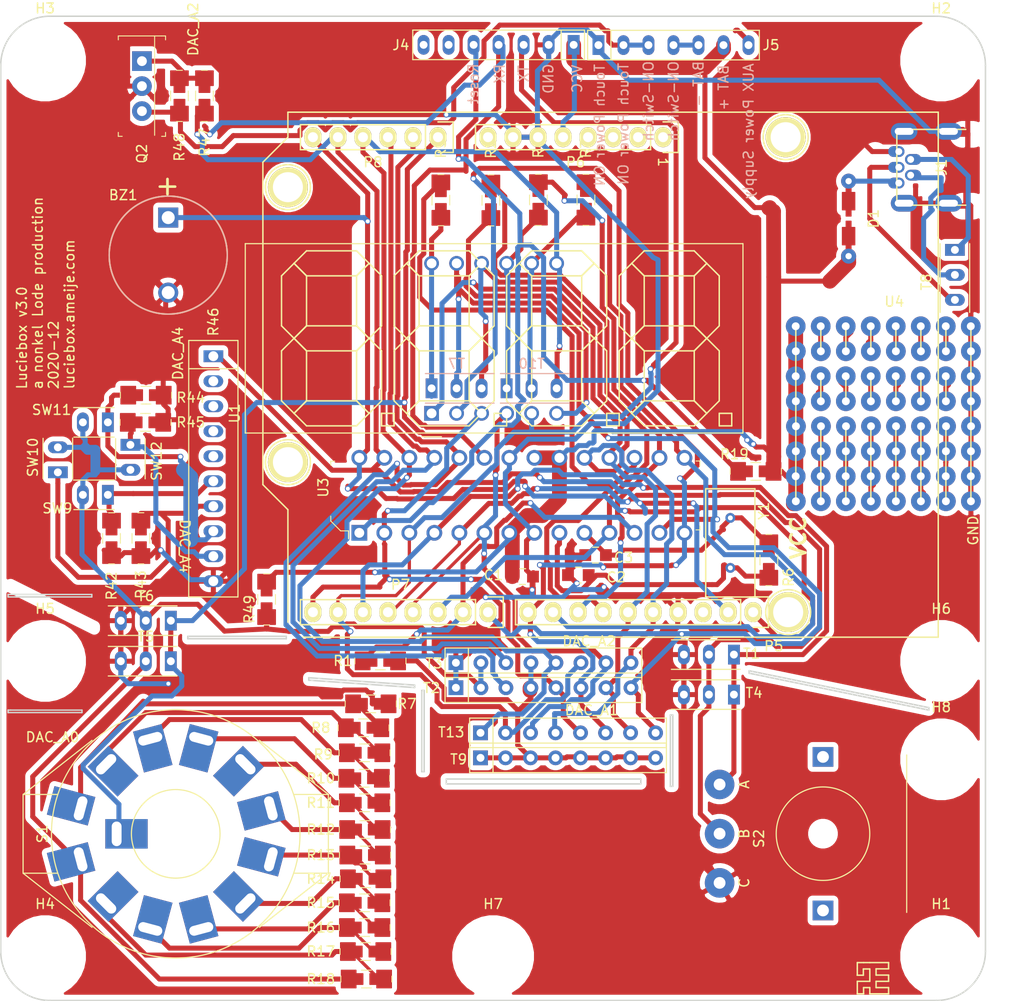
<source format=kicad_pcb>
(kicad_pcb (version 20171130) (host pcbnew "(5.1.5)-3")
  (title_block (date "lun. 30 mars 2015"))
  (layers (0 F.Cu signal) (31 B.Cu signal) (34 B.Paste user hide) (35 F.Paste user) (36 B.SilkS user) (37 F.SilkS user) (38 B.Mask user hide) (39 F.Mask user hide) (44 Edge.Cuts user))
  (net 0 "")
  (net 1 /IOREF)
  (net 2 /Reset)
  (net 3 GND)
  (net 4 /Vin)
  (net 5 /A0)
  (net 6 /A1)
  (net 7 /A2)
  (net 8 /A3)
  (net 9 /AREF)
  (net 10 "/A4(SDA)")
  (net 11 "/A5(SCL)")
  (net 12 /8)
  (net 13 /7)
  (net 14 /4)
  (net 15 /2)
  (net 16 "/1(Tx)")
  (net 17 "/0(Rx)")
  (net 18 "Net-(P6-Pad1)")
  (net 19 "/13(SCK)")
  (net 20 "Net-(P1-Pad1)")
  (net 21 +3V3)
  (net 22 "/12(MISO)")
  (net 23 "Net-(R4-Pad1)")
  (net 24 "Net-(R3-Pad1)")
  (net 25 "Net-(R2-Pad1)")
  (net 26 "/11(PWM-MOSI)")
  (net 27 "/10(PWM-SS)")
  (net 28 "/9(PWM)")
  (net 29 "/6(PWM)")
  (net 30 "/5(PWM)")
  (net 31 "/3(PWM)")
  (net 32 VCC)
  (net 33 "Net-(C2-Pad2)")
  (net 34 "Net-(C3-Pad2)")
  (net 35 "Net-(J4-Pad7)")
  (net 36 "Net-(J4-Pad6)")
  (net 37 "Net-(J4-Pad5)")
  (net 38 "Net-(P2-Pad1)")
  (net 39 "Net-(P3-Pad1)")
  (net 40 "Net-(P4-Pad1)")
  (net 41 "Net-(R5-Pad1)")
  (net 42 "Net-(R7-Pad1)")
  (net 43 "Net-(R8-Pad1)")
  (net 44 "Net-(R10-Pad2)")
  (net 45 "Net-(R10-Pad1)")
  (net 46 "Net-(R11-Pad1)")
  (net 47 "Net-(R12-Pad1)")
  (net 48 "Net-(R13-Pad1)")
  (net 49 "Net-(R14-Pad1)")
  (net 50 "Net-(R15-Pad1)")
  (net 51 "Net-(R16-Pad1)")
  (net 52 "Net-(R17-Pad1)")
  (net 53 "Net-(J5-Pad4)")
  (net 54 "Net-(J5-Pad2)")
  (net 55 "Net-(Q2-Pad1)")
  (net 56 "Net-(U4-Pad55)")
  (net 57 "Net-(U4-Pad53)")
  (net 58 "Net-(U4-Pad49)")
  (net 59 "Net-(U4-Pad47)")
  (net 60 "Net-(U4-Pad45)")
  (net 61 "Net-(U4-Pad41)")
  (net 62 "Net-(U4-Pad39)")
  (net 63 "Net-(U4-Pad37)")
  (net 64 "Net-(U4-Pad33)")
  (net 65 "Net-(U4-Pad31)")
  (net 66 "Net-(U4-Pad29)")
  (net 67 "Net-(U4-Pad25)")
  (net 68 "Net-(U4-Pad23)")
  (net 69 "Net-(U4-Pad21)")
  (net 70 "Net-(U4-Pad17)")
  (net 71 "Net-(U4-Pad15)")
  (net 72 "Net-(U4-Pad13)")
  (net 73 "Net-(U4-Pad10)")
  (net 74 VCC_minimalCurrent)
  (net 75 "Net-(R42-Pad2)")
  (net 76 "Net-(R43-Pad2)")
  (net 77 "Net-(R44-Pad2)")
  (net 78 "Net-(R45-Pad2)")
  (net 79 "Net-(R46-Pad5)")
  (net 80 "Net-(R46-Pad4)")
  (net 81 "Net-(R46-Pad3)")
  (net 82 "Net-(R46-Pad2)")
  (net 83 "Net-(D1-Pad2)")
  (net 84 "Net-(J5-Pad7)")
  (net 85 "Net-(R1-Pad1)")
  (net 86 "Net-(J1-Pad4)")
  (net 87 "Net-(J1-Pad3)")
  (net 88 "Net-(J1-Pad2)")
  (module Luciebox:usb_mini_Molex-0548190519 (layer F.Cu) (at 98 15.35 180)
    (fp_text reference J1)
    (fp_text value USB_B_Mini)
    (fp_text user %R (at 2.45 0 90) (layer F.SilkS))
    (pad 6 thru_hole oval (at 6.26072 -3.65 180) (size 2.7 1.7) (drill oval 1.9 0.7) (layers *.Cu *.Mask) (net 3 GND))
    (pad 6 thru_hole oval (at 6.26072 3.65 180) (size 2.7 1.7) (drill oval 1.9 0.7) (layers *.Cu *.Mask) (net 3 GND))
    (pad 5 thru_hole oval (at 6.8 -1.6 180) (size 1.65 1.1) (drill oval 0.7 (offset 0.25 0)) (layers *.Cu B.Mask) (net 83 "Net-(D1-Pad2)"))
    (pad 4 thru_hole oval (at 5.6 -0.8) (size 1.65 1.1) (drill oval 0.7 (offset 0.25 0)) (layers *.Cu B.Mask) (net 86 "Net-(J1-Pad4)"))
    (pad 3 thru_hole oval (at 6.8 0 180) (size 1.65 1.1) (drill oval 0.7 (offset 0.25 0)) (layers *.Cu B.Mask) (net 87 "Net-(J1-Pad3)"))
    (pad 2 thru_hole oval (at 5.6 0.8) (size 1.65 1.1) (drill oval 0.7 (offset 0.25 0)) (layers *.Cu B.Mask) (net 88 "Net-(J1-Pad2)"))
    (pad 1 thru_hole oval (at 6.8 1.6 180) (size 1.65 1.1) (drill oval 0.7 (offset 0.25 0)) (layers *.Cu B.Mask) (net 3 GND))
    (pad 6 thru_hole oval (at 1.75 -3.65 180) (size 2.7 1.7) (drill oval 1.9 0.7) (layers *.Cu *.Mask) (net 3 GND))
    (pad 6 thru_hole oval (at 1.75 3.65 180) (size 2.7 1.7) (drill oval 1.9 0.7) (layers *.Cu *.Mask) (net 3 GND))
  )
  (module Luciebox:Terminal_3x1_100mil (layer B.Cu) (at 53.9142 37.8082)
    (fp_text reference T10 (at 0 -2.5) (layer B.SilkS) (effects (justify mirror)))
    (fp_text value terminal_3x1)
    (pad 3 thru_hole oval (at 2.54 0) (size 1.2 2) (drill 0.8) (layers *.Cu *.Mask) (net 8 /A3))
    (pad 2 thru_hole oval (at 0 0) (size 1.2 2) (drill 0.8) (layers *.Cu *.Mask) (net 24 "Net-(R3-Pad1)"))
    (pad 1 thru_hole rect (at -2.54 0) (size 1.2 2) (drill 0.8) (layers *.Cu *.Mask) (net 23 "Net-(R4-Pad1)"))
  )
  (module Luciebox:Terminal_3x1_100mil (layer B.Cu) (at 46.2942 37.8082)
    (fp_text reference T7 (at 0 -2.5) (layer B.SilkS) (effects (justify mirror)))
    (fp_text value terminal_3x1)
    (pad 3 thru_hole oval (at 2.54 0) (size 1.2 2) (drill 0.8) (layers *.Cu *.Mask) (net 19 "/13(SCK)"))
    (pad 2 thru_hole oval (at 0 0) (size 1.2 2) (drill 0.8) (layers *.Cu *.Mask) (net 13 /7))
    (pad 1 thru_hole rect (at -2.54 0) (size 1.2 2) (drill 0.8) (layers *.Cu *.Mask) (net 41 "Net-(R5-Pad1)"))
  )
  (module Luciebox:CRYSTAL (layer F.Cu) (at 74.09 53.51 90)
    (fp_text reference Y1 (at 3.26 3.41 90) (layer F.SilkS))
    (fp_text value 16MHz)
    (pad 2 thru_hole circle (at 2.54 0 90) (size 1 1) (drill 0.5) (layers *.Cu *.Mask) (net 34 "Net-(C3-Pad2)"))
    (pad 1 thru_hole circle (at -2.54 0 90) (size 1 1) (drill 0.5) (layers *.Cu *.Mask) (net 33 "Net-(C2-Pad2)"))
  )
  (module Luciebox:MountingHole_4.3mm_M4 (layer F.Cu) (at 4.5 4.5)
    (fp_text reference H3 (at 0 -5.3) (layer F.SilkS))
    (fp_text value MountingHole)
    (pad "" np_thru_hole circle (at 0 0) (size 4.3 4.3) (drill 4.3) (layers *.Cu *.Mask) (clearance 2))
  )
  (module Luciebox:MountingHole_4.3mm_M4 (layer F.Cu) (at 95.5 75.5)
    (fp_text reference H8 (at 0 -5.3) (layer F.SilkS))
    (fp_text value MountingHole)
    (pad "" np_thru_hole circle (at 0 0) (size 4.3 4.3) (drill 4.3) (layers *.Cu *.Mask) (clearance 2))
  )
  (module Luciebox:MountingHole_4.3mm_M4 (layer F.Cu) (at 50 95.5)
    (fp_text reference H7 (at 0 -5.3) (layer F.SilkS))
    (fp_text value MountingHole)
    (pad "" np_thru_hole circle (at 0 0) (size 4.3 4.3) (drill 4.3) (layers *.Cu *.Mask) (clearance 2))
  )
  (module Luciebox:MountingHole_4.3mm_M4 (layer F.Cu) (at 95.5 65.5)
    (fp_text reference H6 (at 0 -5.3) (layer F.SilkS))
    (fp_text value MountingHole)
    (pad "" np_thru_hole circle (at 0 0) (size 4.3 4.3) (drill 4.3) (layers *.Cu *.Mask) (clearance 2))
  )
  (module Luciebox:MountingHole_4.3mm_M4 (layer F.Cu) (at 4.5 65.5)
    (fp_text reference H5 (at 0 -5.3) (layer F.SilkS))
    (fp_text value MountingHole)
    (pad "" np_thru_hole circle (at 0 0) (size 4.3 4.3) (drill 4.3) (layers *.Cu *.Mask) (clearance 2))
  )
  (module Luciebox:MountingHole_4.3mm_M4 (layer F.Cu) (at 95.5 4.5)
    (fp_text reference H2 (at 0 -5.3) (layer F.SilkS))
    (fp_text value MountingHole)
    (pad "" np_thru_hole circle (at 0 0) (size 4.3 4.3) (drill 4.3) (layers *.Cu *.Mask) (clearance 2))
  )
  (module Luciebox:MountingHole_4.3mm_M4 (layer F.Cu) (at 95.5 95.5)
    (fp_text reference H1 (at 0 -5.3) (layer F.SilkS))
    (fp_text value MountingHole)
    (pad "" np_thru_hole circle (at 0 0) (size 4.3 4.3) (drill 4.3) (layers *.Cu *.Mask) (clearance 2))
  )
  (module Luciebox:MountingHole_4.3mm_M4 (layer F.Cu) (at 4.5 95.5)
    (fp_text reference H4 (at 0 -5.3) (layer F.SilkS))
    (fp_text value MountingHole)
    (pad "" np_thru_hole circle (at 0 0) (size 4.3 4.3) (drill 4.3) (layers *.Cu *.Mask) (clearance 2))
  )
  (module Luciebox:Terminal_3x1_100mil (layer F.Cu) (at 14.732 61.412 180)
    (fp_text reference T6 (at 0 2.5) (layer F.SilkS))
    (fp_text value terminal_3x1)
    (pad 3 thru_hole oval (at 2.54 0 180) (size 1.2 2) (drill 0.8) (layers *.Cu *.Mask) (net 3 GND))
    (pad 2 thru_hole oval (at 0 0 180) (size 1.2 2) (drill 0.8) (layers *.Cu *.Mask) (net 74 VCC_minimalCurrent))
    (pad 1 thru_hole rect (at -2.54 0 180) (size 1.2 2) (drill 0.8) (layers *.Cu *.Mask) (net 5 /A0))
  )
  (module Luciebox:Terminal_3x1_100mil (layer F.Cu) (at 14.732 65.532 180)
    (fp_text reference T5 (at 0 2.5) (layer F.SilkS))
    (fp_text value terminal_3x1)
    (pad 3 thru_hole oval (at 2.54 0 180) (size 1.2 2) (drill 0.8) (layers *.Cu *.Mask) (net 3 GND))
    (pad 2 thru_hole oval (at 0 0 180) (size 1.2 2) (drill 0.8) (layers *.Cu *.Mask) (net 74 VCC_minimalCurrent))
    (pad 1 thru_hole rect (at -2.54 0 180) (size 1.2 2) (drill 0.8) (layers *.Cu *.Mask) (net 5 /A0))
  )
  (module Luciebox:Terminal_8x1_100mil (layer F.Cu) (at 57.61 72.81)
    (fp_text reference T13 (at -11.86 -0.06) (layer F.SilkS))
    (fp_text value terminal_8x1)
    (pad 8 thru_hole circle (at 8.89 0) (size 1.5 1.5) (drill 0.8) (layers *.Cu *.Mask) (net 13 /7))
    (pad 7 thru_hole circle (at 6.35 0) (size 1.5 1.5) (drill 0.8) (layers *.Cu *.Mask) (net 22 "/12(MISO)"))
    (pad 6 thru_hole circle (at 3.81 0) (size 1.5 1.5) (drill 0.8) (layers *.Cu *.Mask) (net 12 /8))
    (pad 5 thru_hole circle (at 1.27 0) (size 1.5 1.5) (drill 0.8) (layers *.Cu *.Mask) (net 17 "/0(Rx)"))
    (pad 4 thru_hole circle (at -1.27 0) (size 1.5 1.5) (drill 0.8) (layers *.Cu *.Mask) (net 19 "/13(SCK)"))
    (pad 3 thru_hole circle (at -3.81 0) (size 1.5 1.5) (drill 0.8) (layers *.Cu *.Mask) (net 14 /4))
    (pad 2 thru_hole circle (at -6.35 0) (size 1.5 1.5) (drill 0.8) (layers *.Cu *.Mask) (net 16 "/1(Tx)"))
    (pad 1 thru_hole rect (at -8.89 0) (size 1.5 1.5) (drill 0.8) (layers *.Cu *.Mask) (net 8 /A3))
  )
  (module Luciebox:Terminal_3x1_100mil (layer F.Cu) (at 71.914 68.922 180)
    (fp_text reference T4 (at -4.586 0.172) (layer F.SilkS))
    (fp_text value terminal_3x1)
    (pad 3 thru_hole oval (at 2.54 0 180) (size 1.2 2) (drill 0.8) (layers *.Cu *.Mask) (net 3 GND))
    (pad 2 thru_hole oval (at 0 0 180) (size 1.2 2) (drill 0.8) (layers *.Cu *.Mask) (net 31 "/3(PWM)"))
    (pad 1 thru_hole rect (at -2.54 0 180) (size 1.2 2) (drill 0.8) (layers *.Cu *.Mask) (net 15 /2))
  )
  (module Luciebox:Terminal_3x1_100mil (layer F.Cu) (at 71.914 64.858 180)
    (fp_text reference T1 (at -4.336 0.108) (layer F.SilkS))
    (fp_text value terminal_3x1)
    (pad 3 thru_hole oval (at 2.54 0 180) (size 1.2 2) (drill 0.8) (layers *.Cu *.Mask) (net 3 GND))
    (pad 2 thru_hole oval (at 0 0 180) (size 1.2 2) (drill 0.8) (layers *.Cu *.Mask) (net 31 "/3(PWM)"))
    (pad 1 thru_hole rect (at -2.54 0 180) (size 1.2 2) (drill 0.8) (layers *.Cu *.Mask) (net 15 /2))
  )
  (module Luciebox:rotary_encoder (layer F.Cu) (at 73 83.055 270)
    (fp_text reference S2 (at 0.5 -4 90) (layer F.SilkS))
    (fp_text value rotary_encoder)
    (fp_text user C (at 5 -2.5 90) (layer F.SilkS))
    (fp_text user B (at 0 -2.5 90) (layer F.SilkS))
    (fp_text user A (at -5 -2.5 90) (layer F.SilkS))
    (pad "" np_thru_hole circle (at 0 -10.5 270) (size 2 2) (drill 2) (layers *.Cu *.Mask))
    (pad "" np_thru_hole rect (at 7.8 -10.5 270) (size 2 2.1) (drill 1.2) (layers *.Cu *.Mask))
    (pad "" np_thru_hole rect (at -7.8 -10.5 270) (size 2 2.1) (drill 1.2) (layers *.Cu *.Mask))
    (pad 3 thru_hole circle (at 5 0 255) (size 3 3) (drill 1.2) (layers *.Cu *.Mask) (net 3 GND))
    (pad 2 thru_hole circle (at 0 0 255) (size 3 3) (drill 1.2) (layers *.Cu *.Mask) (net 31 "/3(PWM)"))
    (pad 1 thru_hole circle (at -5 0 255) (size 3 3) (drill 1.2) (layers *.Cu *.Mask) (net 15 /2))
  )
  (module Luciebox:Rotary_Switch (layer F.Cu) (at 17.77 83.071 90)
    (fp_text reference S1 (at 0 -13.545 90) (layer F.SilkS))
    (fp_text value selector_knob)
    (pad "" np_thru_hole circle (at 0 0 90) (size 2 2) (drill 2) (layers *.Cu *.Mask))
    (pad 13 thru_hole rect (at 0 -6 90) (size 3 4.3) (drill oval 2.5 1 (offset 0 1)) (layers *.Cu *.Mask) (net 5 /A0))
    (pad 12 thru_hole rect (at -2.58819 -9.659258 105) (size 3 4.3) (drill oval 2.5 1 (offset 0 -1)) (layers *.Cu *.Mask) (net 74 VCC_minimalCurrent))
    (pad 11 thru_hole rect (at -7.071067 -7.071067 135) (size 3 4.3) (drill oval 2.5 1 (offset 0 1)) (layers *.Cu *.Mask) (net 52 "Net-(R17-Pad1)"))
    (pad 10 thru_hole rect (at -9.659258 -2.58819 165) (size 3 4.3) (drill oval 2.5 1 (offset 0 1)) (layers *.Cu *.Mask) (net 51 "Net-(R16-Pad1)"))
    (pad 9 thru_hole rect (at -9.659258 2.58819 195) (size 3 4.3) (drill oval 2.5 1 (offset 0 1)) (layers *.Cu *.Mask) (net 50 "Net-(R15-Pad1)"))
    (pad 8 thru_hole rect (at -7.071067 7.071067 225) (size 3 4.3) (drill oval 2.5 1 (offset 0 1)) (layers *.Cu *.Mask) (net 49 "Net-(R14-Pad1)"))
    (pad 7 thru_hole rect (at -2.58819 9.659258 255) (size 3 4.3) (drill oval 2.5 1 (offset 0 1)) (layers *.Cu *.Mask) (net 48 "Net-(R13-Pad1)"))
    (pad 6 thru_hole rect (at 2.58819 9.659258 285) (size 3 4.3) (drill oval 2.5 1 (offset 0 1)) (layers *.Cu *.Mask) (net 47 "Net-(R12-Pad1)"))
    (pad 5 thru_hole rect (at 7.071067 7.071067 315) (size 3 4.3) (drill oval 2.5 1 (offset 0 1)) (layers *.Cu *.Mask) (net 46 "Net-(R11-Pad1)"))
    (pad 4 thru_hole rect (at 9.659258 2.58819 345) (size 3 4.3) (drill oval 2.5 1 (offset 0 1)) (layers *.Cu *.Mask) (net 45 "Net-(R10-Pad1)"))
    (pad 3 thru_hole rect (at 9.659258 -2.58819 15) (size 3 4.3) (drill oval 2.5 1 (offset 0 1)) (layers *.Cu *.Mask) (net 44 "Net-(R10-Pad2)"))
    (pad 2 thru_hole rect (at 7.071067 -7.071067 45) (size 3 4.3) (drill oval 2.5 1 (offset 0 1)) (layers *.Cu *.Mask) (net 43 "Net-(R8-Pad1)"))
    (pad 1 thru_hole rect (at 2.58819 -9.659258 75) (size 3 4.3) (drill oval 2.5 1 (offset 0 -1)) (layers *.Cu *.Mask) (net 42 "Net-(R7-Pad1)"))
  )
  (module Luciebox:Terminal_8x1_100mil (layer F.Cu) (at 55.11 65.69)
    (fp_text reference T3 (at -11.11 0.06) (layer F.SilkS))
    (fp_text value terminal_8x1)
    (pad 8 thru_hole circle (at 8.89 0) (size 1.5 1.5) (drill 0.8) (layers *.Cu *.Mask) (net 19 "/13(SCK)"))
    (pad 7 thru_hole circle (at 6.35 0) (size 1.5 1.5) (drill 0.8) (layers *.Cu *.Mask) (net 14 /4))
    (pad 6 thru_hole circle (at 3.81 0) (size 1.5 1.5) (drill 0.8) (layers *.Cu *.Mask) (net 16 "/1(Tx)"))
    (pad 5 thru_hole circle (at 1.27 0) (size 1.5 1.5) (drill 0.8) (layers *.Cu *.Mask) (net 8 /A3))
    (pad 4 thru_hole circle (at -1.27 0) (size 1.5 1.5) (drill 0.8) (layers *.Cu *.Mask) (net 85 "Net-(R1-Pad1)"))
    (pad 3 thru_hole circle (at -3.81 0) (size 1.5 1.5) (drill 0.8) (layers *.Cu *.Mask) (net 7 /A2))
    (pad 2 thru_hole circle (at -6.35 0) (size 1.5 1.5) (drill 0.8) (layers *.Cu *.Mask) (net 74 VCC_minimalCurrent))
    (pad 1 thru_hole rect (at -8.89 0) (size 1.5 1.5) (drill 0.8) (layers *.Cu *.Mask) (net 3 GND))
  )
  (module Luciebox:Terminal_8x1_100mil (layer F.Cu) (at 55.11 68.23)
    (fp_text reference T2 (at -11.36 0.02) (layer F.SilkS))
    (fp_text value terminal_8x1)
    (pad 8 thru_hole circle (at 8.89 0) (size 1.5 1.5) (drill 0.8) (layers *.Cu *.Mask) (net 13 /7))
    (pad 7 thru_hole circle (at 6.35 0) (size 1.5 1.5) (drill 0.8) (layers *.Cu *.Mask) (net 22 "/12(MISO)"))
    (pad 6 thru_hole circle (at 3.81 0) (size 1.5 1.5) (drill 0.8) (layers *.Cu *.Mask) (net 12 /8))
    (pad 5 thru_hole circle (at 1.27 0) (size 1.5 1.5) (drill 0.8) (layers *.Cu *.Mask) (net 17 "/0(Rx)"))
    (pad 4 thru_hole circle (at -1.27 0) (size 1.5 1.5) (drill 0.8) (layers *.Cu *.Mask) (net 85 "Net-(R1-Pad1)"))
    (pad 3 thru_hole circle (at -3.81 0) (size 1.5 1.5) (drill 0.8) (layers *.Cu *.Mask) (net 6 /A1))
    (pad 2 thru_hole circle (at -6.35 0) (size 1.5 1.5) (drill 0.8) (layers *.Cu *.Mask) (net 74 VCC_minimalCurrent))
    (pad 1 thru_hole rect (at -8.89 0) (size 1.5 1.5) (drill 0.8) (layers *.Cu *.Mask) (net 3 GND))
  )
  (module Luciebox:CA56-12SRWA (layer F.Cu) (at 43.7542 40.3482 90)
    (fp_text reference U1 (at 0 -20 90) (layer F.SilkS))
    (fp_text value CA56-12SRWA)
    (pad 12 thru_hole circle (at 15.24 0 90) (size 1.5 1.5) (drill 1) (layers *.Cu *.Mask) (net 41 "Net-(R5-Pad1)"))
    (pad 11 thru_hole circle (at 15.24 2.54 90) (size 1.5 1.5) (drill 1) (layers *.Cu *.Mask) (net 13 /7))
    (pad 10 thru_hole circle (at 15.24 5.08 90) (size 1.5 1.5) (drill 1) (layers *.Cu *.Mask) (net 19 "/13(SCK)"))
    (pad 9 thru_hole circle (at 15.24 7.62 90) (size 1.5 1.5) (drill 1) (layers *.Cu *.Mask) (net 23 "Net-(R4-Pad1)"))
    (pad 8 thru_hole circle (at 15.24 10.16 90) (size 1.5 1.5) (drill 1) (layers *.Cu *.Mask) (net 24 "Net-(R3-Pad1)"))
    (pad 7 thru_hole circle (at 15.24 12.7 90) (size 1.5 1.5) (drill 1) (layers *.Cu *.Mask) (net 8 /A3))
    (pad 6 thru_hole circle (at 0 12.7 90) (size 1.5 1.5) (drill 1) (layers *.Cu *.Mask) (net 25 "Net-(R2-Pad1)"))
    (pad 5 thru_hole circle (at 0 10.16 90) (size 1.5 1.5) (drill 1) (layers *.Cu *.Mask) (net 16 "/1(Tx)"))
    (pad 4 thru_hole circle (at 0 7.62 90) (size 1.5 1.5) (drill 1) (layers *.Cu *.Mask) (net 14 /4))
    (pad 3 thru_hole circle (at 0 5.08 90) (size 1.5 1.5) (drill 1) (layers *.Cu *.Mask) (net 17 "/0(Rx)"))
    (pad 2 thru_hole circle (at 0 2.54 90) (size 1.5 1.5) (drill 1) (layers *.Cu *.Mask) (net 12 /8))
    (pad 1 thru_hole rect (at 0 0 90) (size 1.5 1.5) (drill 1) (layers *.Cu *.Mask) (net 22 "/12(MISO)"))
  )
  (module Luciebox:Terminal_8x1_100mil (layer F.Cu) (at 57.61 75.35)
    (fp_text reference T9 (at -11.11 0.15) (layer F.SilkS))
    (fp_text value terminal_8x1)
    (pad 8 thru_hole circle (at 8.89 0) (size 1.5 1.5) (drill 0.8) (layers *.Cu *.Mask) (net 85 "Net-(R1-Pad1)"))
    (pad 7 thru_hole circle (at 6.35 0) (size 1.5 1.5) (drill 0.8) (layers *.Cu *.Mask) (net 85 "Net-(R1-Pad1)"))
    (pad 6 thru_hole circle (at 3.81 0) (size 1.5 1.5) (drill 0.8) (layers *.Cu *.Mask) (net 85 "Net-(R1-Pad1)"))
    (pad 5 thru_hole circle (at 1.27 0) (size 1.5 1.5) (drill 0.8) (layers *.Cu *.Mask) (net 85 "Net-(R1-Pad1)"))
    (pad 4 thru_hole circle (at -1.27 0) (size 1.5 1.5) (drill 0.8) (layers *.Cu *.Mask) (net 85 "Net-(R1-Pad1)"))
    (pad 3 thru_hole circle (at -3.81 0) (size 1.5 1.5) (drill 0.8) (layers *.Cu *.Mask) (net 85 "Net-(R1-Pad1)"))
    (pad 2 thru_hole circle (at -6.35 0) (size 1.5 1.5) (drill 0.8) (layers *.Cu *.Mask) (net 85 "Net-(R1-Pad1)"))
    (pad 1 thru_hole rect (at -8.89 0) (size 1.5 1.5) (drill 0.8) (layers *.Cu *.Mask) (net 85 "Net-(R1-Pad1)"))
  )
  (module Luciebox:Terminal_2x1_100mil (layer F.Cu) (at 13.166 46.088 270)
    (fp_text reference SW12 (at -0.889 -2.667 90) (layer F.SilkS))
    (fp_text value Switch_tilt)
    (pad 2 thru_hole oval (at 0 0 270) (size 1.2 2) (drill 0.8) (layers *.Cu *.Mask) (net 74 VCC_minimalCurrent))
    (pad 1 thru_hole rect (at -2.54 0 270) (size 1.2 2) (drill 0.8) (layers *.Cu *.Mask) (net 78 "Net-(R45-Pad2)"))
  )
  (module Luciebox:Terminal_2x1_100mil (layer F.Cu) (at 8.34 41.262 180)
    (fp_text reference SW11 (at 3.175 1.27) (layer F.SilkS))
    (fp_text value Switch_tilt)
    (pad 2 thru_hole oval (at 0 0 180) (size 1.2 2) (drill 0.8) (layers *.Cu *.Mask) (net 74 VCC_minimalCurrent))
    (pad 1 thru_hole rect (at -2.54 0 180) (size 1.2 2) (drill 0.8) (layers *.Cu *.Mask) (net 77 "Net-(R44-Pad2)"))
  )
  (module Luciebox:Terminal_2x1_100mil (layer F.Cu) (at 5.8 43.802 90)
    (fp_text reference SW10 (at -1.016 -2.54 90) (layer F.SilkS))
    (fp_text value Switch_tilt)
    (pad 2 thru_hole oval (at 0 0 90) (size 1.2 2) (drill 0.8) (layers *.Cu *.Mask) (net 74 VCC_minimalCurrent))
    (pad 1 thru_hole rect (at -2.54 0 90) (size 1.2 2) (drill 0.8) (layers *.Cu *.Mask) (net 76 "Net-(R43-Pad2)"))
  )
  (module Luciebox:Terminal_2x1_100mil (layer F.Cu) (at 8.34 48.628 180)
    (fp_text reference SW9 (at 2.59 -1.372) (layer F.SilkS))
    (fp_text value Switch_tilt)
    (pad 2 thru_hole oval (at 0 0 180) (size 1.2 2) (drill 0.8) (layers *.Cu *.Mask) (net 74 VCC_minimalCurrent))
    (pad 1 thru_hole rect (at -2.54 0 180) (size 1.2 2) (drill 0.8) (layers *.Cu *.Mask) (net 75 "Net-(R42-Pad2)"))
  )
  (module Luciebox:SIP-10 (layer F.Cu) (at 21.59 45.974 270)
    (fp_text reference R46 (at -14.922723 0 90) (layer F.SilkS))
    (fp_text value DAC_R-2R)
    (pad 10 thru_hole oval (at 11.43 0 270) (size 1.2 2) (drill 1) (layers *.Cu *.Mask) (net 3 GND))
    (pad 9 thru_hole oval (at 8.89 0 270) (size 1.2 2) (drill 1) (layers *.Cu *.Mask) (net 78 "Net-(R45-Pad2)"))
    (pad 8 thru_hole oval (at 6.35 0 270) (size 1.2 2) (drill 1) (layers *.Cu *.Mask) (net 77 "Net-(R44-Pad2)"))
    (pad 7 thru_hole oval (at 3.81 0 270) (size 1.2 2) (drill 1) (layers *.Cu *.Mask) (net 76 "Net-(R43-Pad2)"))
    (pad 6 thru_hole oval (at 1.27 0 270) (size 1.2 2) (drill 1) (layers *.Cu *.Mask) (net 75 "Net-(R42-Pad2)"))
    (pad 5 thru_hole oval (at -1.27 0 270) (size 1.2 2) (drill 1) (layers *.Cu *.Mask) (net 79 "Net-(R46-Pad5)"))
    (pad 4 thru_hole oval (at -3.81 0 270) (size 1.2 2) (drill 1) (layers *.Cu *.Mask) (net 80 "Net-(R46-Pad4)"))
    (pad 3 thru_hole oval (at -6.35 0 270) (size 1.2 2) (drill 1) (layers *.Cu *.Mask) (net 81 "Net-(R46-Pad3)"))
    (pad 2 thru_hole oval (at -8.89 0 270) (size 1.2 2) (drill 1) (layers *.Cu *.Mask) (net 82 "Net-(R46-Pad2)"))
    (pad 1 thru_hole rect (at -11.43 0 270) (size 1.2 2) (drill 1) (layers *.Cu *.Mask) (net 10 "/A4(SDA)"))
  )
  (module Luciebox:1206_0805 (layer F.Cu) (at 27 59.25 270)
    (fp_text reference R49 (at 1 1.75 90) (layer F.SilkS))
    (fp_text value 10K)
    (pad 2 smd custom (at 1.8 0 270) (size 1.5 1.8) (layers F.Cu F.Paste F.Mask) (net 74 VCC_minimalCurrent) (options (clearance outline) (anchor rect)) (primitives (gr_poly (pts (xy -0.75 0.55) (xy -1.45 0.55) (xy -1.45 -0.55) (xy -0.75 -0.55) (xy -0.75 -0.9) (xy 0.75 -0.9) (xy 0.75 0.9) (xy 0.4 0.9) (xy -0.75 0.9)) (width 0.1))))
    (pad 1 smd custom (at -1.8 0 270) (size 1.5 1.8) (layers F.Cu F.Paste F.Mask) (net 32 VCC) (options (clearance outline) (anchor rect)) (primitives (gr_poly (pts (xy 0.75 -0.55) (xy 1.45 -0.55) (xy 1.45 0.55) (xy 0.75 0.55) (xy 0.75 0.9) (xy -0.75 0.9) (xy -0.75 -0.9) (xy -0.4 -0.9) (xy 0.75 -0.9)) (width 0.1))))
  )
  (module Luciebox:1206_0805 (layer F.Cu) (at 18.148 8.096 270)
    (fp_text reference R48 (at 5.207 0 90) (layer F.SilkS))
    (fp_text value 100K)
    (pad 2 smd custom (at 1.8 0 270) (size 1.5 1.8) (layers F.Cu F.Paste F.Mask) (net 54 "Net-(J5-Pad2)") (options (clearance outline) (anchor rect)) (primitives (gr_poly (pts (xy -0.75 0.55) (xy -1.45 0.55) (xy -1.45 -0.55) (xy -0.75 -0.55) (xy -0.75 -0.9) (xy 0.75 -0.9) (xy 0.75 0.9) (xy 0.4 0.9) (xy -0.75 0.9)) (width 0.1))))
    (pad 1 smd custom (at -1.8 0 270) (size 1.5 1.8) (layers F.Cu F.Paste F.Mask) (net 55 "Net-(Q2-Pad1)") (options (clearance outline) (anchor rect)) (primitives (gr_poly (pts (xy 0.75 -0.55) (xy 1.45 -0.55) (xy 1.45 0.55) (xy 0.75 0.55) (xy 0.75 0.9) (xy -0.75 0.9) (xy -0.75 -0.9) (xy -0.4 -0.9) (xy 0.75 -0.9)) (width 0.1))))
  )
  (module Luciebox:1206_0805 (layer F.Cu) (at 20.688 8.096 90)
    (fp_text reference R47 (at -4.721 0 90) (layer F.SilkS))
    (fp_text value 100K)
    (pad 2 smd custom (at 1.8 0 90) (size 1.5 1.8) (layers F.Cu F.Paste F.Mask) (net 55 "Net-(Q2-Pad1)") (options (clearance outline) (anchor rect)) (primitives (gr_poly (pts (xy -0.75 0.55) (xy -1.45 0.55) (xy -1.45 -0.55) (xy -0.75 -0.55) (xy -0.75 -0.9) (xy 0.75 -0.9) (xy 0.75 0.9) (xy 0.4 0.9) (xy -0.75 0.9)) (width 0.1))))
    (pad 1 smd custom (at -1.8 0 90) (size 1.5 1.8) (layers F.Cu F.Paste F.Mask) (net 10 "/A4(SDA)") (options (clearance outline) (anchor rect)) (primitives (gr_poly (pts (xy 0.75 -0.55) (xy 1.45 -0.55) (xy 1.45 0.55) (xy 0.75 0.55) (xy 0.75 0.9) (xy -0.75 0.9) (xy -0.75 -0.9) (xy -0.4 -0.9) (xy 0.75 -0.9)) (width 0.1))))
  )
  (module Luciebox:1206_0805 (layer F.Cu) (at 14.7 41.262 180)
    (fp_text reference R45 (at -4.594 0) (layer F.SilkS))
    (fp_text value R_Small)
    (pad 2 smd custom (at 1.8 0 180) (size 1.5 1.8) (layers F.Cu F.Paste F.Mask) (net 78 "Net-(R45-Pad2)") (options (clearance outline) (anchor rect)) (primitives (gr_poly (pts (xy -0.75 0.55) (xy -1.45 0.55) (xy -1.45 -0.55) (xy -0.75 -0.55) (xy -0.75 -0.9) (xy 0.75 -0.9) (xy 0.75 0.9) (xy 0.4 0.9) (xy -0.75 0.9)) (width 0.1))))
    (pad 1 smd custom (at -1.8 0 180) (size 1.5 1.8) (layers F.Cu F.Paste F.Mask) (net 3 GND) (options (clearance outline) (anchor rect)) (primitives (gr_poly (pts (xy 0.75 -0.55) (xy 1.45 -0.55) (xy 1.45 0.55) (xy 0.75 0.55) (xy 0.75 0.9) (xy -0.75 0.9) (xy -0.75 -0.9) (xy -0.4 -0.9) (xy 0.75 -0.9)) (width 0.1))))
  )
  (module Luciebox:1206_0805 (layer F.Cu) (at 14.75 38.5 180)
    (fp_text reference R44 (at -4.55 -0.254) (layer F.SilkS))
    (fp_text value R_Small)
    (pad 2 smd custom (at 1.8 0 180) (size 1.5 1.8) (layers F.Cu F.Paste F.Mask) (net 77 "Net-(R44-Pad2)") (options (clearance outline) (anchor rect)) (primitives (gr_poly (pts (xy -0.75 0.55) (xy -1.45 0.55) (xy -1.45 -0.55) (xy -0.75 -0.55) (xy -0.75 -0.9) (xy 0.75 -0.9) (xy 0.75 0.9) (xy 0.4 0.9) (xy -0.75 0.9)) (width 0.1))))
    (pad 1 smd custom (at -1.8 0 180) (size 1.5 1.8) (layers F.Cu F.Paste F.Mask) (net 3 GND) (options (clearance outline) (anchor rect)) (primitives (gr_poly (pts (xy 0.75 -0.55) (xy 1.45 -0.55) (xy 1.45 0.55) (xy 0.75 0.55) (xy 0.75 0.9) (xy -0.75 0.9) (xy -0.75 -0.9) (xy -0.4 -0.9) (xy 0.75 -0.9)) (width 0.1))))
  )
  (module Luciebox:1206_0805 (layer F.Cu) (at 14.234 53.05 90)
    (fp_text reference R43 (at -4.699 0 90) (layer F.SilkS))
    (fp_text value R_Small)
    (pad 2 smd custom (at 1.8 0 90) (size 1.5 1.8) (layers F.Cu F.Paste F.Mask) (net 76 "Net-(R43-Pad2)") (options (clearance outline) (anchor rect)) (primitives (gr_poly (pts (xy -0.75 0.55) (xy -1.45 0.55) (xy -1.45 -0.55) (xy -0.75 -0.55) (xy -0.75 -0.9) (xy 0.75 -0.9) (xy 0.75 0.9) (xy 0.4 0.9) (xy -0.75 0.9)) (width 0.1))))
    (pad 1 smd custom (at -1.8 0 90) (size 1.5 1.8) (layers F.Cu F.Paste F.Mask) (net 3 GND) (options (clearance outline) (anchor rect)) (primitives (gr_poly (pts (xy 0.75 -0.55) (xy 1.45 -0.55) (xy 1.45 0.55) (xy 0.75 0.55) (xy 0.75 0.9) (xy -0.75 0.9) (xy -0.75 -0.9) (xy -0.4 -0.9) (xy 0.75 -0.9)) (width 0.1))))
  )
  (module Luciebox:1206_0805 (layer F.Cu) (at 11.25 53.05 90)
    (fp_text reference R42 (at -4.826 0 90) (layer F.SilkS))
    (fp_text value R_Small)
    (pad 2 smd custom (at 1.8 0 90) (size 1.5 1.8) (layers F.Cu F.Paste F.Mask) (net 75 "Net-(R42-Pad2)") (options (clearance outline) (anchor rect)) (primitives (gr_poly (pts (xy -0.75 0.55) (xy -1.45 0.55) (xy -1.45 -0.55) (xy -0.75 -0.55) (xy -0.75 -0.9) (xy 0.75 -0.9) (xy 0.75 0.9) (xy 0.4 0.9) (xy -0.75 0.9)) (width 0.1))))
    (pad 1 smd custom (at -1.8 0 90) (size 1.5 1.8) (layers F.Cu F.Paste F.Mask) (net 3 GND) (options (clearance outline) (anchor rect)) (primitives (gr_poly (pts (xy 0.75 -0.55) (xy 1.45 -0.55) (xy 1.45 0.55) (xy 0.75 0.55) (xy 0.75 0.9) (xy -0.75 0.9) (xy -0.75 -0.9) (xy -0.4 -0.9) (xy 0.75 -0.9)) (width 0.1))))
  )
  (module Luciebox:1206_0805 (layer F.Cu) (at 76.676 46.241 180)
    (fp_text reference R19 (at 2.176 1.741) (layer F.SilkS))
    (fp_text value 30000)
    (pad 2 smd custom (at 1.8 0 180) (size 1.5 1.8) (layers F.Cu F.Paste F.Mask) (net 37 "Net-(J4-Pad5)") (options (clearance outline) (anchor rect)) (primitives (gr_poly (pts (xy -0.75 0.55) (xy -1.45 0.55) (xy -1.45 -0.55) (xy -0.75 -0.55) (xy -0.75 -0.9) (xy 0.75 -0.9) (xy 0.75 0.9) (xy 0.4 0.9) (xy -0.75 0.9)) (width 0.1))))
    (pad 1 smd custom (at -1.8 0 180) (size 1.5 1.8) (layers F.Cu F.Paste F.Mask) (net 32 VCC) (options (clearance outline) (anchor rect)) (primitives (gr_poly (pts (xy 0.75 -0.55) (xy 1.45 -0.55) (xy 1.45 0.55) (xy 0.75 0.55) (xy 0.75 0.9) (xy -0.75 0.9) (xy -0.75 -0.9) (xy -0.4 -0.9) (xy 0.75 -0.9)) (width 0.1))))
  )
  (module Luciebox:1206_0805 (layer F.Cu) (at 37.131987 97.823141)
    (fp_text reference R18 (at -4.629987 0) (layer F.SilkS))
    (fp_text value 10K)
    (pad 2 smd custom (at 1.8 0) (size 1.5 1.8) (layers F.Cu F.Paste F.Mask) (net 52 "Net-(R17-Pad1)") (options (clearance outline) (anchor rect)) (primitives (gr_poly (pts (xy -0.75 0.55) (xy -1.45 0.55) (xy -1.45 -0.55) (xy -0.75 -0.55) (xy -0.75 -0.9) (xy 0.75 -0.9) (xy 0.75 0.9) (xy 0.4 0.9) (xy -0.75 0.9)) (width 0.1))))
    (pad 1 smd custom (at -1.8 0) (size 1.5 1.8) (layers F.Cu F.Paste F.Mask) (net 74 VCC_minimalCurrent) (options (clearance outline) (anchor rect)) (primitives (gr_poly (pts (xy 0.75 -0.55) (xy 1.45 -0.55) (xy 1.45 0.55) (xy 0.75 0.55) (xy 0.75 0.9) (xy -0.75 0.9) (xy -0.75 -0.9) (xy -0.4 -0.9) (xy 0.75 -0.9)) (width 0.1))))
  )
  (module Luciebox:1206_0805 (layer F.Cu) (at 37.052387 95.029141)
    (fp_text reference R17 (at -4.550387 -0.020141) (layer F.SilkS))
    (fp_text value 10K)
    (pad 2 smd custom (at 1.8 0) (size 1.5 1.8) (layers F.Cu F.Paste F.Mask) (net 51 "Net-(R16-Pad1)") (options (clearance outline) (anchor rect)) (primitives (gr_poly (pts (xy -0.75 0.55) (xy -1.45 0.55) (xy -1.45 -0.55) (xy -0.75 -0.55) (xy -0.75 -0.9) (xy 0.75 -0.9) (xy 0.75 0.9) (xy 0.4 0.9) (xy -0.75 0.9)) (width 0.1))))
    (pad 1 smd custom (at -1.8 0) (size 1.5 1.8) (layers F.Cu F.Paste F.Mask) (net 52 "Net-(R17-Pad1)") (options (clearance outline) (anchor rect)) (primitives (gr_poly (pts (xy 0.75 -0.55) (xy 1.45 -0.55) (xy 1.45 0.55) (xy 0.75 0.55) (xy 0.75 0.9) (xy -0.75 0.9) (xy -0.75 -0.9) (xy -0.4 -0.9) (xy 0.75 -0.9)) (width 0.1))))
  )
  (module Luciebox:1206_0805 (layer F.Cu) (at 36.954187 92.590741)
    (fp_text reference R16 (at -4.452187 0) (layer F.SilkS))
    (fp_text value 10K)
    (pad 2 smd custom (at 1.8 0) (size 1.5 1.8) (layers F.Cu F.Paste F.Mask) (net 50 "Net-(R15-Pad1)") (options (clearance outline) (anchor rect)) (primitives (gr_poly (pts (xy -0.75 0.55) (xy -1.45 0.55) (xy -1.45 -0.55) (xy -0.75 -0.55) (xy -0.75 -0.9) (xy 0.75 -0.9) (xy 0.75 0.9) (xy 0.4 0.9) (xy -0.75 0.9)) (width 0.1))))
    (pad 1 smd custom (at -1.8 0) (size 1.5 1.8) (layers F.Cu F.Paste F.Mask) (net 51 "Net-(R16-Pad1)") (options (clearance outline) (anchor rect)) (primitives (gr_poly (pts (xy 0.75 -0.55) (xy 1.45 -0.55) (xy 1.45 0.55) (xy 0.75 0.55) (xy 0.75 0.9) (xy -0.75 0.9) (xy -0.75 -0.9) (xy -0.4 -0.9) (xy 0.75 -0.9)) (width 0.1))))
  )
  (module Luciebox:1206_0805 (layer F.Cu) (at 36.951387 90.076741)
    (fp_text reference R15 (at -4.449387 0) (layer F.SilkS))
    (fp_text value 10K)
    (pad 2 smd custom (at 1.8 0) (size 1.5 1.8) (layers F.Cu F.Paste F.Mask) (net 49 "Net-(R14-Pad1)") (options (clearance outline) (anchor rect)) (primitives (gr_poly (pts (xy -0.75 0.55) (xy -1.45 0.55) (xy -1.45 -0.55) (xy -0.75 -0.55) (xy -0.75 -0.9) (xy 0.75 -0.9) (xy 0.75 0.9) (xy 0.4 0.9) (xy -0.75 0.9)) (width 0.1))))
    (pad 1 smd custom (at -1.8 0) (size 1.5 1.8) (layers F.Cu F.Paste F.Mask) (net 50 "Net-(R15-Pad1)") (options (clearance outline) (anchor rect)) (primitives (gr_poly (pts (xy 0.75 -0.55) (xy 1.45 -0.55) (xy 1.45 0.55) (xy 0.75 0.55) (xy 0.75 0.9) (xy -0.75 0.9) (xy -0.75 -0.9) (xy -0.4 -0.9) (xy 0.75 -0.9)) (width 0.1))))
  )
  (module Luciebox:1206_0805 (layer F.Cu) (at 37.055787 87.637741)
    (fp_text reference R14 (at -4.553787 0) (layer F.SilkS))
    (fp_text value 10K)
    (pad 2 smd custom (at 1.8 0) (size 1.5 1.8) (layers F.Cu F.Paste F.Mask) (net 48 "Net-(R13-Pad1)") (options (clearance outline) (anchor rect)) (primitives (gr_poly (pts (xy -0.75 0.55) (xy -1.45 0.55) (xy -1.45 -0.55) (xy -0.75 -0.55) (xy -0.75 -0.9) (xy 0.75 -0.9) (xy 0.75 0.9) (xy 0.4 0.9) (xy -0.75 0.9)) (width 0.1))))
    (pad 1 smd custom (at -1.8 0) (size 1.5 1.8) (layers F.Cu F.Paste F.Mask) (net 49 "Net-(R14-Pad1)") (options (clearance outline) (anchor rect)) (primitives (gr_poly (pts (xy 0.75 -0.55) (xy 1.45 -0.55) (xy 1.45 0.55) (xy 0.75 0.55) (xy 0.75 0.9) (xy -0.75 0.9) (xy -0.75 -0.9) (xy -0.4 -0.9) (xy 0.75 -0.9)) (width 0.1))))
  )
  (module Luciebox:1206_0805 (layer F.Cu) (at 36.998187 85.224741)
    (fp_text reference R13 (at -4.496187 0) (layer F.SilkS))
    (fp_text value 10K)
    (pad 2 smd custom (at 1.8 0) (size 1.5 1.8) (layers F.Cu F.Paste F.Mask) (net 47 "Net-(R12-Pad1)") (options (clearance outline) (anchor rect)) (primitives (gr_poly (pts (xy -0.75 0.55) (xy -1.45 0.55) (xy -1.45 -0.55) (xy -0.75 -0.55) (xy -0.75 -0.9) (xy 0.75 -0.9) (xy 0.75 0.9) (xy 0.4 0.9) (xy -0.75 0.9)) (width 0.1))))
    (pad 1 smd custom (at -1.8 0) (size 1.5 1.8) (layers F.Cu F.Paste F.Mask) (net 48 "Net-(R13-Pad1)") (options (clearance outline) (anchor rect)) (primitives (gr_poly (pts (xy 0.75 -0.55) (xy 1.45 -0.55) (xy 1.45 0.55) (xy 0.75 0.55) (xy 0.75 0.9) (xy -0.75 0.9) (xy -0.75 -0.9) (xy -0.4 -0.9) (xy 0.75 -0.9)) (width 0.1))))
  )
  (module Luciebox:1206_0805 (layer F.Cu) (at 36.979587 82.633941)
    (fp_text reference R12 (at -4.477587 0) (layer F.SilkS))
    (fp_text value 10K)
    (pad 2 smd custom (at 1.8 0) (size 1.5 1.8) (layers F.Cu F.Paste F.Mask) (net 46 "Net-(R11-Pad1)") (options (clearance outline) (anchor rect)) (primitives (gr_poly (pts (xy -0.75 0.55) (xy -1.45 0.55) (xy -1.45 -0.55) (xy -0.75 -0.55) (xy -0.75 -0.9) (xy 0.75 -0.9) (xy 0.75 0.9) (xy 0.4 0.9) (xy -0.75 0.9)) (width 0.1))))
    (pad 1 smd custom (at -1.8 0) (size 1.5 1.8) (layers F.Cu F.Paste F.Mask) (net 47 "Net-(R12-Pad1)") (options (clearance outline) (anchor rect)) (primitives (gr_poly (pts (xy 0.75 -0.55) (xy 1.45 -0.55) (xy 1.45 0.55) (xy 0.75 0.55) (xy 0.75 0.9) (xy -0.75 0.9) (xy -0.75 -0.9) (xy -0.4 -0.9) (xy 0.75 -0.9)) (width 0.1))))
  )
  (module Luciebox:1206_0805 (layer F.Cu) (at 36.951387 79.916741)
    (fp_text reference R11 (at -4.449387 0) (layer F.SilkS))
    (fp_text value 10K)
    (pad 2 smd custom (at 1.8 0) (size 1.5 1.8) (layers F.Cu F.Paste F.Mask) (net 45 "Net-(R10-Pad1)") (options (clearance outline) (anchor rect)) (primitives (gr_poly (pts (xy -0.75 0.55) (xy -1.45 0.55) (xy -1.45 -0.55) (xy -0.75 -0.55) (xy -0.75 -0.9) (xy 0.75 -0.9) (xy 0.75 0.9) (xy 0.4 0.9) (xy -0.75 0.9)) (width 0.1))))
    (pad 1 smd custom (at -1.8 0) (size 1.5 1.8) (layers F.Cu F.Paste F.Mask) (net 46 "Net-(R11-Pad1)") (options (clearance outline) (anchor rect)) (primitives (gr_poly (pts (xy 0.75 -0.55) (xy 1.45 -0.55) (xy 1.45 0.55) (xy 0.75 0.55) (xy 0.75 0.9) (xy -0.75 0.9) (xy -0.75 -0.9) (xy -0.4 -0.9) (xy 0.75 -0.9)) (width 0.1))))
  )
  (module Luciebox:1206_0805 (layer F.Cu) (at 36.903387 77.427541)
    (fp_text reference R10 (at -4.401387 0) (layer F.SilkS))
    (fp_text value 10K)
    (pad 2 smd custom (at 1.8 0) (size 1.5 1.8) (layers F.Cu F.Paste F.Mask) (net 44 "Net-(R10-Pad2)") (options (clearance outline) (anchor rect)) (primitives (gr_poly (pts (xy -0.75 0.55) (xy -1.45 0.55) (xy -1.45 -0.55) (xy -0.75 -0.55) (xy -0.75 -0.9) (xy 0.75 -0.9) (xy 0.75 0.9) (xy 0.4 0.9) (xy -0.75 0.9)) (width 0.1))))
    (pad 1 smd custom (at -1.8 0) (size 1.5 1.8) (layers F.Cu F.Paste F.Mask) (net 45 "Net-(R10-Pad1)") (options (clearance outline) (anchor rect)) (primitives (gr_poly (pts (xy 0.75 -0.55) (xy 1.45 -0.55) (xy 1.45 0.55) (xy 0.75 0.55) (xy 0.75 0.9) (xy -0.75 0.9) (xy -0.75 -0.9) (xy -0.4 -0.9) (xy 0.75 -0.9)) (width 0.1))))
  )
  (module Luciebox:1206_0805 (layer F.Cu) (at 36.951387 74.836741)
    (fp_text reference R9 (at -4.201387 0.163259) (layer F.SilkS))
    (fp_text value 10K)
    (pad 2 smd custom (at 1.8 0) (size 1.5 1.8) (layers F.Cu F.Paste F.Mask) (net 43 "Net-(R8-Pad1)") (options (clearance outline) (anchor rect)) (primitives (gr_poly (pts (xy -0.75 0.55) (xy -1.45 0.55) (xy -1.45 -0.55) (xy -0.75 -0.55) (xy -0.75 -0.9) (xy 0.75 -0.9) (xy 0.75 0.9) (xy 0.4 0.9) (xy -0.75 0.9)) (width 0.1))))
    (pad 1 smd custom (at -1.8 0) (size 1.5 1.8) (layers F.Cu F.Paste F.Mask) (net 44 "Net-(R10-Pad2)") (options (clearance outline) (anchor rect)) (primitives (gr_poly (pts (xy 0.75 -0.55) (xy 1.45 -0.55) (xy 1.45 0.55) (xy 0.75 0.55) (xy 0.75 0.9) (xy -0.75 0.9) (xy -0.75 -0.9) (xy -0.4 -0.9) (xy 0.75 -0.9)) (width 0.1))))
  )
  (module Luciebox:1206_0805 (layer F.Cu) (at 36.845787 72.296141)
    (fp_text reference R8 (at -4.345787 0) (layer F.SilkS))
    (fp_text value 10K)
    (pad 2 smd custom (at 1.8 0) (size 1.5 1.8) (layers F.Cu F.Paste F.Mask) (net 42 "Net-(R7-Pad1)") (options (clearance outline) (anchor rect)) (primitives (gr_poly (pts (xy -0.75 0.55) (xy -1.45 0.55) (xy -1.45 -0.55) (xy -0.75 -0.55) (xy -0.75 -0.9) (xy 0.75 -0.9) (xy 0.75 0.9) (xy 0.4 0.9) (xy -0.75 0.9)) (width 0.1))))
    (pad 1 smd custom (at -1.8 0) (size 1.5 1.8) (layers F.Cu F.Paste F.Mask) (net 43 "Net-(R8-Pad1)") (options (clearance outline) (anchor rect)) (primitives (gr_poly (pts (xy 0.75 -0.55) (xy 1.45 -0.55) (xy 1.45 0.55) (xy 0.75 0.55) (xy 0.75 0.9) (xy -0.75 0.9) (xy -0.75 -0.9) (xy -0.4 -0.9) (xy 0.75 -0.9)) (width 0.1))))
  )
  (module Luciebox:1206_0805 (layer F.Cu) (at 37.582 69.863)
    (fp_text reference R7 (at 3.664787 0) (layer F.SilkS))
    (fp_text value 10K)
    (pad 2 smd custom (at 1.8 0) (size 1.5 1.8) (layers F.Cu F.Paste F.Mask) (net 3 GND) (options (clearance outline) (anchor rect)) (primitives (gr_poly (pts (xy -0.75 0.55) (xy -1.45 0.55) (xy -1.45 -0.55) (xy -0.75 -0.55) (xy -0.75 -0.9) (xy 0.75 -0.9) (xy 0.75 0.9) (xy 0.4 0.9) (xy -0.75 0.9)) (width 0.1))))
    (pad 1 smd custom (at -1.8 0) (size 1.5 1.8) (layers F.Cu F.Paste F.Mask) (net 42 "Net-(R7-Pad1)") (options (clearance outline) (anchor rect)) (primitives (gr_poly (pts (xy 0.75 -0.55) (xy 1.45 -0.55) (xy 1.45 0.55) (xy 0.75 0.55) (xy 0.75 0.9) (xy -0.75 0.9) (xy -0.75 -0.9) (xy -0.4 -0.9) (xy 0.75 -0.9)) (width 0.1))))
  )
  (module Luciebox:1206_0805 (layer F.Cu) (at 78 55.25 90)
    (fp_text reference R6 (at -1.75 2 90) (layer F.SilkS))
    (fp_text value 1M)
    (pad 2 smd custom (at 1.8 0 90) (size 1.5 1.8) (layers F.Cu F.Paste F.Mask) (net 34 "Net-(C3-Pad2)") (options (clearance outline) (anchor rect)) (primitives (gr_poly (pts (xy -0.75 0.55) (xy -1.45 0.55) (xy -1.45 -0.55) (xy -0.75 -0.55) (xy -0.75 -0.9) (xy 0.75 -0.9) (xy 0.75 0.9) (xy 0.4 0.9) (xy -0.75 0.9)) (width 0.1))))
    (pad 1 smd custom (at -1.8 0 90) (size 1.5 1.8) (layers F.Cu F.Paste F.Mask) (net 33 "Net-(C2-Pad2)") (options (clearance outline) (anchor rect)) (primitives (gr_poly (pts (xy 0.75 -0.55) (xy 1.45 -0.55) (xy 1.45 0.55) (xy 0.75 0.55) (xy 0.75 0.9) (xy -0.75 0.9) (xy -0.75 -0.9) (xy -0.4 -0.9) (xy 0.75 -0.9)) (width 0.1))))
  )
  (module Luciebox:1206_0805 (layer F.Cu) (at 44.694 18.682 90)
    (fp_text reference R5 (at 5.207 0 90) (layer F.SilkS))
    (fp_text value 100)
    (pad 2 smd custom (at 1.8 0 90) (size 1.5 1.8) (layers F.Cu F.Paste F.Mask) (net 26 "/11(PWM-MOSI)") (options (clearance outline) (anchor rect)) (primitives (gr_poly (pts (xy -0.75 0.55) (xy -1.45 0.55) (xy -1.45 -0.55) (xy -0.75 -0.55) (xy -0.75 -0.9) (xy 0.75 -0.9) (xy 0.75 0.9) (xy 0.4 0.9) (xy -0.75 0.9)) (width 0.1))))
    (pad 1 smd custom (at -1.8 0 90) (size 1.5 1.8) (layers F.Cu F.Paste F.Mask) (net 41 "Net-(R5-Pad1)") (options (clearance outline) (anchor rect)) (primitives (gr_poly (pts (xy 0.75 -0.55) (xy 1.45 -0.55) (xy 1.45 0.55) (xy 0.75 0.55) (xy 0.75 0.9) (xy -0.75 0.9) (xy -0.75 -0.9) (xy -0.4 -0.9) (xy 0.75 -0.9)) (width 0.1))))
  )
  (module Luciebox:1206_0805 (layer F.Cu) (at 54.6 18.66 90)
    (fp_text reference R4 (at 5.207 0 90) (layer F.SilkS))
    (fp_text value 100)
    (pad 2 smd custom (at 1.8 0 90) (size 1.5 1.8) (layers F.Cu F.Paste F.Mask) (net 27 "/10(PWM-SS)") (options (clearance outline) (anchor rect)) (primitives (gr_poly (pts (xy -0.75 0.55) (xy -1.45 0.55) (xy -1.45 -0.55) (xy -0.75 -0.55) (xy -0.75 -0.9) (xy 0.75 -0.9) (xy 0.75 0.9) (xy 0.4 0.9) (xy -0.75 0.9)) (width 0.1))))
    (pad 1 smd custom (at -1.8 0 90) (size 1.5 1.8) (layers F.Cu F.Paste F.Mask) (net 23 "Net-(R4-Pad1)") (options (clearance outline) (anchor rect)) (primitives (gr_poly (pts (xy 0.75 -0.55) (xy 1.45 -0.55) (xy 1.45 0.55) (xy 0.75 0.55) (xy 0.75 0.9) (xy -0.75 0.9) (xy -0.75 -0.9) (xy -0.4 -0.9) (xy 0.75 -0.9)) (width 0.1))))
  )
  (module Luciebox:1206_0805 (layer F.Cu) (at 59.426 18.66 90)
    (fp_text reference R3 (at 5.207 0 90) (layer F.SilkS))
    (fp_text value 100)
    (pad 2 smd custom (at 1.8 0 90) (size 1.5 1.8) (layers F.Cu F.Paste F.Mask) (net 28 "/9(PWM)") (options (clearance outline) (anchor rect)) (primitives (gr_poly (pts (xy -0.75 0.55) (xy -1.45 0.55) (xy -1.45 -0.55) (xy -0.75 -0.55) (xy -0.75 -0.9) (xy 0.75 -0.9) (xy 0.75 0.9) (xy 0.4 0.9) (xy -0.75 0.9)) (width 0.1))))
    (pad 1 smd custom (at -1.8 0 90) (size 1.5 1.8) (layers F.Cu F.Paste F.Mask) (net 24 "Net-(R3-Pad1)") (options (clearance outline) (anchor rect)) (primitives (gr_poly (pts (xy 0.75 -0.55) (xy 1.45 -0.55) (xy 1.45 0.55) (xy 0.75 0.55) (xy 0.75 0.9) (xy -0.75 0.9) (xy -0.75 -0.9) (xy -0.4 -0.9) (xy 0.75 -0.9)) (width 0.1))))
  )
  (module Luciebox:1206_0805 (layer F.Cu) (at 49.774 18.704 90)
    (fp_text reference R2 (at 5.207 0 90) (layer F.SilkS))
    (fp_text value 100)
    (pad 2 smd custom (at 1.8 0 90) (size 1.5 1.8) (layers F.Cu F.Paste F.Mask) (net 30 "/5(PWM)") (options (clearance outline) (anchor rect)) (primitives (gr_poly (pts (xy -0.75 0.55) (xy -1.45 0.55) (xy -1.45 -0.55) (xy -0.75 -0.55) (xy -0.75 -0.9) (xy 0.75 -0.9) (xy 0.75 0.9) (xy 0.4 0.9) (xy -0.75 0.9)) (width 0.1))))
    (pad 1 smd custom (at -1.8 0 90) (size 1.5 1.8) (layers F.Cu F.Paste F.Mask) (net 25 "Net-(R2-Pad1)") (options (clearance outline) (anchor rect)) (primitives (gr_poly (pts (xy 0.75 -0.55) (xy 1.45 -0.55) (xy 1.45 0.55) (xy 0.75 0.55) (xy 0.75 0.9) (xy -0.75 0.9) (xy -0.75 -0.9) (xy -0.4 -0.9) (xy 0.75 -0.9)) (width 0.1))))
  )
  (module Luciebox:1206_0805 (layer F.Cu) (at 38.55 65.5 180)
    (fp_text reference R1 (at 3.8 0) (layer F.SilkS))
    (fp_text value 100)
    (pad 2 smd custom (at 1.8 0 180) (size 1.5 1.8) (layers F.Cu F.Paste F.Mask) (net 29 "/6(PWM)") (options (clearance outline) (anchor rect)) (primitives (gr_poly (pts (xy -0.75 0.55) (xy -1.45 0.55) (xy -1.45 -0.55) (xy -0.75 -0.55) (xy -0.75 -0.9) (xy 0.75 -0.9) (xy 0.75 0.9) (xy 0.4 0.9) (xy -0.75 0.9)) (width 0.1))))
    (pad 1 smd custom (at -1.8 0 180) (size 1.5 1.8) (layers F.Cu F.Paste F.Mask) (net 85 "Net-(R1-Pad1)") (options (clearance outline) (anchor rect)) (primitives (gr_poly (pts (xy 0.75 -0.55) (xy 1.45 -0.55) (xy 1.45 0.55) (xy 0.75 0.55) (xy 0.75 0.9) (xy -0.75 0.9) (xy -0.75 -0.9) (xy -0.4 -0.9) (xy 0.75 -0.9)) (width 0.1))))
  )
  (module Luciebox:Terminal_3x1_100mil (layer F.Cu) (at 96.895 26.281 270)
    (fp_text reference T8 (at 0.719 2.895 90) (layer F.SilkS))
    (fp_text value terminal_3x1)
    (pad 3 thru_hole oval (at 2.54 0 270) (size 1.2 2) (drill 0.8) (layers *.Cu *.Mask) (net 87 "Net-(J1-Pad3)"))
    (pad 2 thru_hole oval (at 0 0 270) (size 1.2 2) (drill 0.8) (layers *.Cu *.Mask) (net 86 "Net-(J1-Pad4)"))
    (pad 1 thru_hole rect (at -2.54 0 270) (size 1.2 2) (drill 0.8) (layers *.Cu *.Mask) (net 88 "Net-(J1-Pad2)"))
  )
  (module Luciebox:smd_throughhole_2_pins (layer F.Cu) (at 86.1 20.566 270)
    (fp_text reference D1 (at 0 -2.54 90) (layer F.SilkS))
    (fp_text value D_Schottky)
    (fp_poly (pts (xy 3.175 0.254) (xy 2.667 0.254) (xy 2.667 0.635) (xy 0.889 0.635) (xy 0.889 0.254) (xy 0.254 0.254) (xy 0.254 -0.254) (xy 0.889 -0.254) (xy 0.889 -0.635) (xy 2.667 -0.635) (xy 2.667 -0.254) (xy 3.175 -0.254)) (layer F.Cu) (width 0.1))
    (fp_poly (pts (xy -3.175 -0.254) (xy -2.667 -0.254) (xy -2.667 -0.635) (xy -0.889 -0.635) (xy -0.889 -0.254) (xy -0.254 -0.254) (xy -0.254 0.254) (xy -0.889 0.254) (xy -0.889 0.635) (xy -2.667 0.635) (xy -2.667 0.254) (xy -3.175 0.254)) (layer F.Cu) (width 0.1))
    (pad 2 thru_hole circle (at -3.81 0 270) (size 1.524 1.524) (drill 0.635) (layers *.Cu *.Mask) (net 83 "Net-(D1-Pad2)"))
    (pad 1 thru_hole circle (at 3.81 0 270) (size 1.524 1.524) (drill 0.635) (layers *.Cu *.Mask) (net 32 VCC))
  )
  (module Luciebox:buzzer (layer F.Cu) (at 17.008 24.27)
    (fp_text reference BZ1 (at -4.572 -6.096) (layer F.SilkS))
    (fp_text value Buzzer)
    (fp_text user + (at -0.0762 -7.112) (layer F.SilkS) (effects (font (size 2.032 2.032) (thickness 0.254))))
    (fp_text user + (at -0.0762 -7.112) (layer F.SilkS) (effects (font (size 2.032 2.032) (thickness 0.254))))
    (pad 1 thru_hole rect (at 0 -3.81) (size 2.032 2.032) (drill 1.3208) (layers *.Cu *.Mask) (net 11 "/A5(SCL)"))
    (pad 2 thru_hole circle (at 0 3.81) (size 2.032 2.032) (drill 1.3208) (layers *.Cu *.Mask) (net 3 GND))
  )
  (module Luciebox:TO-220-3 (layer F.Cu) (at 14.338 4.562 270)
    (fp_text reference Q2 (at 9.398 0 90) (layer F.SilkS))
    (fp_text value N-Channel_Mosfet)
    (pad 3 thru_hole circle (at 5.08 0 270) (size 2 2) (drill 1) (layers *.Cu *.Mask) (net 54 "Net-(J5-Pad2)"))
    (pad 2 thru_hole circle (at 2.54 0 270) (size 2 2) (drill 1) (layers *.Cu *.Mask) (net 3 GND))
    (pad 1 thru_hole rect (at 0 0 270) (size 2 2) (drill 1) (layers *.Cu *.Mask) (net 55 "Net-(Q2-Pad1)"))
  )
  (module Luciebox:Terminal_7x1_100mil (layer F.Cu) (at 68.316 2.934)
    (fp_text reference J5 (at 9.906 0) (layer F.SilkS))
    (fp_text value Screw_Terminal_01x07)
    (pad 7 thru_hole oval (at 7.62 0) (size 1.2 2) (drill 0.8) (layers *.Cu *.Mask) (net 84 "Net-(J5-Pad7)"))
    (pad 6 thru_hole oval (at 5.08 0) (size 1.2 2) (drill 0.8) (layers *.Cu *.Mask) (net 32 VCC))
    (pad 5 thru_hole oval (at 2.54 0) (size 1.2 2) (drill 0.8) (layers *.Cu *.Mask) (net 53 "Net-(J5-Pad4)"))
    (pad 4 thru_hole oval (at 0 0) (size 1.2 2) (drill 0.8) (layers *.Cu *.Mask) (net 53 "Net-(J5-Pad4)"))
    (pad 3 thru_hole oval (at -2.54 0) (size 1.2 2) (drill 0.8) (layers *.Cu *.Mask) (net 54 "Net-(J5-Pad2)"))
    (pad 2 thru_hole oval (at -5.08 0) (size 1.2 2) (drill 0.8) (layers *.Cu *.Mask) (net 54 "Net-(J5-Pad2)"))
    (pad 1 thru_hole rect (at -7.62 0) (size 1.2 2) (drill 0.8) (layers *.Cu *.Mask) (net 3 GND))
  )
  (module Luciebox:Terminal_7x1_100mil (layer F.Cu) (at 50.5614 2.9086 180)
    (fp_text reference J4 (at 9.9314 -0.0254) (layer F.SilkS))
    (fp_text value Screw_Terminal_01x07)
    (pad 7 thru_hole oval (at 7.62 0 180) (size 1.2 2) (drill 0.8) (layers *.Cu *.Mask) (net 35 "Net-(J4-Pad7)"))
    (pad 6 thru_hole oval (at 5.08 0 180) (size 1.2 2) (drill 0.8) (layers *.Cu *.Mask) (net 36 "Net-(J4-Pad6)"))
    (pad 5 thru_hole oval (at 2.54 0 180) (size 1.2 2) (drill 0.8) (layers *.Cu *.Mask) (net 37 "Net-(J4-Pad5)"))
    (pad 4 thru_hole oval (at 0 0 180) (size 1.2 2) (drill 0.8) (layers *.Cu *.Mask) (net 17 "/0(Rx)"))
    (pad 3 thru_hole oval (at -2.54 0 180) (size 1.2 2) (drill 0.8) (layers *.Cu *.Mask) (net 16 "/1(Tx)"))
    (pad 2 thru_hole oval (at -5.08 0 180) (size 1.2 2) (drill 0.8) (layers *.Cu *.Mask) (net 3 GND))
    (pad 1 thru_hole rect (at -7.62 0 180) (size 1.2 2) (drill 0.8) (layers *.Cu *.Mask) (net 32 VCC))
  )
  (module Luciebox:0805 (layer F.Cu) (at 60.408 54.75)
    (fp_text reference C3 (at 2.842 0.25) (layer F.SilkS))
    (fp_text value 20pF)
    (pad 1 smd rect (at -1.05 0) (size 1.2 1.2) (layers F.Cu F.Paste F.Mask) (net 3 GND))
    (pad 2 smd rect (at 1.05 0) (size 1.2 1.2) (layers F.Cu F.Paste F.Mask) (net 34 "Net-(C3-Pad2)"))
  )
  (module Luciebox:0805 (layer F.Cu) (at 58.6554 56.782)
    (fp_text reference C2 (at 3.8446 0.218) (layer F.SilkS))
    (fp_text value 20pF)
    (pad 1 smd rect (at -1.05 0) (size 1.2 1.2) (layers F.Cu F.Paste F.Mask) (net 3 GND))
    (pad 2 smd rect (at 1.05 0) (size 1.2 1.2) (layers F.Cu F.Paste F.Mask) (net 33 "Net-(C2-Pad2)"))
  )
  (module Luciebox:0805 (layer F.Cu) (at 52.9998 56.9344)
    (fp_text reference C1 (at -2.9718 -0.1524) (layer F.SilkS))
    (fp_text value 100nF)
    (pad 1 smd rect (at -1.05 0) (size 1.2 1.2) (layers F.Cu F.Paste F.Mask) (net 32 VCC))
    (pad 2 smd rect (at 1.05 0) (size 1.2 1.2) (layers F.Cu F.Paste F.Mask) (net 3 GND))
  )
  (module Luciebox:DIP-28_W7.62mm (layer F.Cu) (at 36.4136 52.4894 90)
    (fp_text reference U3 (at 4.5974 -3.6576 90) (layer F.SilkS))
    (fp_text value ATmega328-PU)
    (pad 28 thru_hole circle (at 7.62 0 90) (size 1.6 1.6) (drill 1) (layers *.Cu *.Mask) (net 11 "/A5(SCL)"))
    (pad 27 thru_hole circle (at 7.62 2.54 90) (size 1.6 1.6) (drill 1) (layers *.Cu *.Mask) (net 10 "/A4(SDA)"))
    (pad 26 thru_hole circle (at 7.62 5.08 90) (size 1.6 1.6) (drill 1) (layers *.Cu *.Mask) (net 8 /A3))
    (pad 25 thru_hole circle (at 7.62 7.62 90) (size 1.6 1.6) (drill 1) (layers *.Cu *.Mask) (net 7 /A2))
    (pad 24 thru_hole circle (at 7.62 10.16 90) (size 1.6 1.6) (drill 1) (layers *.Cu *.Mask) (net 6 /A1))
    (pad 23 thru_hole circle (at 7.62 12.7 90) (size 1.6 1.6) (drill 1) (layers *.Cu *.Mask) (net 5 /A0))
    (pad 22 thru_hole circle (at 7.62 15.24 90) (size 1.6 1.6) (drill 1) (layers *.Cu *.Mask) (net 3 GND))
    (pad 21 thru_hole circle (at 7.62 17.78 90) (size 1.6 1.6) (drill 1) (layers *.Cu *.Mask) (net 32 VCC))
    (pad 20 thru_hole circle (at 7.62 20.32 90) (size 1.6 1.6) (drill 1) (layers *.Cu *.Mask) (net 32 VCC))
    (pad 19 thru_hole circle (at 7.62 22.86 90) (size 1.6 1.6) (drill 1) (layers *.Cu *.Mask) (net 19 "/13(SCK)"))
    (pad 18 thru_hole circle (at 7.62 25.4 90) (size 1.6 1.6) (drill 1) (layers *.Cu *.Mask) (net 22 "/12(MISO)"))
    (pad 17 thru_hole circle (at 7.62 27.94 90) (size 1.6 1.6) (drill 1) (layers *.Cu *.Mask) (net 26 "/11(PWM-MOSI)"))
    (pad 16 thru_hole circle (at 7.62 30.48 90) (size 1.6 1.6) (drill 1) (layers *.Cu *.Mask) (net 27 "/10(PWM-SS)"))
    (pad 15 thru_hole circle (at 7.62 33.02 90) (size 1.6 1.6) (drill 1) (layers *.Cu *.Mask) (net 28 "/9(PWM)"))
    (pad 14 thru_hole circle (at 0 33.02 90) (size 1.6 1.6) (drill 1) (layers *.Cu *.Mask) (net 12 /8))
    (pad 13 thru_hole circle (at 0 30.48 90) (size 1.6 1.6) (drill 1) (layers *.Cu *.Mask) (net 13 /7))
    (pad 12 thru_hole circle (at 0 27.94 90) (size 1.6 1.6) (drill 1) (layers *.Cu *.Mask) (net 29 "/6(PWM)"))
    (pad 11 thru_hole circle (at 0 25.4 90) (size 1.6 1.6) (drill 1) (layers *.Cu *.Mask) (net 30 "/5(PWM)"))
    (pad 10 thru_hole circle (at 0 22.86 90) (size 1.6 1.6) (drill 1) (layers *.Cu *.Mask) (net 34 "Net-(C3-Pad2)"))
    (pad 9 thru_hole circle (at 0 20.32 90) (size 1.6 1.6) (drill 1) (layers *.Cu *.Mask) (net 33 "Net-(C2-Pad2)"))
    (pad 8 thru_hole circle (at 0 17.78 90) (size 1.6 1.6) (drill 1) (layers *.Cu *.Mask) (net 3 GND))
    (pad 7 thru_hole circle (at 0 15.24 90) (size 1.6 1.6) (drill 1) (layers *.Cu *.Mask) (net 32 VCC))
    (pad 6 thru_hole circle (at 0 12.7 90) (size 1.6 1.6) (drill 1) (layers *.Cu *.Mask) (net 14 /4))
    (pad 5 thru_hole circle (at 0 10.16 90) (size 1.6 1.6) (drill 1) (layers *.Cu *.Mask) (net 31 "/3(PWM)"))
    (pad 4 thru_hole circle (at 0 7.62 90) (size 1.6 1.6) (drill 1) (layers *.Cu *.Mask) (net 15 /2))
    (pad 3 thru_hole circle (at 0 5.08 90) (size 1.6 1.6) (drill 1) (layers *.Cu *.Mask) (net 16 "/1(Tx)"))
    (pad 2 thru_hole circle (at 0 2.54 90) (size 1.6 1.6) (drill 1) (layers *.Cu *.Mask) (net 17 "/0(Rx)"))
    (pad 1 thru_hole rect (at 0 0 90) (size 1.6 1.6) (drill 1) (layers *.Cu *.Mask) (net 37 "Net-(J4-Pad5)"))
  )
  (module Socket_Arduino_Uno:Socket_Strip_Arduino_1x08 (layer F.Cu) (at 67.2628 12.2894 180)
    (fp_text reference P6 (at 8.89 -2.54) (layer F.SilkS))
    (fp_text value Power)
    (pad 8 thru_hole oval (at 17.78 0 180) (size 1.7272 2.032) (drill 1.016) (layers *.Cu *.Mask F.SilkS) (net 4 /Vin))
    (pad 7 thru_hole oval (at 15.24 0 180) (size 1.7272 2.032) (drill 1.016) (layers *.Cu *.Mask F.SilkS) (net 3 GND))
    (pad 6 thru_hole oval (at 12.7 0 180) (size 1.7272 2.032) (drill 1.016) (layers *.Cu *.Mask F.SilkS) (net 3 GND))
    (pad 5 thru_hole oval (at 10.16 0 180) (size 1.7272 2.032) (drill 1.016) (layers *.Cu *.Mask F.SilkS) (net 32 VCC))
    (pad 4 thru_hole oval (at 7.62 0 180) (size 1.7272 2.032) (drill 1.016) (layers *.Cu *.Mask F.SilkS) (net 21 +3V3))
    (pad 3 thru_hole oval (at 5.08 0 180) (size 1.7272 2.032) (drill 1.016) (layers *.Cu *.Mask F.SilkS) (net 2 /Reset))
    (pad 2 thru_hole oval (at 2.54 0 180) (size 1.7272 2.032) (drill 1.016) (layers *.Cu *.Mask F.SilkS) (net 1 /IOREF))
    (pad 1 thru_hole oval (at 0 0 180) (size 1.7272 2.032) (drill 1.016) (layers *.Cu *.Mask F.SilkS) (net 18 "Net-(P6-Pad1)"))
  )
  (module Socket_Arduino_Uno:Socket_Strip_Arduino_1x06 (layer F.Cu) (at 44.4028 12.2894 180)
    (fp_text reference P8 (at 6.604 -2.54) (layer F.SilkS))
    (fp_text value Analog)
    (pad 6 thru_hole oval (at 12.7 0 180) (size 1.7272 2.032) (drill 1.016) (layers *.Cu *.Mask F.SilkS) (net 11 "/A5(SCL)"))
    (pad 5 thru_hole oval (at 10.16 0 180) (size 1.7272 2.032) (drill 1.016) (layers *.Cu *.Mask F.SilkS) (net 10 "/A4(SDA)"))
    (pad 4 thru_hole oval (at 7.62 0 180) (size 1.7272 2.032) (drill 1.016) (layers *.Cu *.Mask F.SilkS) (net 8 /A3))
    (pad 3 thru_hole oval (at 5.08 0 180) (size 1.7272 2.032) (drill 1.016) (layers *.Cu *.Mask F.SilkS) (net 7 /A2))
    (pad 2 thru_hole oval (at 2.54 0 180) (size 1.7272 2.032) (drill 1.016) (layers *.Cu *.Mask F.SilkS) (net 6 /A1))
    (pad 1 thru_hole oval (at 0 0 180) (size 1.7272 2.032) (drill 1.016) (layers *.Cu *.Mask F.SilkS) (net 5 /A0))
  )
  (module Socket_Arduino_Uno:Socket_Strip_Arduino_1x10 (layer F.Cu) (at 76.4068 60.5494 180)
    (fp_text reference P5 (at -2.0932 -3.4506) (layer F.SilkS))
    (fp_text value Digital)
    (pad 10 thru_hole oval (at 22.86 0 180) (size 1.7272 2.032) (drill 1.016) (layers *.Cu *.Mask F.SilkS) (net 12 /8))
    (pad 9 thru_hole oval (at 20.32 0 180) (size 1.7272 2.032) (drill 1.016) (layers *.Cu *.Mask F.SilkS) (net 28 "/9(PWM)"))
    (pad 8 thru_hole oval (at 17.78 0 180) (size 1.7272 2.032) (drill 1.016) (layers *.Cu *.Mask F.SilkS) (net 27 "/10(PWM-SS)"))
    (pad 7 thru_hole oval (at 15.24 0 180) (size 1.7272 2.032) (drill 1.016) (layers *.Cu *.Mask F.SilkS) (net 26 "/11(PWM-MOSI)"))
    (pad 6 thru_hole oval (at 12.7 0 180) (size 1.7272 2.032) (drill 1.016) (layers *.Cu *.Mask F.SilkS) (net 22 "/12(MISO)"))
    (pad 5 thru_hole oval (at 10.16 0 180) (size 1.7272 2.032) (drill 1.016) (layers *.Cu *.Mask F.SilkS) (net 19 "/13(SCK)"))
    (pad 4 thru_hole oval (at 7.62 0 180) (size 1.7272 2.032) (drill 1.016) (layers *.Cu *.Mask F.SilkS) (net 3 GND))
    (pad 3 thru_hole oval (at 5.08 0 180) (size 1.7272 2.032) (drill 1.016) (layers *.Cu *.Mask F.SilkS) (net 9 /AREF))
    (pad 2 thru_hole oval (at 2.54 0 180) (size 1.7272 2.032) (drill 1.016) (layers *.Cu *.Mask F.SilkS) (net 10 "/A4(SDA)"))
    (pad 1 thru_hole oval (at 0 0 180) (size 1.7272 2.032) (drill 1.016) (layers *.Cu *.Mask F.SilkS) (net 11 "/A5(SCL)"))
  )
  (module Socket_Arduino_Uno:Socket_Strip_Arduino_1x08 (layer F.Cu) (at 49.4828 60.5494 180)
    (fp_text reference P7 (at 8.89 2.794) (layer F.SilkS))
    (fp_text value Digital)
    (pad 8 thru_hole oval (at 17.78 0 180) (size 1.7272 2.032) (drill 1.016) (layers *.Cu *.Mask F.SilkS) (net 17 "/0(Rx)"))
    (pad 7 thru_hole oval (at 15.24 0 180) (size 1.7272 2.032) (drill 1.016) (layers *.Cu *.Mask F.SilkS) (net 16 "/1(Tx)"))
    (pad 6 thru_hole oval (at 12.7 0 180) (size 1.7272 2.032) (drill 1.016) (layers *.Cu *.Mask F.SilkS) (net 15 /2))
    (pad 5 thru_hole oval (at 10.16 0 180) (size 1.7272 2.032) (drill 1.016) (layers *.Cu *.Mask F.SilkS) (net 31 "/3(PWM)"))
    (pad 4 thru_hole oval (at 7.62 0 180) (size 1.7272 2.032) (drill 1.016) (layers *.Cu *.Mask F.SilkS) (net 14 /4))
    (pad 3 thru_hole oval (at 5.08 0 180) (size 1.7272 2.032) (drill 1.016) (layers *.Cu *.Mask F.SilkS) (net 30 "/5(PWM)"))
    (pad 2 thru_hole oval (at 2.54 0 180) (size 1.7272 2.032) (drill 1.016) (layers *.Cu *.Mask F.SilkS) (net 29 "/6(PWM)"))
    (pad 1 thru_hole oval (at 0 0 180) (size 1.7272 2.032) (drill 1.016) (layers *.Cu *.Mask F.SilkS) (net 13 /7))
  )
  (module Socket_Arduino_Uno:Arduino_1pin (layer F.Cu) (at 79.7088 12.2894 180)
    (fp_text reference P1 hide)
    (fp_text value CONN_01X01 hide)
    (pad 1 thru_hole circle (at 0 0 180) (size 4.064 4.064) (drill 3.048) (layers *.Cu *.Mask F.SilkS) (net 20 "Net-(P1-Pad1)"))
  )
  (module Socket_Arduino_Uno:Arduino_1pin (layer F.Cu) (at 29.1628 17.3694 180)
    (fp_text reference P2 hide)
    (fp_text value CONN_01X01 hide)
    (pad 1 thru_hole circle (at 0 0 180) (size 4.064 4.064) (drill 3.048) (layers *.Cu *.Mask F.SilkS) (net 38 "Net-(P2-Pad1)"))
  )
  (module Socket_Arduino_Uno:Arduino_1pin (layer F.Cu) (at 79.9628 60.5494 180)
    (fp_text reference P3 hide)
    (fp_text value CONN_01X01 hide)
    (pad 1 thru_hole circle (at 0 0 180) (size 4.064 4.064) (drill 3.048) (layers *.Cu *.Mask F.SilkS) (net 39 "Net-(P3-Pad1)"))
  )
  (module Socket_Arduino_Uno:Arduino_1pin (layer F.Cu) (at 29.1628 45.3094 180)
    (fp_text reference P4 hide)
    (fp_text value CONN_01X01 hide)
    (pad 1 thru_hole circle (at 0 0 180) (size 4.064 4.064) (drill 3.048) (layers *.Cu *.Mask F.SilkS) (net 40 "Net-(P4-Pad1)"))
  )
  (module Luciebox:64_PADS_100mil (layer F.Cu) (at 90.7496 40.3646)
    (fp_text reference U4 (at -0.00635 -11.3646) (layer F.SilkS))
    (fp_text value 8X8PADS)
    (pad 64 thru_hole oval (at 7.7597 -8.8646) (size 2 2) (drill 0.8) (layers *.Cu *.Mask) (net 3 GND))
    (pad 63 thru_hole oval (at 7.7724 -6.3246) (size 2 2) (drill 0.8) (layers *.Cu *.Mask) (net 3 GND))
    (pad 62 thru_hole oval (at 7.7597 -3.7846) (size 2 2) (drill 0.8) (layers *.Cu *.Mask) (net 3 GND))
    (pad 61 thru_hole oval (at 7.7724 -1.2446) (size 2 2) (drill 0.8) (layers *.Cu *.Mask) (net 3 GND))
    (pad 60 thru_hole oval (at 7.7851 1.2954) (size 2 2) (drill 0.8) (layers *.Cu *.Mask) (net 3 GND))
    (pad 59 thru_hole oval (at 7.7724 3.8354) (size 2 2) (drill 0.8) (layers *.Cu *.Mask) (net 3 GND))
    (pad 58 thru_hole oval (at 7.7597 6.3754) (size 2 2) (drill 0.8) (layers *.Cu *.Mask) (net 3 GND))
    (pad 57 thru_hole oval (at 7.7724 8.9154) (size 2 2) (drill 0.8) (layers *.Cu *.Mask) (net 3 GND))
    (pad 56 thru_hole oval (at 5.2197 -8.8646) (size 2 2) (drill 0.8) (layers *.Cu *.Mask) (net 56 "Net-(U4-Pad55)"))
    (pad 55 thru_hole oval (at 5.2324 -6.3246) (size 2 2) (drill 0.8) (layers *.Cu *.Mask) (net 56 "Net-(U4-Pad55)"))
    (pad 54 thru_hole oval (at 5.2197 -3.7846) (size 2 2) (drill 0.8) (layers *.Cu *.Mask) (net 57 "Net-(U4-Pad53)"))
    (pad 53 thru_hole oval (at 5.2324 -1.2446) (size 2 2) (drill 0.8) (layers *.Cu *.Mask) (net 57 "Net-(U4-Pad53)"))
    (pad 52 thru_hole oval (at 5.2451 1.2954) (size 2 2) (drill 0.8) (layers *.Cu *.Mask) (net 58 "Net-(U4-Pad49)"))
    (pad 51 thru_hole oval (at 5.2324 3.8354) (size 2 2) (drill 0.8) (layers *.Cu *.Mask) (net 58 "Net-(U4-Pad49)"))
    (pad 50 thru_hole oval (at 5.2197 6.3754) (size 2 2) (drill 0.8) (layers *.Cu *.Mask) (net 58 "Net-(U4-Pad49)"))
    (pad 49 thru_hole oval (at 5.2324 8.9154) (size 2 2) (drill 0.8) (layers *.Cu *.Mask) (net 58 "Net-(U4-Pad49)"))
    (pad 48 thru_hole oval (at 2.6797 -8.8646) (size 2 2) (drill 0.8) (layers *.Cu *.Mask) (net 59 "Net-(U4-Pad47)"))
    (pad 47 thru_hole oval (at 2.6924 -6.3246) (size 2 2) (drill 0.8) (layers *.Cu *.Mask) (net 59 "Net-(U4-Pad47)"))
    (pad 46 thru_hole oval (at 2.6797 -3.7846) (size 2 2) (drill 0.8) (layers *.Cu *.Mask) (net 60 "Net-(U4-Pad45)"))
    (pad 45 thru_hole oval (at 2.6924 -1.2446) (size 2 2) (drill 0.8) (layers *.Cu *.Mask) (net 60 "Net-(U4-Pad45)"))
    (pad 44 thru_hole oval (at 2.7051 1.2954) (size 2 2) (drill 0.8) (layers *.Cu *.Mask) (net 61 "Net-(U4-Pad41)"))
    (pad 43 thru_hole oval (at 2.6924 3.8354) (size 2 2) (drill 0.8) (layers *.Cu *.Mask) (net 61 "Net-(U4-Pad41)"))
    (pad 42 thru_hole oval (at 2.6797 6.3754) (size 2 2) (drill 0.8) (layers *.Cu *.Mask) (net 61 "Net-(U4-Pad41)"))
    (pad 41 thru_hole oval (at 2.6924 8.9154) (size 2 2) (drill 0.8) (layers *.Cu *.Mask) (net 61 "Net-(U4-Pad41)"))
    (pad 40 thru_hole oval (at 0.1397 -8.8646) (size 2 2) (drill 0.8) (layers *.Cu *.Mask) (net 62 "Net-(U4-Pad39)"))
    (pad 39 thru_hole oval (at 0.1524 -6.3246) (size 2 2) (drill 0.8) (layers *.Cu *.Mask) (net 62 "Net-(U4-Pad39)"))
    (pad 38 thru_hole oval (at 0.1397 -3.7846) (size 2 2) (drill 0.8) (layers *.Cu *.Mask) (net 63 "Net-(U4-Pad37)"))
    (pad 37 thru_hole oval (at 0.1524 -1.2446) (size 2 2) (drill 0.8) (layers *.Cu *.Mask) (net 63 "Net-(U4-Pad37)"))
    (pad 36 thru_hole oval (at 0.1651 1.2954) (size 2 2) (drill 0.8) (layers *.Cu *.Mask) (net 64 "Net-(U4-Pad33)"))
    (pad 35 thru_hole oval (at 0.1524 3.8354) (size 2 2) (drill 0.8) (layers *.Cu *.Mask) (net 64 "Net-(U4-Pad33)"))
    (pad 34 thru_hole oval (at 0.1397 6.3754) (size 2 2) (drill 0.8) (layers *.Cu *.Mask) (net 64 "Net-(U4-Pad33)"))
    (pad 33 thru_hole oval (at 0.1524 8.9154) (size 2 2) (drill 0.8) (layers *.Cu *.Mask) (net 64 "Net-(U4-Pad33)"))
    (pad 32 thru_hole oval (at -2.4003 -8.8646) (size 2 2) (drill 0.8) (layers *.Cu *.Mask) (net 65 "Net-(U4-Pad31)"))
    (pad 31 thru_hole oval (at -2.3876 -6.3246) (size 2 2) (drill 0.8) (layers *.Cu *.Mask) (net 65 "Net-(U4-Pad31)"))
    (pad 30 thru_hole oval (at -2.4003 -3.7846) (size 2 2) (drill 0.8) (layers *.Cu *.Mask) (net 66 "Net-(U4-Pad29)"))
    (pad 29 thru_hole oval (at -2.3876 -1.2446) (size 2 2) (drill 0.8) (layers *.Cu *.Mask) (net 66 "Net-(U4-Pad29)"))
    (pad 28 thru_hole oval (at -2.3749 1.2954) (size 2 2) (drill 0.8) (layers *.Cu *.Mask) (net 67 "Net-(U4-Pad25)"))
    (pad 27 thru_hole oval (at -2.3876 3.8354) (size 2 2) (drill 0.8) (layers *.Cu *.Mask) (net 67 "Net-(U4-Pad25)"))
    (pad 26 thru_hole oval (at -2.4003 6.3754) (size 2 2) (drill 0.8) (layers *.Cu *.Mask) (net 67 "Net-(U4-Pad25)"))
    (pad 25 thru_hole oval (at -2.3876 8.9154) (size 2 2) (drill 0.8) (layers *.Cu *.Mask) (net 67 "Net-(U4-Pad25)"))
    (pad 24 thru_hole oval (at -4.9403 -8.8646) (size 2 2) (drill 0.8) (layers *.Cu *.Mask) (net 68 "Net-(U4-Pad23)"))
    (pad 23 thru_hole oval (at -4.9276 -6.3246) (size 2 2) (drill 0.8) (layers *.Cu *.Mask) (net 68 "Net-(U4-Pad23)"))
    (pad 22 thru_hole oval (at -4.9403 -3.7846) (size 2 2) (drill 0.8) (layers *.Cu *.Mask) (net 69 "Net-(U4-Pad21)"))
    (pad 21 thru_hole oval (at -4.9276 -1.2446) (size 2 2) (drill 0.8) (layers *.Cu *.Mask) (net 69 "Net-(U4-Pad21)"))
    (pad 20 thru_hole oval (at -4.9149 1.2954) (size 2 2) (drill 0.8) (layers *.Cu *.Mask) (net 70 "Net-(U4-Pad17)"))
    (pad 19 thru_hole oval (at -4.9276 3.8354) (size 2 2) (drill 0.8) (layers *.Cu *.Mask) (net 70 "Net-(U4-Pad17)"))
    (pad 18 thru_hole oval (at -4.9403 6.3754) (size 2 2) (drill 0.8) (layers *.Cu *.Mask) (net 70 "Net-(U4-Pad17)"))
    (pad 17 thru_hole oval (at -4.9276 8.9154) (size 2 2) (drill 0.8) (layers *.Cu *.Mask) (net 70 "Net-(U4-Pad17)"))
    (pad 16 thru_hole oval (at -7.4803 -8.8646) (size 2 2) (drill 0.8) (layers *.Cu *.Mask) (net 71 "Net-(U4-Pad15)"))
    (pad 15 thru_hole oval (at -7.4676 -6.3246) (size 2 2) (drill 0.8) (layers *.Cu *.Mask) (net 71 "Net-(U4-Pad15)"))
    (pad 14 thru_hole oval (at -7.4803 -3.7846) (size 2 2) (drill 0.8) (layers *.Cu *.Mask) (net 72 "Net-(U4-Pad13)"))
    (pad 13 thru_hole oval (at -7.4676 -1.2446) (size 2 2) (drill 0.8) (layers *.Cu *.Mask) (net 72 "Net-(U4-Pad13)"))
    (pad 12 thru_hole oval (at -7.4549 1.2954) (size 2 2) (drill 0.8) (layers *.Cu *.Mask) (net 73 "Net-(U4-Pad10)"))
    (pad 11 thru_hole oval (at -7.4676 3.8354) (size 2 2) (drill 0.8) (layers *.Cu *.Mask) (net 73 "Net-(U4-Pad10)"))
    (pad 10 thru_hole oval (at -7.4803 6.3754) (size 2 2) (drill 0.8) (layers *.Cu *.Mask) (net 73 "Net-(U4-Pad10)"))
    (pad 9 thru_hole oval (at -7.4676 8.9154) (size 2 2) (drill 0.8) (layers *.Cu *.Mask) (net 73 "Net-(U4-Pad10)"))
    (pad 8 thru_hole oval (at -10.0203 -8.8646) (size 2 2) (drill 0.8) (layers *.Cu *.Mask) (net 32 VCC))
    (pad 7 thru_hole oval (at -10.0076 -6.3246) (size 2 2) (drill 0.8) (layers *.Cu *.Mask) (net 32 VCC))
    (pad 6 thru_hole oval (at -10.0203 -3.7846) (size 2 2) (drill 0.8) (layers *.Cu *.Mask) (net 32 VCC))
    (pad 5 thru_hole oval (at -10.0076 -1.2446) (size 2 2) (drill 0.8) (layers *.Cu *.Mask) (net 32 VCC))
    (pad 4 thru_hole oval (at -9.9949 1.2954) (size 2 2) (drill 0.8) (layers *.Cu *.Mask) (net 32 VCC))
    (pad 3 thru_hole oval (at -10.0076 3.8354) (size 2 2) (drill 0.8) (layers *.Cu *.Mask) (net 32 VCC))
    (pad 2 thru_hole oval (at -10.0203 6.3754) (size 2 2) (drill 0.8) (layers *.Cu *.Mask) (net 32 VCC))
    (pad 1 thru_hole oval (at -10.0076 8.9154) (size 2 2) (drill 0.8) (layers *.Cu *.Mask) (net 32 VCC))
  )
  (gr_line (start 0.75 70.5) (end 1 70.5) (layer Edge.Cuts) (width 0.15))
  (gr_line (start 0.75 70.75) (end 0.75 70.5) (layer Edge.Cuts) (width 0.15))
  (gr_line (start 8.25 70.75) (end 0.75 70.75) (layer Edge.Cuts) (width 0.15))
  (gr_line (start 8.25 70.5) (end 8.25 70.75) (layer Edge.Cuts) (width 0.15))
  (gr_line (start 1 70.5) (end 8.25 70.5) (layer Edge.Cuts) (width 0.15))
  (gr_line (start 0.75 59) (end 1 59) (layer Edge.Cuts) (width 0.15))
  (gr_line (start 0.75 58.75) (end 0.75 59) (layer Edge.Cuts) (width 0.15))
  (gr_line (start 9.25 58.75) (end 0.75 58.75) (layer Edge.Cuts) (width 0.15))
  (gr_line (start 9.25 59) (end 9.25 58.75) (layer Edge.Cuts) (width 0.15))
  (gr_line (start 1 59) (end 9.25 59) (layer Edge.Cuts) (width 0.15))
  (gr_text DAC_A1 (at 60 70.5) (layer F.SilkS) (effects (font (size 1 1))))
  (gr_text DAC_A2 (at 59.75 63.5) (layer F.SilkS) (effects (font (size 1 1))))
  (gr_text DAC_A0 (at 5.25 73.25) (layer F.SilkS) (effects (font (size 1 1))))
  (gr_line (start 68.25 71) (end 68 71) (layer Edge.Cuts) (width 0.15))
  (gr_line (start 68.25 78.25) (end 68.25 71) (layer Edge.Cuts) (width 0.15))
  (gr_line (start 68 78.25) (end 68.25 78.25) (layer Edge.Cuts) (width 0.15))
  (gr_line (start 68 71) (end 68 78.25) (layer Edge.Cuts) (width 0.15))
  (gr_line (start 31.28 67.46) (end 31.28 67.21) (layer Edge.Cuts) (width 0.15))
  (gr_line (start 42.03 68.21) (end 31.28 67.46) (layer Edge.Cuts) (width 0.15))
  (gr_line (start 42.03 67.96) (end 42.03 68.21) (layer Edge.Cuts) (width 0.15))
  (gr_line (start 31.28 67.21) (end 42.03 67.96) (layer Edge.Cuts) (width 0.15))
  (gr_line (start 94.25 70.25) (end 76 66.5) (layer Edge.Cuts) (width 0.15))
  (gr_line (start 94.25 70.5) (end 94.25 70.25) (layer Edge.Cuts) (width 0.15))
  (gr_line (start 76 66.75) (end 94.25 70.5) (layer Edge.Cuts) (width 0.15))
  (gr_line (start 76 66.5) (end 76 66.75) (layer Edge.Cuts) (width 0.15))
  (gr_line (start 42.75 68.5) (end 43 68.5) (layer Edge.Cuts) (width 0.15))
  (gr_line (start 42.75 76.75) (end 42.75 68.5) (layer Edge.Cuts) (width 0.15))
  (gr_line (start 43 76.75) (end 42.75 76.75) (layer Edge.Cuts) (width 0.15))
  (gr_line (start 43 68.5) (end 43 76.75) (layer Edge.Cuts) (width 0.15))
  (gr_line (start 45.25 78) (end 45.25 77.5) (layer Edge.Cuts) (width 0.15))
  (gr_line (start 65 78) (end 45.25 78) (layer Edge.Cuts) (width 0.15))
  (gr_line (start 65 77.5) (end 65 78) (layer Edge.Cuts) (width 0.15))
  (gr_line (start 45.25 77.5) (end 65 77.5) (layer Edge.Cuts) (width 0.15))
  (gr_line (start 19 63.25) (end 19 63) (layer Edge.Cuts) (width 0.15))
  (gr_line (start 29 63.25) (end 19 63.25) (layer Edge.Cuts) (width 0.15))
  (gr_line (start 29 63) (end 29 63.25) (layer Edge.Cuts) (width 0.15))
  (gr_line (start 19 63) (end 29 63) (layer Edge.Cuts) (width 0.15))
  (gr_arc (start 5 95) (end 0 95) (angle -90) (layer Edge.Cuts) (width 0.15))
  (gr_arc (start 5 5) (end 5 0) (angle -90) (layer Edge.Cuts) (width 0.15))
  (gr_arc (start 95 5) (end 100 5) (angle -90) (layer Edge.Cuts) (width 0.15))
  (gr_line (start 86.985 96.787) (end 86.985 97.422) (layer F.SilkS) (width 0.15))
  (gr_arc (start 95 95) (end 95 100) (angle -90) (layer Edge.Cuts) (width 0.15))
  (gr_line (start 0 5) (end 0 95) (layer Edge.Cuts) (width 0.15))
  (gr_line (start 95 0) (end 5 0) (layer Edge.Cuts) (width 0.15))
  (gr_line (start 100 95) (end 100 5) (layer Edge.Cuts) (width 0.15))
  (gr_line (start 5 100) (end 95 100) (layer Edge.Cuts) (width 0.15))
  (gr_line (start 86.985 98.057) (end 86.985 99.327) (layer F.SilkS) (width 0.15))
  (gr_line (start 86.985 99.327) (end 87.62 99.327) (layer F.SilkS) (width 0.15))
  (gr_line (start 87.62 99.327) (end 87.62 98.692) (layer F.SilkS) (width 0.15))
  (gr_line (start 87.6 97.435) (end 86.965 97.435) (layer F.SilkS) (width 0.15))
  (gr_line (start 87.62 96.152) (end 86.985 96.152) (layer F.SilkS) (width 0.15))
  (gr_line (start 86.985 96.152) (end 86.985 96.787) (layer F.SilkS) (width 0.15))
  (gr_text Reset (at 47.996 6.858 90) (layer B.SilkS) (effects (font (size 1 1)) (justify mirror)))
  (gr_text "Touch Power ON" (at 63.236 10.935 90) (layer B.SilkS) (effects (font (size 1 1)) (justify mirror)))
  (gr_text "Touch Power ON" (at 60.823 11.062 90) (layer B.SilkS) (effects (font (size 1 1)) (justify mirror)))
  (gr_text VCC (at 58.537 6.363 90) (layer B.SilkS) (effects (font (size 1 1)) (justify mirror)))
  (gr_text "BAT +\n" (at 73.396 7.252 90) (layer B.SilkS) (effects (font (size 1 1)) (justify mirror)))
  (gr_text "ON-Switch\n" (at 68.326 8.636 90) (layer B.SilkS) (effects (font (size 1 1)) (justify mirror)))
  (gr_text "BAT - \n" (at 70.856 7.252 90) (layer B.SilkS) (effects (font (size 1 1)) (justify mirror)))
  (gr_text "ON-Switch\n" (at 65.786 8.636 90) (layer B.SilkS) (effects (font (size 1 1)) (justify mirror)))
  (gr_text "AUX Power Supply" (at 75.946 11.684 90) (layer B.SilkS) (effects (font (size 1 1)) (justify mirror)))
  (gr_text GND (at 55.616 6.35 90) (layer B.SilkS) (effects (font (size 1 1)) (justify mirror)))
  (gr_text TX (at 53.086 5.842 90) (layer B.SilkS) (effects (font (size 1 1)) (justify mirror)))
  (gr_text RX (at 50.663 5.842 90) (layer B.SilkS) (effects (font (size 1 1)) (justify mirror)))
  (gr_line (start 88.255 96.152) (end 87.62 96.152) (layer F.SilkS) (width 0.15))
  (gr_line (start 87.6 96.8) (end 87.6 97.435) (layer F.SilkS) (width 0.15))
  (gr_line (start 90.16 96.152) (end 88.255 96.152) (layer F.SilkS) (width 0.15))
  (gr_line (start 90.16 96.787) (end 90.16 96.152) (layer F.SilkS) (width 0.15))
  (gr_line (start 88.89 96.787) (end 90.16 96.787) (layer F.SilkS) (width 0.15))
  (gr_line (start 88.89 97.422) (end 88.89 96.787) (layer F.SilkS) (width 0.15))
  (gr_line (start 90.16 97.422) (end 88.89 97.422) (layer F.SilkS) (width 0.15))
  (gr_line (start 90.16 98.057) (end 90.16 97.422) (layer F.SilkS) (width 0.15))
  (gr_line (start 88.89 98.057) (end 90.16 98.057) (layer F.SilkS) (width 0.15))
  (gr_line (start 88.89 98.692) (end 88.89 98.057) (layer F.SilkS) (width 0.15))
  (gr_line (start 90.16 98.692) (end 88.89 98.692) (layer F.SilkS) (width 0.15))
  (gr_line (start 90.16 99.327) (end 90.16 98.692) (layer F.SilkS) (width 0.15))
  (gr_line (start 88.255 99.327) (end 90.16 99.327) (layer F.SilkS) (width 0.15))
  (gr_line (start 88.255 98.692) (end 88.255 99.327) (layer F.SilkS) (width 0.15))
  (gr_line (start 87.62 98.692) (end 88.255 98.692) (layer F.SilkS) (width 0.15))
  (gr_line (start 88.255 98.057) (end 86.985 98.057) (layer F.SilkS) (width 0.15))
  (gr_line (start 88.255 96.8) (end 88.255 98.057) (layer F.SilkS) (width 0.15))
  (gr_line (start 87.6 96.8) (end 88.255 96.8) (layer F.SilkS) (width 0.15))
  (gr_text "Luciebox v3.0\na nonkel Lode production\n2020-12\nluciebox.ameije.com" (at 4.562 37.986 90) (layer F.SilkS) (effects (font (size 1 1)) (justify left)))
  (gr_text DAC_A4 (at 18 34.25 90) (layer F.SilkS) (effects (font (size 1 1))))
  (gr_text DAC_A2 (at 19.539 1.321 90) (layer F.SilkS) (effects (font (size 1 1))))
  (gr_text DAC_A4 (at 18.679 53.835 270) (layer F.SilkS) (effects (font (size 1 1))))
  (gr_line (start 95.982 49.28) (end 95.982 41.66) (layer F.SilkS) (width 0.15))
  (gr_line (start 95.982 39.12) (end 95.982 36.58) (layer F.SilkS) (width 0.15))
  (gr_line (start 95.982 34.04) (end 95.982 31.5) (layer F.SilkS) (width 0.15))
  (gr_line (start 93.442 49.28) (end 93.442 41.66) (layer F.SilkS) (width 0.15))
  (gr_line (start 93.442 39.12) (end 93.442 36.58) (layer F.SilkS) (width 0.15))
  (gr_line (start 93.442 34.04) (end 93.442 31.5) (layer F.SilkS) (width 0.15))
  (gr_line (start 90.902 49.28) (end 90.902 41.66) (layer F.SilkS) (width 0.15))
  (gr_line (start 90.902 39.12) (end 90.902 36.58) (layer F.SilkS) (width 0.15))
  (gr_line (start 90.902 34.04) (end 90.902 31.5) (layer F.SilkS) (width 0.15))
  (gr_line (start 88.362 49.28) (end 88.362 41.66) (layer F.SilkS) (width 0.15))
  (gr_line (start 88.362 39.12) (end 88.362 36.58) (layer F.SilkS) (width 0.15))
  (gr_line (start 88.362 34.04) (end 88.362 31.5) (layer F.SilkS) (width 0.15))
  (gr_line (start 85.822 49.28) (end 85.822 41.66) (layer F.SilkS) (width 0.15))
  (gr_line (start 85.822 39.12) (end 85.822 36.58) (layer F.SilkS) (width 0.15))
  (gr_line (start 85.822 34.04) (end 85.822 31.5) (layer F.SilkS) (width 0.15))
  (gr_line (start 83.282 34.04) (end 83.282 31.5) (layer F.SilkS) (width 0.15))
  (gr_line (start 83.282 39.12) (end 83.282 36.58) (layer F.SilkS) (width 0.15))
  (gr_line (start 83.282 49.28) (end 83.282 41.66) (layer F.SilkS) (width 0.15))
  (gr_line (start 98.522 49.026) (end 98.522 49.28) (layer F.SilkS) (width 0.15))
  (gr_line (start 98.522 31.5) (end 98.522 49.026) (layer F.SilkS) (width 0.15))
  (gr_line (start 80.742 31.246) (end 80.742 49.28) (layer F.SilkS) (width 0.15))
  (gr_text GND (at 98.75 52.25 90) (layer F.SilkS) (effects (font (size 1 1))))
  (gr_text VCC (at 81 53 90) (layer F.SilkS) (effects (font (size 1.5 1.5) (thickness 0.3))))
  (gr_line (start 29.1628 50.1354) (end 29.1628 61.5654) (angle 90) (layer F.SilkS) (width 0.15))
  (gr_text 1 (at 67.2628 14.8294 270) (layer F.SilkS) (effects (font (size 1 1))))
  (gr_line (start 26.6228 47.5954) (end 29.1628 50.1354) (angle 90) (layer F.SilkS) (width 0.15))
  (gr_line (start 26.6228 14.8294) (end 26.6228 47.5954) (angle 90) (layer F.SilkS) (width 0.15))
  (gr_line (start 29.1628 12.2894) (end 26.6228 14.8294) (angle 90) (layer F.SilkS) (width 0.15))
  (gr_line (start 29.1628 9.7494) (end 29.1628 12.2894) (angle 90) (layer F.SilkS) (width 0.15))
  (gr_line (start 95.2028 9.7494) (end 29.1628 9.7494) (angle 90) (layer F.SilkS) (width 0.15))
  (gr_line (start 95.2028 63.0894) (end 95.2028 9.7494) (angle 90) (layer F.SilkS) (width 0.15))
  (gr_line (start 30.6868 63.0894) (end 95.2028 63.0894) (angle 90) (layer F.SilkS) (width 0.15))
  (segment (start 54.0498 56.5702) (end 54.092 56.528) (width 0.508) (layer F.Cu) (net 3))
  (segment (start 54.0498 56.9344) (end 54.0498 56.5702) (width 0.508) (layer F.Cu) (net 3))
  (segment (start 57.6054 56.5026) (end 59.358 54.75) (width 0.508) (layer F.Cu) (net 3))
  (segment (start 57.6054 56.782) (end 57.6054 56.5026) (width 0.508) (layer F.Cu) (net 3))
  (segment (start 98.5093 34.0273) (end 98.522 34.04) (width 0.508) (layer F.Cu) (net 3))
  (segment (start 98.5093 31.5) (end 98.5093 34.0273) (width 0.508) (layer F.Cu) (net 3))
  (segment (start 98.522 36.5673) (end 98.5093 36.58) (width 0.508) (layer F.Cu) (net 3))
  (segment (start 98.522 34.04) (end 98.522 36.5673) (width 0.508) (layer F.Cu) (net 3))
  (segment (start 98.5093 39.1073) (end 98.522 39.12) (width 0.508) (layer F.Cu) (net 3))
  (segment (start 98.5093 36.58) (end 98.5093 39.1073) (width 0.508) (layer F.Cu) (net 3))
  (segment (start 98.522 41.6473) (end 98.5347 41.66) (width 0.508) (layer F.Cu) (net 3))
  (segment (start 98.522 39.12) (end 98.522 41.6473) (width 0.508) (layer F.Cu) (net 3))
  (segment (start 98.5347 44.1873) (end 98.522 44.2) (width 0.508) (layer F.Cu) (net 3))
  (segment (start 98.5347 41.66) (end 98.5347 44.1873) (width 0.508) (layer F.Cu) (net 3))
  (segment (start 98.522 46.7273) (end 98.5093 46.74) (width 0.508) (layer F.Cu) (net 3))
  (segment (start 98.522 44.2) (end 98.522 46.7273) (width 0.508) (layer F.Cu) (net 3))
  (segment (start 98.5093 49.2673) (end 98.522 49.28) (width 0.508) (layer F.Cu) (net 3))
  (segment (start 98.5093 46.74) (end 98.5093 49.2673) (width 0.508) (layer F.Cu) (net 3))
  (segment (start 69.374 64.858) (end 69.374 68.922) (width 0.508) (layer F.Cu) (net 3))
  (via (at 17.018 67.818) (size 0.6) (drill 0.4) (layers F.Cu B.Cu) (net 3))
  (segment (start 12.97 67.818) (end 12.192 67.04) (width 0.508) (layer B.Cu) (net 3))
  (segment (start 12.192 67.04) (end 12.192 65.532) (width 0.508) (layer B.Cu) (net 3))
  (segment (start 17.018 67.818) (end 12.97 67.818) (width 0.508) (layer B.Cu) (net 3))
  (segment (start 12.192 61.412) (end 12.192 64.77) (width 0.508) (layer F.Cu) (net 3))
  (segment (start 12.192 64.77) (end 12.192 65.532) (width 0.508) (layer F.Cu) (net 3))
  (segment (start 16.25 54.25) (end 19.25 57.25) (width 0.508) (layer B.Cu) (net 3))
  (segment (start 19.25 57.25) (end 21.5 57.25) (width 0.508) (layer B.Cu) (net 3))
  (segment (start 12 54.25) (end 10.5 54.25) (width 0.508) (layer F.Cu) (net 3))
  (segment (start 69.374 68.922) (end 69.374 84.374) (width 0.508) (layer F.Cu) (net 3))
  (segment (start 69.374 84.374) (end 73 88) (width 0.508) (layer F.Cu) (net 3))
  (segment (start 69.5 64.75) (end 69.5 64.5) (width 0.508) (layer F.Cu) (net 3))
  (segment (start 68.404843 63.135341) (end 68.404843 62.411499) (width 0.508) (layer F.Cu) (net 3))
  (segment (start 68.796923 63.527421) (end 68.404843 63.135341) (width 0.508) (layer F.Cu) (net 3))
  (segment (start 69.5 64.5) (end 69.5 63.527421) (width 0.508) (layer F.Cu) (net 3))
  (segment (start 69.5 63.527421) (end 68.796923 63.527421) (width 0.508) (layer F.Cu) (net 3))
  (segment (start 68.404843 62.411499) (end 68.75 62.066342) (width 0.508) (layer F.Cu) (net 3))
  (segment (start 68.75 62.066342) (end 68.75 60.75) (width 0.508) (layer F.Cu) (net 3))
  (segment (start 8.37109 76.43548) (end 12 80.06439) (width 0.508) (layer B.Cu) (net 5))
  (segment (start 8.37109 76.059362) (end 8.37109 76.43548) (width 0.508) (layer B.Cu) (net 5))
  (segment (start 15.36828 69.062172) (end 8.37109 76.059362) (width 0.508) (layer B.Cu) (net 5))
  (segment (start 17.272 65.932) (end 18.38 67.04) (width 0.508) (layer B.Cu) (net 5))
  (segment (start 18.38 67.04) (end 18.38 68.052254) (width 0.508) (layer B.Cu) (net 5))
  (segment (start 17.272 65.532) (end 17.272 65.932) (width 0.508) (layer B.Cu) (net 5))
  (segment (start 18.38 68.052254) (end 17.370082 69.062172) (width 0.508) (layer B.Cu) (net 5))
  (segment (start 17.370082 69.062172) (end 15.36828 69.062172) (width 0.508) (layer B.Cu) (net 5))
  (segment (start 12 80.06439) (end 12 82.75) (width 0.508) (layer B.Cu) (net 5))
  (segment (start 12 82.75) (end 12.75 83.5) (width 0.508) (layer B.Cu) (net 5))
  (segment (start 12.75 83.5) (end 12.5 83.5) (width 0.508) (layer B.Cu) (net 5))
  (segment (start 12.5 83.5) (end 11.5 82.5) (width 0.508) (layer B.Cu) (net 5))
  (segment (start 17.272 62.92) (end 17.25 62.942) (width 0.508) (layer F.Cu) (net 5))
  (segment (start 17.272 61.412) (end 17.272 62.92) (width 0.508) (layer F.Cu) (net 5))
  (segment (start 17.25 62.942) (end 17.25 65.5) (width 0.508) (layer F.Cu) (net 5))
  (segment (start 33.718581 12.2894) (end 31.431981 14.576) (width 0.508) (layer B.Cu) (net 10))
  (segment (start 34.2428 12.2894) (end 33.718581 12.2894) (width 0.508) (layer B.Cu) (net 10))
  (segment (start 31.431981 14.576) (end 21.044 14.576) (width 0.508) (layer B.Cu) (net 10))
  (segment (start 21.044 14.576) (end 20.474 14.006) (width 0.508) (layer B.Cu) (net 10))
  (segment (start 20.474 14.006) (end 20.474 12.506) (width 0.508) (layer B.Cu) (net 10))
  (segment (start 20.474 12.506) (end 19.964 11.996) (width 0.508) (layer B.Cu) (net 10))
  (via (at 19.964 11.996) (size 0.6) (drill 0.4) (layers F.Cu B.Cu) (net 10))
  (segment (start 19.964 11.996) (end 19.964 10.126) (width 0.508) (layer F.Cu) (net 10))
  (segment (start 19.964 10.126) (end 20.424 9.666) (width 0.508) (layer F.Cu) (net 10))
  (segment (start 20.424 9.666) (end 20.654 9.896) (width 0.508) (layer F.Cu) (net 10))
  (via (at 37.266021 20.841) (size 0.6) (drill 0.4) (layers F.Cu B.Cu) (net 11))
  (segment (start 37.266021 18.005021) (end 37.266021 20.841) (width 0.508) (layer F.Cu) (net 11))
  (segment (start 31.7028 12.4418) (end 37.266021 18.005021) (width 0.508) (layer F.Cu) (net 11))
  (segment (start 36.885021 20.46) (end 37.266021 20.841) (width 0.508) (layer B.Cu) (net 11))
  (segment (start 31.7028 12.2894) (end 31.7028 12.4418) (width 0.508) (layer F.Cu) (net 11))
  (segment (start 17.008 20.46) (end 36.885021 20.46) (width 0.508) (layer B.Cu) (net 11))
  (via (at 68.57 55.766) (size 0.6) (drill 0.4) (layers F.Cu B.Cu) (net 12))
  (segment (start 69.4336 54.9024) (end 68.57 55.766) (width 0.508) (layer B.Cu) (net 12))
  (segment (start 69.4336 52.4894) (end 69.4336 54.9024) (width 0.508) (layer B.Cu) (net 12))
  (segment (start 53.5468 60.5494) (end 53.5468 60.397) (width 0.508) (layer B.Cu) (net 12))
  (segment (start 69.24642 62.77342) (end 69.158844 62.77342) (width 0.508) (layer F.Cu) (net 13))
  (via (at 69.158844 62.77342) (size 0.6) (drill 0.4) (layers F.Cu B.Cu) (net 13))
  (segment (start 41.8628 59.7402) (end 41.8628 60.5494) (width 0.3302) (layer F.Cu) (net 14))
  (segment (start 49.1136 52.4894) (end 41.8628 59.7402) (width 0.3302) (layer F.Cu) (net 14))
  (segment (start 51.679 40.0434) (end 51.3742 40.3482) (width 0.508) (layer B.Cu) (net 14))
  (segment (start 36.7828 60.5494) (end 36.7828 60.7018) (width 0.508) (layer B.Cu) (net 15))
  (segment (start 74.454 64.858) (end 74.454 68.922) (width 0.508) (layer F.Cu) (net 15))
  (segment (start 74.454 68.922) (end 74.454 76.796) (width 0.508) (layer F.Cu) (net 15))
  (segment (start 74.454 76.796) (end 73.25 78) (width 0.508) (layer F.Cu) (net 15))
  (segment (start 73.25 78) (end 73 78) (width 0.508) (layer F.Cu) (net 15))
  (segment (start 66.309343 35.420657) (end 66.284 35.446) (width 0.508) (layer F.Cu) (net 16))
  (segment (start 66.309343 35.420657) (end 66.309473 35.420787) (width 0.508) (layer F.Cu) (net 16))
  (segment (start 68.58041 33.14985) (end 66.309473 35.420787) (width 0.508) (layer F.Cu) (net 16))
  (segment (start 68.58041 11.591229) (end 68.58041 33.14985) (width 0.508) (layer F.Cu) (net 16))
  (segment (start 67.808571 10.81939) (end 68.58041 11.591229) (width 0.508) (layer F.Cu) (net 16))
  (segment (start 52.887991 7.496717) (end 56.210664 10.81939) (width 0.508) (layer F.Cu) (net 16))
  (segment (start 53.1014 2.9086) (end 53.1014 3.3086) (width 0.508) (layer F.Cu) (net 16))
  (segment (start 56.210664 10.81939) (end 67.808571 10.81939) (width 0.508) (layer F.Cu) (net 16))
  (segment (start 52.887991 5.637991) (end 52.887991 7.496717) (width 0.508) (layer F.Cu) (net 16))
  (segment (start 52.887991 5.637991) (end 52.887991 3.112009) (width 0.508) (layer F.Cu) (net 16))
  (segment (start 52.887991 3.112009) (end 53 3) (width 0.508) (layer F.Cu) (net 16))
  (segment (start 53 3) (end 52.75 3.25) (width 0.508) (layer F.Cu) (net 16))
  (segment (start 38.9536 52.4894) (end 38.9536 52.0576) (width 0.508) (layer B.Cu) (net 17))
  (segment (start 20.836468 11.302468) (end 20.688 11.154) (width 0.508) (layer F.Cu) (net 17))
  (segment (start 20.836468 11.568468) (end 20.836468 11.302468) (width 0.508) (layer F.Cu) (net 17))
  (segment (start 20.896001 11.628001) (end 20.836468 11.568468) (width 0.508) (layer F.Cu) (net 17))
  (via (at 21.22801 12) (size 0.6) (drill 0.4) (layers F.Cu B.Cu) (net 17))
  (segment (start 20.836468 11.568468) (end 20.836468 11.608458) (width 0.508) (layer F.Cu) (net 17))
  (segment (start 20.836468 11.608458) (end 20.928011 11.700001) (width 0.508) (layer F.Cu) (net 17))
  (segment (start 20.928011 11.700001) (end 21.22801 12) (width 0.508) (layer F.Cu) (net 17))
  (segment (start 46.22 65.69) (end 46.22 68.03) (width 0.508) (layer B.Cu) (net 3))
  (segment (start 55.6414 4.4166) (end 54.5 5.558) (width 0.508) (layer B.Cu) (net 3))
  (segment (start 55.6414 2.9086) (end 55.6414 4.4166) (width 0.508) (layer B.Cu) (net 3))
  (segment (start 54.5 5.558) (end 54.5 12) (width 0.508) (layer B.Cu) (net 3))
  (segment (start 59.588 1.426) (end 56.824 1.426) (width 0.508) (layer B.Cu) (net 3))
  (segment (start 60.696 2.934) (end 60.696 2.534) (width 0.508) (layer B.Cu) (net 3))
  (segment (start 60.696 2.534) (end 59.588 1.426) (width 0.508) (layer B.Cu) (net 3))
  (segment (start 56.824 1.426) (end 55.75 2.5) (width 0.508) (layer B.Cu) (net 3))
  (segment (start 54.5628 12.2894) (end 52.2106 12.2894) (width 0.508) (layer B.Cu) (net 3))
  (segment (start 52.2106 12.2894) (end 52 12.5) (width 0.508) (layer B.Cu) (net 3))
  (segment (start 66.25 24.5) (end 54.5 12.5) (width 0.508) (layer B.Cu) (net 3))
  (segment (start 53.393601 51.689401) (end 54.1936 52.4894) (width 0.508) (layer B.Cu) (net 3))
  (segment (start 51.6536 44.8694) (end 51.6536 46.00077) (width 0.508) (layer B.Cu) (net 3))
  (segment (start 51.6536 46.00077) (end 51.245999 46.408371) (width 0.508) (layer B.Cu) (net 3))
  (segment (start 51.245999 49.541799) (end 53.393601 51.689401) (width 0.508) (layer B.Cu) (net 3))
  (segment (start 51.245999 46.408371) (end 51.245999 49.541799) (width 0.508) (layer B.Cu) (net 3))
  (segment (start 57.664655 56.782) (end 58.200001 57.317346) (width 0.508) (layer F.Cu) (net 3))
  (segment (start 57.6054 56.782) (end 57.664655 56.782) (width 0.508) (layer F.Cu) (net 3))
  (segment (start 58.200001 57.317346) (end 58.5 57.617345) (width 0.508) (layer F.Cu) (net 3))
  (via (at 58.5 57.617345) (size 0.6) (drill 0.4) (layers F.Cu B.Cu) (net 3))
  (segment (start 57.867345 58.25) (end 58.5 57.617345) (width 0.508) (layer B.Cu) (net 3))
  (segment (start 57.867345 58.25) (end 61 58.25) (width 0.508) (layer B.Cu) (net 3))
  (segment (start 61 58.25) (end 61.25 58) (width 0.508) (layer B.Cu) (net 3))
  (via (at 61.25 58) (size 0.6) (drill 0.4) (layers F.Cu B.Cu) (net 3))
  (segment (start 53.393601 56.278201) (end 53.393601 53.289399) (width 0.508) (layer F.Cu) (net 3))
  (segment (start 53.393601 53.289399) (end 54.1936 52.4894) (width 0.508) (layer F.Cu) (net 3))
  (segment (start 54.0498 56.9344) (end 53.393601 56.278201) (width 0.508) (layer F.Cu) (net 3))
  (segment (start 57.867345 58.25) (end 57.084179 59.033166) (width 0.508) (layer B.Cu) (net 3))
  (segment (start 53.966834 59.033166) (end 53.966834 58.283166) (width 0.508) (layer B.Cu) (net 3))
  (segment (start 57.084179 59.033166) (end 53.966834 59.033166) (width 0.508) (layer B.Cu) (net 3))
  (via (at 53.966834 58.283166) (size 0.6) (drill 0.4) (layers F.Cu B.Cu) (net 3))
  (segment (start 53.966834 58.283166) (end 53.966834 57.033166) (width 0.508) (layer F.Cu) (net 3))
  (segment (start 53.966834 57.033166) (end 54 57) (width 0.508) (layer F.Cu) (net 3))
  (segment (start 14.338 7.102) (end 12.923787 7.102) (width 0.508) (layer F.Cu) (net 3))
  (segment (start 12.883999 7.062212) (end 12.883999 1.616001) (width 0.508) (layer F.Cu) (net 3))
  (segment (start 12.923787 7.102) (end 12.883999 7.062212) (width 0.508) (layer F.Cu) (net 3))
  (segment (start 12.883999 1.616001) (end 18.370779 1.616001) (width 0.508) (layer F.Cu) (net 3))
  (segment (start 18.370779 1.616001) (end 26.754778 10) (width 0.508) (layer F.Cu) (net 3))
  (segment (start 26.754778 10) (end 45.25 10) (width 0.508) (layer F.Cu) (net 3))
  (via (at 45.25 10) (size 0.6) (drill 0.4) (layers F.Cu B.Cu) (net 3))
  (segment (start 45.25 10) (end 50.25 10) (width 0.508) (layer B.Cu) (net 3))
  (segment (start 50.25 10) (end 52 11.75) (width 0.508) (layer B.Cu) (net 3))
  (segment (start 52 11.75) (end 52 12.25) (width 0.508) (layer B.Cu) (net 3))
  (segment (start 21.59 57.404) (end 15.846 57.404) (width 0.508) (layer F.Cu) (net 3))
  (segment (start 15.846 57.404) (end 12.25 61) (width 0.508) (layer F.Cu) (net 3))
  (segment (start 98.5093 31.5) (end 98.5093 19.2593) (width 0.508) (layer F.Cu) (net 3))
  (segment (start 98.5093 19.2593) (end 98.25 19) (width 0.508) (layer F.Cu) (net 3))
  (segment (start 51.6536 44.8694) (end 53.55478 42.96822) (width 0.508) (layer B.Cu) (net 3))
  (segment (start 59.898001 41.399376) (end 63.350624 41.399376) (width 0.508) (layer B.Cu) (net 3))
  (segment (start 63.350624 41.399376) (end 66.75 38) (width 0.508) (layer B.Cu) (net 3))
  (segment (start 58.329157 42.96822) (end 59.898001 41.399376) (width 0.508) (layer B.Cu) (net 3))
  (segment (start 53.55478 42.96822) (end 58.329157 42.96822) (width 0.508) (layer B.Cu) (net 3))
  (segment (start 66.75 24.75) (end 66.25 24.5) (width 0.508) (layer B.Cu) (net 3))
  (segment (start 66.75 38) (end 66.75 24.75) (width 0.508) (layer B.Cu) (net 3))
  (via (at 49.25 59.033166) (size 0.6) (drill 0.4) (layers F.Cu B.Cu) (net 3))
  (segment (start 53.966834 59.033166) (end 49.25 59.033166) (width 0.508) (layer B.Cu) (net 3))
  (segment (start 46 65.5) (end 46.547981 65.5) (width 0.508) (layer F.Cu) (net 3))
  (segment (start 50.80041 59.851229) (end 49.982347 59.033166) (width 0.508) (layer F.Cu) (net 3))
  (segment (start 49.982347 59.033166) (end 49.674264 59.033166) (width 0.508) (layer F.Cu) (net 3))
  (segment (start 50.80041 61.247571) (end 50.80041 59.851229) (width 0.508) (layer F.Cu) (net 3))
  (segment (start 49.674264 59.033166) (end 49.25 59.033166) (width 0.508) (layer F.Cu) (net 3))
  (segment (start 46.547981 65.5) (end 50.80041 61.247571) (width 0.508) (layer F.Cu) (net 3))
  (segment (start 12.2 54.85) (end 12.55 54.5) (width 0.508) (layer F.Cu) (net 3))
  (segment (start 11.25 54.85) (end 12.2 54.85) (width 0.508) (layer F.Cu) (net 3))
  (segment (start 12.55 54.5) (end 14 54.5) (width 0.508) (layer F.Cu) (net 3))
  (segment (start 14 54.5) (end 14.25 54.75) (width 0.508) (layer F.Cu) (net 3))
  (segment (start 14.25 54.75) (end 14.5 54.75) (width 0.508) (layer F.Cu) (net 3))
  (segment (start 15.184 54.85) (end 15.784 54.25) (width 0.508) (layer F.Cu) (net 3))
  (segment (start 14.234 54.85) (end 15.184 54.85) (width 0.508) (layer F.Cu) (net 3))
  (segment (start 15.784 54.25) (end 16.25 54.25) (width 0.508) (layer F.Cu) (net 3))
  (via (at 16.25 54.25) (size 0.6) (drill 0.4) (layers F.Cu B.Cu) (net 3))
  (segment (start 16.55 39.45) (end 17 39.9) (width 0.508) (layer F.Cu) (net 3))
  (segment (start 16.55 38.5) (end 16.55 39.45) (width 0.508) (layer F.Cu) (net 3))
  (segment (start 17 39.9) (end 17 40.75) (width 0.508) (layer F.Cu) (net 3))
  (segment (start 17 40.75) (end 16.75 41) (width 0.508) (layer F.Cu) (net 3))
  (segment (start 23.098 41.781405) (end 22.316595 41) (width 0.508) (layer F.Cu) (net 3))
  (segment (start 23.098 56.296) (end 23.098 41.781405) (width 0.508) (layer F.Cu) (net 3))
  (segment (start 21.59 57.404) (end 21.99 57.404) (width 0.508) (layer F.Cu) (net 3))
  (segment (start 21.99 57.404) (end 23.098 56.296) (width 0.508) (layer F.Cu) (net 3))
  (segment (start 22.316595 41) (end 16.25 41) (width 0.508) (layer F.Cu) (net 3))
  (segment (start 62.2754 59.0254) (end 67.4152 59.0254) (width 0.508) (layer F.Cu) (net 3))
  (segment (start 67.4152 59.0254) (end 68.7868 60.397) (width 0.508) (layer F.Cu) (net 3))
  (segment (start 61.25 58) (end 62.2754 59.0254) (width 0.508) (layer F.Cu) (net 3))
  (segment (start 68.7868 60.397) (end 68.7868 60.5494) (width 0.508) (layer F.Cu) (net 3))
  (segment (start 17.317999 67.518001) (end 17.018 67.818) (width 0.508) (layer F.Cu) (net 3))
  (segment (start 17.513 67.323) (end 17.317999 67.518001) (width 0.508) (layer F.Cu) (net 3))
  (segment (start 37.73601 69.104232) (end 37.090768 68.45899) (width 0.508) (layer F.Cu) (net 3))
  (segment (start 37.090768 68.45899) (end 34.823232 68.45899) (width 0.508) (layer F.Cu) (net 3))
  (segment (start 32.02 68.52) (end 27.768722 68.52) (width 0.508) (layer F.Cu) (net 3))
  (segment (start 26.571722 67.323) (end 17.513 67.323) (width 0.508) (layer F.Cu) (net 3))
  (segment (start 37.73601 69.863) (end 37.73601 69.104232) (width 0.508) (layer F.Cu) (net 3))
  (segment (start 34.52799 68.754232) (end 34.52799 69.15499) (width 0.508) (layer F.Cu) (net 3))
  (segment (start 34.52799 69.15499) (end 32.65499 69.15499) (width 0.508) (layer F.Cu) (net 3))
  (segment (start 39.382 69.863) (end 37.73601 69.863) (width 0.508) (layer F.Cu) (net 3))
  (segment (start 32.65499 69.15499) (end 32.02 68.52) (width 0.508) (layer F.Cu) (net 3))
  (segment (start 34.823232 68.45899) (end 34.52799 68.754232) (width 0.508) (layer F.Cu) (net 3))
  (segment (start 27.768722 68.52) (end 26.571722 67.323) (width 0.508) (layer F.Cu) (net 3))
  (segment (start 16.5 38.25) (end 16.5 38.5) (width 0.508) (layer F.Cu) (net 3))
  (segment (start 16.5 36.25) (end 16.5 38.25) (width 0.508) (layer F.Cu) (net 3))
  (segment (start 12.883999 8.556001) (end 12.883999 24.133999) (width 0.508) (layer F.Cu) (net 3))
  (segment (start 14.338 7.102) (end 12.883999 8.556001) (width 0.508) (layer F.Cu) (net 3))
  (segment (start 16.75 28) (end 16.75 36) (width 0.508) (layer F.Cu) (net 3))
  (segment (start 12.883999 24.133999) (end 16.75 28) (width 0.508) (layer F.Cu) (net 3))
  (segment (start 16.75 36) (end 16.5 36.25) (width 0.508) (layer F.Cu) (net 3))
  (segment (start 98 19.25) (end 98 19) (width 0.508) (layer F.Cu) (net 3))
  (segment (start 98 19.25) (end 96.75 19.25) (width 0.508) (layer F.Cu) (net 3))
  (segment (start 96.75 19.25) (end 96.5 19) (width 0.508) (layer F.Cu) (net 3))
  (segment (start 94.392 11.7) (end 89.192 6.5) (width 0.508) (layer B.Cu) (net 3))
  (segment (start 96.25 11.7) (end 94.392 11.7) (width 0.508) (layer B.Cu) (net 3))
  (segment (start 89.192 6.5) (end 63.75 6.5) (width 0.508) (layer B.Cu) (net 3))
  (segment (start 63.75 6.5) (end 60.75 3.5) (width 0.508) (layer B.Cu) (net 3))
  (segment (start 96.25 19) (end 92 19) (width 0.508) (layer F.Cu) (net 3))
  (segment (start 98 13.564) (end 98 19.25) (width 0.508) (layer F.Cu) (net 3))
  (segment (start 98.205 13.359) (end 98 13.564) (width 0.508) (layer F.Cu) (net 3))
  (segment (start 88.5 13.75) (end 87.5 12.75) (width 0.508) (layer F.Cu) (net 3))
  (segment (start 91.2 13.75) (end 88.5 13.75) (width 0.508) (layer F.Cu) (net 3))
  (segment (start 98.205 12.001) (end 98.205 13.359) (width 0.508) (layer F.Cu) (net 3))
  (segment (start 87.5 12.75) (end 88.75 11.5) (width 0.508) (layer F.Cu) (net 3))
  (segment (start 88.75 11.5) (end 97.704 11.5) (width 0.508) (layer F.Cu) (net 3))
  (segment (start 97.704 11.5) (end 98.205 12.001) (width 0.508) (layer F.Cu) (net 3))
  (segment (start 26 39.25) (end 40.575736 39.25) (width 0.508) (layer B.Cu) (net 5))
  (segment (start 24.75 40.5) (end 26 39.25) (width 0.508) (layer B.Cu) (net 5))
  (segment (start 19.472595 61.412) (end 24.75 56.134595) (width 0.508) (layer B.Cu) (net 5))
  (segment (start 40.575736 39.25) (end 41 39.25) (width 0.508) (layer B.Cu) (net 5))
  (segment (start 24.75 56.134595) (end 24.75 40.5) (width 0.508) (layer B.Cu) (net 5))
  (via (at 41 39.25) (size 0.6) (drill 0.4) (layers F.Cu B.Cu) (net 5))
  (segment (start 17.272 61.412) (end 19.472595 61.412) (width 0.508) (layer B.Cu) (net 5))
  (segment (start 41 39.25) (end 41 38.825736) (width 0.508) (layer F.Cu) (net 5))
  (segment (start 41 38.825736) (end 41.134177 38.691559) (width 0.508) (layer F.Cu) (net 5))
  (segment (start 41.134177 23.943745) (end 41.291989 23.785933) (width 0.508) (layer F.Cu) (net 5))
  (segment (start 44.4028 12.4418) (end 44.4028 12.2894) (width 0.508) (layer F.Cu) (net 5))
  (segment (start 41.291989 15.552611) (end 44.4028 12.4418) (width 0.508) (layer F.Cu) (net 5))
  (segment (start 41.134177 38.691559) (end 41.134177 23.943745) (width 0.508) (layer F.Cu) (net 5))
  (segment (start 41.291989 23.785933) (end 41.291989 15.552611) (width 0.508) (layer F.Cu) (net 5))
  (segment (start 41 39.5) (end 41 40.751278) (width 0.508) (layer F.Cu) (net 5))
  (segment (start 41 40.751278) (end 42.508934 42.260212) (width 0.508) (layer F.Cu) (net 5))
  (segment (start 48.313601 44.069401) (end 49.1136 44.8694) (width 0.508) (layer F.Cu) (net 5))
  (segment (start 43.041989 42.541989) (end 46.786189 42.541989) (width 0.508) (layer F.Cu) (net 5))
  (segment (start 46.786189 42.541989) (end 48.313601 44.069401) (width 0.508) (layer F.Cu) (net 5))
  (segment (start 42.760212 42.260212) (end 43.041989 42.541989) (width 0.508) (layer F.Cu) (net 5))
  (segment (start 42.508934 42.260212) (end 42.760212 42.260212) (width 0.508) (layer F.Cu) (net 5))
  (segment (start 51.3 68.05) (end 51.5 68.25) (width 0.508) (layer B.Cu) (net 6))
  (via (at 40.248055 45.459612) (size 0.6) (drill 0.4) (layers F.Cu B.Cu) (net 6))
  (segment (start 40.248055 45.883876) (end 40.248055 45.459612) (width 0.508) (layer F.Cu) (net 6))
  (segment (start 46.75 45) (end 44.166022 47.583978) (width 0.508) (layer F.Cu) (net 6))
  (segment (start 40.248055 46.991392) (end 40.248055 45.883876) (width 0.508) (layer F.Cu) (net 6))
  (segment (start 41.611922 47.631415) (end 40.888078 47.631415) (width 0.508) (layer F.Cu) (net 6))
  (segment (start 41.659359 47.583978) (end 41.611922 47.631415) (width 0.508) (layer F.Cu) (net 6))
  (segment (start 40.888078 47.631415) (end 40.248055 46.991392) (width 0.508) (layer F.Cu) (net 6))
  (segment (start 44.166022 47.583978) (end 41.659359 47.583978) (width 0.508) (layer F.Cu) (net 6))
  (segment (start 37.899264 46.583978) (end 39.123689 46.583978) (width 0.508) (layer B.Cu) (net 6))
  (segment (start 39.948056 45.759611) (end 40.248055 45.459612) (width 0.508) (layer B.Cu) (net 6))
  (segment (start 32.135063 65) (end 28.969168 61.834105) (width 0.508) (layer B.Cu) (net 6))
  (segment (start 45.015999 64.576799) (end 45.015999 65) (width 0.508) (layer B.Cu) (net 6))
  (segment (start 49.964001 65.112079) (end 49.337921 64.485999) (width 0.508) (layer B.Cu) (net 6))
  (segment (start 28.969168 61.834105) (end 28.969169 55.514073) (width 0.508) (layer B.Cu) (net 6))
  (segment (start 50.25 67.18) (end 50.25 67) (width 0.508) (layer B.Cu) (net 6))
  (segment (start 45.015999 65) (end 32.135063 65) (width 0.508) (layer B.Cu) (net 6))
  (segment (start 50.25 67) (end 49.964001 66.714001) (width 0.508) (layer B.Cu) (net 6))
  (segment (start 47.347202 64.5) (end 47.333201 64.485999) (width 0.508) (layer B.Cu) (net 6))
  (segment (start 47.333201 64.485999) (end 45.106799 64.485999) (width 0.508) (layer B.Cu) (net 6))
  (segment (start 49.964001 66.714001) (end 49.964001 65.112079) (width 0.508) (layer B.Cu) (net 6))
  (segment (start 45.106799 64.485999) (end 45.015999 64.576799) (width 0.508) (layer B.Cu) (net 6))
  (segment (start 39.123689 46.583978) (end 39.948056 45.759611) (width 0.508) (layer B.Cu) (net 6))
  (segment (start 28.969169 55.514073) (end 37.899264 46.583978) (width 0.508) (layer B.Cu) (net 6))
  (segment (start 48.182079 64.485999) (end 48.168078 64.5) (width 0.508) (layer B.Cu) (net 6))
  (segment (start 51.3 68.23) (end 50.25 67.18) (width 0.508) (layer B.Cu) (net 6))
  (segment (start 49.337921 64.485999) (end 48.182079 64.485999) (width 0.508) (layer B.Cu) (net 6))
  (segment (start 48.168078 64.5) (end 47.347202 64.5) (width 0.508) (layer B.Cu) (net 6))
  (segment (start 42.748722 43.25) (end 45.25 43.25) (width 0.508) (layer F.Cu) (net 6))
  (segment (start 42.215667 42.968223) (end 42.466945 42.968223) (width 0.508) (layer F.Cu) (net 6))
  (segment (start 42.466945 42.968223) (end 42.748722 43.25) (width 0.508) (layer F.Cu) (net 6))
  (segment (start 45.25 43.25) (end 46.5 44.5) (width 0.508) (layer F.Cu) (net 6))
  (segment (start 40.332044 38.552032) (end 40.245998 38.638078) (width 0.508) (layer F.Cu) (net 6))
  (segment (start 41.8628 12.2894) (end 41.8628 13.8134) (width 0.508) (layer F.Cu) (net 6))
  (segment (start 40.332044 15.344156) (end 40.332044 38.552032) (width 0.508) (layer F.Cu) (net 6))
  (segment (start 40.245998 38.638078) (end 40.245998 40.998554) (width 0.508) (layer F.Cu) (net 6))
  (segment (start 41.8628 13.8134) (end 40.332044 15.344156) (width 0.508) (layer F.Cu) (net 6))
  (segment (start 40.245998 40.998554) (end 42.215667 42.968223) (width 0.508) (layer F.Cu) (net 6))
  (segment (start 44.356089 64.235431) (end 32.371772 64.235431) (width 0.508) (layer B.Cu) (net 7))
  (segment (start 49.631189 63.777989) (end 44.813531 63.777989) (width 0.508) (layer B.Cu) (net 7))
  (segment (start 29.677179 55.807341) (end 38.192531 47.291989) (width 0.508) (layer B.Cu) (net 7))
  (segment (start 38.192531 47.291989) (end 39.723091 47.291989) (width 0.508) (layer B.Cu) (net 7))
  (segment (start 51.3 65.4468) (end 49.631189 63.777989) (width 0.508) (layer B.Cu) (net 7))
  (segment (start 39.723091 47.291989) (end 40.891679 46.123401) (width 0.508) (layer B.Cu) (net 7))
  (segment (start 40.891679 46.123401) (end 43.126599 46.123401) (width 0.508) (layer B.Cu) (net 7))
  (segment (start 51.3 65.69) (end 51.3 65.4468) (width 0.508) (layer B.Cu) (net 7))
  (segment (start 29.677179 61.540838) (end 29.677179 55.807341) (width 0.508) (layer B.Cu) (net 7))
  (segment (start 43.126599 46.123401) (end 44.25 45) (width 0.508) (layer B.Cu) (net 7))
  (segment (start 32.371772 64.235431) (end 29.677179 61.540838) (width 0.508) (layer B.Cu) (net 7))
  (segment (start 44.813531 63.777989) (end 44.356089 64.235431) (width 0.508) (layer B.Cu) (net 7))
  (segment (start 44.0336 44.8694) (end 43.233601 44.069401) (width 0.508) (layer F.Cu) (net 7))
  (segment (start 41.9224 43.676234) (end 39.537987 41.291821) (width 0.508) (layer F.Cu) (net 7))
  (segment (start 43.233601 44.069401) (end 42.566845 44.069401) (width 0.508) (layer F.Cu) (net 7))
  (segment (start 39.537987 41.291821) (end 39.537987 38.344811) (width 0.508) (layer F.Cu) (net 7))
  (segment (start 39.624033 13.124033) (end 39.25 12.75) (width 0.508) (layer F.Cu) (net 7))
  (segment (start 39.624033 38.258765) (end 39.624033 13.124033) (width 0.508) (layer F.Cu) (net 7))
  (segment (start 42.173678 43.676234) (end 41.9224 43.676234) (width 0.508) (layer F.Cu) (net 7))
  (segment (start 42.566845 44.069401) (end 42.173678 43.676234) (width 0.508) (layer F.Cu) (net 7))
  (segment (start 39.537987 38.344811) (end 39.624033 38.258765) (width 0.508) (layer F.Cu) (net 7))
  (segment (start 50.602012 70.897988) (end 49 72.5) (width 0.508) (layer B.Cu) (net 8))
  (segment (start 52.953934 70.897988) (end 50.602012 70.897988) (width 0.508) (layer B.Cu) (net 8))
  (segment (start 55.175999 68.675923) (end 52.953934 70.897988) (width 0.508) (layer B.Cu) (net 8))
  (segment (start 56.38 65.69) (end 55.175999 66.894001) (width 0.508) (layer B.Cu) (net 8))
  (segment (start 55.175999 66.894001) (end 55.175999 68.675923) (width 0.508) (layer B.Cu) (net 8))
  (via (at 41.25 46.877413) (size 0.6) (drill 0.4) (layers F.Cu B.Cu) (net 8))
  (segment (start 41.4936 44.8694) (end 41.4936 46.633813) (width 0.508) (layer F.Cu) (net 8))
  (segment (start 41.4936 46.633813) (end 41.25 46.877413) (width 0.508) (layer F.Cu) (net 8))
  (segment (start 38.485798 48) (end 35.159599 51.326199) (width 0.508) (layer B.Cu) (net 8))
  (segment (start 51.340477 64.485999) (end 55.175999 64.485999) (width 0.508) (layer B.Cu) (net 8))
  (segment (start 30.38519 61.247571) (end 32.665039 63.52742) (width 0.508) (layer B.Cu) (net 8))
  (segment (start 42.610563 63.52742) (end 43.068005 63.069978) (width 0.508) (layer B.Cu) (net 8))
  (segment (start 49.924456 63.069978) (end 51.340477 64.485999) (width 0.508) (layer B.Cu) (net 8))
  (segment (start 40.127413 48) (end 38.485798 48) (width 0.508) (layer B.Cu) (net 8))
  (segment (start 55.630001 64.940001) (end 56.38 65.69) (width 0.508) (layer B.Cu) (net 8))
  (segment (start 32.665039 63.52742) (end 42.610563 63.52742) (width 0.508) (layer B.Cu) (net 8))
  (segment (start 43.068005 63.069978) (end 49.924456 63.069978) (width 0.508) (layer B.Cu) (net 8))
  (segment (start 41.25 46.877413) (end 40.127413 48) (width 0.508) (layer B.Cu) (net 8))
  (segment (start 35.159599 53.090401) (end 30.38519 57.86481) (width 0.508) (layer B.Cu) (net 8))
  (segment (start 35.159599 51.326199) (end 35.159599 53.090401) (width 0.508) (layer B.Cu) (net 8))
  (segment (start 30.38519 57.86481) (end 30.38519 61.247571) (width 0.508) (layer B.Cu) (net 8))
  (segment (start 55.175999 64.485999) (end 55.630001 64.940001) (width 0.508) (layer B.Cu) (net 8))
  (segment (start 50.25941 13.75941) (end 47.125332 13.75941) (width 0.508) (layer B.Cu) (net 8))
  (segment (start 47.125332 13.75941) (end 47.111921 13.745999) (width 0.508) (layer B.Cu) (net 8))
  (segment (start 56.4542 19.9542) (end 50.25941 13.75941) (width 0.508) (layer B.Cu) (net 8))
  (segment (start 47.111921 13.745999) (end 46.134068 13.745998) (width 0.508) (layer B.Cu) (net 8))
  (segment (start 46.134068 13.745998) (end 46.120656 13.75941) (width 0.508) (layer B.Cu) (net 8))
  (segment (start 46.120656 13.75941) (end 38.50941 13.75941) (width 0.508) (layer B.Cu) (net 8))
  (segment (start 38.50941 13.75941) (end 36.75 12) (width 0.508) (layer B.Cu) (net 8))
  (segment (start 56.4542 25.1082) (end 56.4542 19.9542) (width 0.508) (layer B.Cu) (net 8))
  (segment (start 38.829976 42.205776) (end 40.693601 44.069401) (width 0.508) (layer F.Cu) (net 8))
  (segment (start 38.829976 38.051544) (end 38.829976 42.205776) (width 0.508) (layer F.Cu) (net 8))
  (segment (start 40.693601 44.069401) (end 41.4936 44.8694) (width 0.508) (layer F.Cu) (net 8))
  (segment (start 36.7828 13.8134) (end 38.916022 15.946622) (width 0.508) (layer F.Cu) (net 8))
  (segment (start 38.916022 15.946622) (end 38.916022 37.965498) (width 0.508) (layer F.Cu) (net 8))
  (segment (start 38.916022 37.965498) (end 38.829976 38.051544) (width 0.508) (layer F.Cu) (net 8))
  (segment (start 36.7828 12.2894) (end 36.7828 13.8134) (width 0.508) (layer F.Cu) (net 8))
  (segment (start 56.75 32.75) (end 56.75 25.25) (width 0.508) (layer B.Cu) (net 8))
  (segment (start 56.75 25.25) (end 56.5 25) (width 0.508) (layer B.Cu) (net 8))
  (segment (start 56.75 32.75) (end 56.75 33.5) (width 0.508) (layer B.Cu) (net 8))
  (via (at 56.75 33.5) (size 0.6) (drill 0.4) (layers F.Cu B.Cu) (net 8))
  (segment (start 56.75 33.924264) (end 56.5 34.174264) (width 0.508) (layer F.Cu) (net 8))
  (segment (start 56.75 33.5) (end 56.75 33.924264) (width 0.508) (layer F.Cu) (net 8))
  (segment (start 56.5 34.174264) (end 56.5 37.75) (width 0.508) (layer F.Cu) (net 8))
  (segment (start 33.656083 46.123401) (end 22.032682 34.5) (width 0.508) (layer F.Cu) (net 10))
  (segment (start 38.9536 44.8694) (end 37.699599 46.123401) (width 0.508) (layer F.Cu) (net 10))
  (segment (start 22.032682 34.5) (end 21.75 34.5) (width 0.508) (layer F.Cu) (net 10))
  (segment (start 37.699599 46.123401) (end 36.123401 46.123401) (width 0.508) (layer F.Cu) (net 10))
  (segment (start 36.123401 46.123401) (end 33.656083 46.123401) (width 0.508) (layer F.Cu) (net 10))
  (via (at 54.750946 46.876243) (size 0.6) (drill 0.4) (layers F.Cu B.Cu) (net 10))
  (segment (start 44.45929 48.291989) (end 45.375311 47.375968) (width 0.508) (layer F.Cu) (net 10))
  (segment (start 41.952626 48.291989) (end 44.45929 48.291989) (width 0.508) (layer F.Cu) (net 10))
  (segment (start 54.450947 46.576244) (end 54.750946 46.876243) (width 0.508) (layer F.Cu) (net 10))
  (segment (start 51.006831 47.375967) (end 51.8868 46.495998) (width 0.508) (layer F.Cu) (net 10))
  (segment (start 51.8868 46.495998) (end 54.370701 46.495998) (width 0.508) (layer F.Cu) (net 10))
  (segment (start 40.594811 48.339426) (end 41.905189 48.339426) (width 0.508) (layer F.Cu) (net 10))
  (segment (start 45.375311 47.375968) (end 51.006831 47.375967) (width 0.508) (layer F.Cu) (net 10))
  (segment (start 41.905189 48.339426) (end 41.952626 48.291989) (width 0.508) (layer F.Cu) (net 10))
  (segment (start 36.123401 46.123401) (end 38.378788 46.123401) (width 0.508) (layer F.Cu) (net 10))
  (segment (start 38.378788 46.123401) (end 40.594811 48.339426) (width 0.508) (layer F.Cu) (net 10))
  (segment (start 54.370701 46.495998) (end 54.450947 46.576244) (width 0.508) (layer F.Cu) (net 10))
  (segment (start 65.452093 50.062093) (end 65.452093 50.499994) (width 0.508) (layer B.Cu) (net 10))
  (segment (start 62.916433 48.291989) (end 63.681989 48.291989) (width 0.508) (layer B.Cu) (net 10))
  (segment (start 61.916433 47.291989) (end 62.916433 48.291989) (width 0.508) (layer B.Cu) (net 10))
  (segment (start 55.166692 47.291989) (end 61.916433 47.291989) (width 0.508) (layer B.Cu) (net 10))
  (segment (start 54.750946 46.876243) (end 55.166692 47.291989) (width 0.508) (layer B.Cu) (net 10))
  (via (at 64.91 49.48) (size 0.6) (drill 0.4) (layers F.Cu B.Cu) (net 10))
  (segment (start 64.91 49.48) (end 65.452093 50.062093) (width 0.508) (layer B.Cu) (net 10))
  (segment (start 63.681989 48.291989) (end 64.89 49.5) (width 0.508) (layer B.Cu) (net 10))
  (segment (start 64.89 49.5) (end 64.91 49.48) (width 0.508) (layer B.Cu) (net 10))
  (segment (start 64.91 49.48) (end 70.32 49.48) (width 0.508) (layer F.Cu) (net 10))
  (via (at 70.33 49.49) (size 0.6) (drill 0.4) (layers F.Cu B.Cu) (net 10))
  (segment (start 70.32 49.48) (end 70.33 49.49) (width 0.508) (layer F.Cu) (net 10))
  (segment (start 70.687601 49.847601) (end 70.687601 57.367601) (width 0.508) (layer B.Cu) (net 10))
  (segment (start 70.33 49.49) (end 70.687601 49.847601) (width 0.508) (layer B.Cu) (net 10))
  (segment (start 70.687601 57.367601) (end 73.57 60.25) (width 0.508) (layer B.Cu) (net 10))
  (segment (start 73.57 60.25) (end 73.59 60.25) (width 0.508) (layer B.Cu) (net 10))
  (segment (start 38.121965 44.037765) (end 38.153601 44.069401) (width 0.508) (layer F.Cu) (net 10))
  (segment (start 38.121965 37.758277) (end 38.121965 44.037765) (width 0.508) (layer F.Cu) (net 10))
  (segment (start 38.153601 44.069401) (end 38.9536 44.8694) (width 0.508) (layer F.Cu) (net 10))
  (segment (start 34.2428 12.2894) (end 34.2428 13.8134) (width 0.508) (layer F.Cu) (net 10))
  (segment (start 38.208011 37.672231) (end 38.121965 37.758277) (width 0.508) (layer F.Cu) (net 10))
  (segment (start 38.208011 17.778611) (end 38.208011 37.672231) (width 0.508) (layer F.Cu) (net 10))
  (segment (start 34.2428 13.8134) (end 38.208011 17.778611) (width 0.508) (layer F.Cu) (net 10))
  (via (at 35.25 48) (size 0.6) (drill 0.4) (layers F.Cu B.Cu) (net 11))
  (segment (start 35.25 47.75) (end 35.25 48) (width 0.508) (layer F.Cu) (net 11))
  (segment (start 36.4136 46.8364) (end 35.25 48) (width 0.508) (layer B.Cu) (net 11))
  (segment (start 36.4136 44.8694) (end 36.4136 46.8364) (width 0.508) (layer B.Cu) (net 11))
  (via (at 53.25 47.75) (size 0.6) (drill 0.4) (layers F.Cu B.Cu) (net 11))
  (segment (start 54.138079 48.754001) (end 61.375889 48.754001) (width 0.508) (layer B.Cu) (net 11))
  (segment (start 53.25 47.75) (end 53.549999 48.049999) (width 0.508) (layer B.Cu) (net 11))
  (segment (start 63.342816 50.208011) (end 63.388815 50.25401) (width 0.508) (layer B.Cu) (net 11))
  (segment (start 62.829899 50.208011) (end 63.342816 50.208011) (width 0.508) (layer B.Cu) (net 11))
  (segment (start 53.549999 48.049999) (end 53.549999 48.165921) (width 0.508) (layer B.Cu) (net 11))
  (segment (start 53.549999 48.165921) (end 54.138079 48.754001) (width 0.508) (layer B.Cu) (net 11))
  (segment (start 61.375889 48.754001) (end 62.829899 50.208011) (width 0.508) (layer B.Cu) (net 11))
  (via (at 63.388815 50.25401) (size 0.6) (drill 0.4) (layers F.Cu B.Cu) (net 11))
  (segment (start 52.138078 47.245998) (end 53.170262 47.245998) (width 0.508) (layer F.Cu) (net 11))
  (segment (start 46.914744 48.083978) (end 51.300099 48.083977) (width 0.508) (layer F.Cu) (net 11))
  (segment (start 45.998722 49) (end 46.914744 48.083978) (width 0.508) (layer F.Cu) (net 11))
  (segment (start 42.198457 49.047436) (end 42.245893 49) (width 0.508) (layer F.Cu) (net 11))
  (segment (start 40.301544 49.047437) (end 42.198457 49.047436) (width 0.508) (layer F.Cu) (net 11))
  (segment (start 40.254107 49) (end 40.301544 49.047437) (width 0.508) (layer F.Cu) (net 11))
  (segment (start 39.131522 49) (end 40.254107 49) (width 0.508) (layer F.Cu) (net 11))
  (segment (start 51.300099 48.083977) (end 52.138078 47.245998) (width 0.508) (layer F.Cu) (net 11))
  (segment (start 38.131522 48) (end 39.131522 49) (width 0.508) (layer F.Cu) (net 11))
  (segment (start 53.170262 47.245998) (end 53.25 47.325736) (width 0.508) (layer F.Cu) (net 11))
  (segment (start 42.245893 49) (end 45.998722 49) (width 0.508) (layer F.Cu) (net 11))
  (segment (start 53.25 47.325736) (end 53.25 47.75) (width 0.508) (layer F.Cu) (net 11))
  (segment (start 35.25 48) (end 38.131522 48) (width 0.508) (layer F.Cu) (net 11))
  (segment (start 76.4068 60.5494) (end 76.4068 60.397) (width 0.508) (layer F.Cu) (net 11))
  (segment (start 77.174717 49.925999) (end 71.009925 49.925999) (width 0.508) (layer F.Cu) (net 11))
  (segment (start 76.38 60.85) (end 76.584118 60.85) (width 0.508) (layer F.Cu) (net 11))
  (segment (start 81.58301 54.334292) (end 77.174717 49.925999) (width 0.508) (layer F.Cu) (net 11))
  (segment (start 70.577914 50.35801) (end 63.917079 50.35801) (width 0.508) (layer F.Cu) (net 11))
  (segment (start 81.58301 58.490328) (end 81.58301 54.334292) (width 0.508) (layer F.Cu) (net 11))
  (segment (start 82.448801 59.356119) (end 81.58301 58.490328) (width 0.508) (layer F.Cu) (net 11))
  (segment (start 71.009925 49.925999) (end 70.577914 50.35801) (width 0.508) (layer F.Cu) (net 11))
  (segment (start 81.156081 63.035401) (end 82.448801 61.742681) (width 0.508) (layer F.Cu) (net 11))
  (segment (start 63.813079 50.25401) (end 63.388815 50.25401) (width 0.508) (layer F.Cu) (net 11))
  (segment (start 63.917079 50.35801) (end 63.813079 50.25401) (width 0.508) (layer F.Cu) (net 11))
  (segment (start 82.448801 61.742681) (end 82.448801 59.356119) (width 0.508) (layer F.Cu) (net 11))
  (segment (start 76.584118 60.85) (end 78.769519 63.035401) (width 0.508) (layer F.Cu) (net 11))
  (segment (start 78.769519 63.035401) (end 81.156081 63.035401) (width 0.508) (layer F.Cu) (net 11))
  (segment (start 37.25 20.857021) (end 37.266021 20.841) (width 0.508) (layer F.Cu) (net 11))
  (segment (start 36.4136 44.8694) (end 37.25 44.033) (width 0.508) (layer F.Cu) (net 11))
  (segment (start 37.25 44.033) (end 37.25 20.857021) (width 0.508) (layer F.Cu) (net 11))
  (segment (start 58.92 68.23) (end 58.92 69.92) (width 0.508) (layer F.Cu) (net 12))
  (segment (start 58.92 69.92) (end 61.75 72.75) (width 0.508) (layer F.Cu) (net 12))
  (segment (start 58.92 68.23) (end 58.92 67.471922) (width 0.508) (layer B.Cu) (net 12))
  (segment (start 54.544244 63.545989) (end 54.087628 63.089373) (width 0.508) (layer B.Cu) (net 12))
  (segment (start 58.557911 63.545989) (end 54.544244 63.545989) (width 0.508) (layer B.Cu) (net 12))
  (segment (start 53.787629 60.787629) (end 53.787629 62.36511) (width 0.508) (layer F.Cu) (net 12))
  (segment (start 53.75 60.75) (end 53.787629 60.787629) (width 0.508) (layer F.Cu) (net 12))
  (segment (start 54.087628 63.089373) (end 53.787629 62.789374) (width 0.508) (layer B.Cu) (net 12))
  (segment (start 53.787629 62.36511) (end 53.787629 62.789374) (width 0.508) (layer F.Cu) (net 12))
  (segment (start 60.124001 66.267921) (end 60.124001 65.112079) (width 0.508) (layer B.Cu) (net 12))
  (via (at 53.787629 62.789374) (size 0.6) (drill 0.4) (layers F.Cu B.Cu) (net 12))
  (segment (start 58.92 67.471922) (end 60.124001 66.267921) (width 0.508) (layer B.Cu) (net 12))
  (segment (start 60.124001 65.112079) (end 58.557911 63.545989) (width 0.508) (layer B.Cu) (net 12))
  (segment (start 69.4336 47.408496) (end 68.98161 46.956506) (width 0.508) (layer B.Cu) (net 12))
  (via (at 68.98161 46.956506) (size 0.6) (drill 0.4) (layers F.Cu B.Cu) (net 12))
  (segment (start 69.4336 52.4894) (end 69.4336 47.408496) (width 0.508) (layer B.Cu) (net 12))
  (via (at 54.75 55.75) (size 0.6) (drill 0.4) (layers F.Cu B.Cu) (net 12))
  (segment (start 55.103801 56.103801) (end 55.103801 59.146199) (width 0.508) (layer F.Cu) (net 12))
  (segment (start 54.75 55.75) (end 55.103801 56.103801) (width 0.508) (layer F.Cu) (net 12))
  (segment (start 55.103801 59.146199) (end 53.75 60.5) (width 0.508) (layer F.Cu) (net 12))
  (segment (start 53.75 60.5) (end 53.75 60.75) (width 0.508) (layer F.Cu) (net 12))
  (via (at 61.183679 55.9989) (size 0.6) (drill 0.4) (layers F.Cu B.Cu) (net 12))
  (segment (start 60.934779 55.75) (end 61.183679 55.9989) (width 0.508) (layer B.Cu) (net 12))
  (segment (start 68.077757 55.833979) (end 61.3486 55.833979) (width 0.508) (layer F.Cu) (net 12))
  (segment (start 68.57 55.766) (end 68.145736 55.766) (width 0.508) (layer F.Cu) (net 12))
  (segment (start 68.145736 55.766) (end 68.077757 55.833979) (width 0.508) (layer F.Cu) (net 12))
  (segment (start 61.3486 55.833979) (end 61.183679 55.9989) (width 0.508) (layer F.Cu) (net 12))
  (segment (start 54.75 55.75) (end 60.934779 55.75) (width 0.508) (layer B.Cu) (net 12))
  (via (at 48 16.5) (size 0.6) (drill 0.4) (layers F.Cu B.Cu) (net 12))
  (segment (start 48 16.075736) (end 48 16.5) (width 0.508) (layer F.Cu) (net 12))
  (segment (start 62.791989 29.281765) (end 62.791989 17.759434) (width 0.508) (layer F.Cu) (net 12))
  (segment (start 63.683687 37.224886) (end 63.683687 30.173463) (width 0.508) (layer F.Cu) (net 12))
  (segment (start 63.683687 30.173463) (end 62.791989 29.281765) (width 0.508) (layer F.Cu) (net 12))
  (segment (start 62.791989 17.759434) (end 60.482556 15.450001) (width 0.508) (layer F.Cu) (net 12))
  (segment (start 48.625735 15.450001) (end 48 16.075736) (width 0.508) (layer F.Cu) (net 12))
  (segment (start 60.482556 15.450001) (end 48.625735 15.450001) (width 0.508) (layer F.Cu) (net 12))
  (segment (start 70.742472 44.283671) (end 63.683687 37.224886) (width 0.508) (layer F.Cu) (net 12))
  (segment (start 70.742472 45.619908) (end 70.742472 44.283671) (width 0.508) (layer F.Cu) (net 12))
  (segment (start 69.405874 46.956506) (end 70.742472 45.619908) (width 0.508) (layer F.Cu) (net 12))
  (segment (start 68.98161 46.956506) (end 69.405874 46.956506) (width 0.508) (layer F.Cu) (net 12))
  (segment (start 50.208011 25.956733) (end 50.038201 25.786923) (width 0.508) (layer B.Cu) (net 12))
  (segment (start 47.34821 37.09799) (end 50.208011 34.238189) (width 0.508) (layer B.Cu) (net 12))
  (segment (start 48.299999 16.799999) (end 48 16.5) (width 0.508) (layer B.Cu) (net 12))
  (segment (start 50.038201 18.538201) (end 48.299999 16.799999) (width 0.508) (layer B.Cu) (net 12))
  (segment (start 46.2942 40.3482) (end 47.34821 39.29419) (width 0.508) (layer B.Cu) (net 12))
  (segment (start 50.038201 25.786923) (end 50.038201 18.538201) (width 0.508) (layer B.Cu) (net 12))
  (segment (start 47.34821 39.29419) (end 47.34821 37.09799) (width 0.508) (layer B.Cu) (net 12))
  (segment (start 50.208011 34.238189) (end 50.208011 25.956733) (width 0.508) (layer B.Cu) (net 12))
  (segment (start 64.749999 68.979999) (end 64.749999 70.749999) (width 0.508) (layer F.Cu) (net 13))
  (segment (start 64 68.23) (end 64.749999 68.979999) (width 0.508) (layer F.Cu) (net 13))
  (segment (start 64.749999 70.749999) (end 66.75 72.75) (width 0.508) (layer F.Cu) (net 13))
  (segment (start 69.158844 62.77342) (end 64.25 67.682264) (width 0.508) (layer B.Cu) (net 13))
  (segment (start 64.25 67.682264) (end 64.25 68.25) (width 0.508) (layer B.Cu) (net 13))
  (segment (start 64.25 68.25) (end 64 68.5) (width 0.508) (layer B.Cu) (net 13))
  (via (at 61.687259 42.861389) (size 0.6) (drill 0.4) (layers F.Cu B.Cu) (net 13))
  (via (at 72.75 51.12) (size 0.6) (drill 0.4) (layers F.Cu B.Cu) (net 13))
  (segment (start 72.325736 51.12) (end 72.75 51.12) (width 0.508) (layer F.Cu) (net 13))
  (segment (start 68.263 51.12) (end 72.325736 51.12) (width 0.508) (layer F.Cu) (net 13))
  (segment (start 66.8936 52.4894) (end 68.263 51.12) (width 0.508) (layer F.Cu) (net 13))
  (segment (start 72.325736 51.12) (end 72.75 51.12) (width 0.508) (layer B.Cu) (net 13))
  (segment (start 69.331652 42.907388) (end 61.733258 42.907388) (width 0.508) (layer B.Cu) (net 13))
  (segment (start 72.51 46.085736) (end 69.331652 42.907388) (width 0.508) (layer B.Cu) (net 13))
  (segment (start 72.51 50.935736) (end 72.51 46.085736) (width 0.508) (layer B.Cu) (net 13))
  (segment (start 72.325736 51.12) (end 72.51 50.935736) (width 0.508) (layer B.Cu) (net 13))
  (segment (start 72.325736 52.392068) (end 72.325736 51.12) (width 0.508) (layer B.Cu) (net 13))
  (segment (start 73.933668 54) (end 72.325736 52.392068) (width 0.508) (layer B.Cu) (net 13))
  (segment (start 83.156812 58.656812) (end 78.5 54) (width 0.508) (layer B.Cu) (net 13))
  (segment (start 61.733258 42.907388) (end 61.687259 42.861389) (width 0.508) (layer B.Cu) (net 13))
  (segment (start 78.5 54) (end 73.933668 54) (width 0.508) (layer B.Cu) (net 13))
  (segment (start 51.861922 63.004002) (end 52.830552 62.035372) (width 0.508) (layer B.Cu) (net 13))
  (segment (start 51.785002 63.004002) (end 51.861922 63.004002) (width 0.508) (layer B.Cu) (net 13))
  (segment (start 49.4828 60.5494) (end 49.4828 60.7018) (width 0.508) (layer B.Cu) (net 13))
  (segment (start 52.830552 62.035372) (end 54.149551 62.035372) (width 0.508) (layer B.Cu) (net 13))
  (segment (start 76.583753 63.743412) (end 81.449348 63.743412) (width 0.508) (layer B.Cu) (net 13))
  (segment (start 49.4828 60.7018) (end 51.785002 63.004002) (width 0.508) (layer B.Cu) (net 13))
  (segment (start 54.8416 62.727421) (end 75.567762 62.727421) (width 0.508) (layer B.Cu) (net 13))
  (segment (start 75.567762 62.727421) (end 76.583753 63.743412) (width 0.508) (layer B.Cu) (net 13))
  (segment (start 54.149551 62.035372) (end 54.8416 62.727421) (width 0.508) (layer B.Cu) (net 13))
  (segment (start 81.449348 63.743412) (end 83.156812 62.035948) (width 0.508) (layer B.Cu) (net 13))
  (segment (start 83.156812 62.035948) (end 83.156812 58.656812) (width 0.508) (layer B.Cu) (net 13))
  (segment (start 46.2942 25.1082) (end 46.2942 26.2942) (width 0.508) (layer F.Cu) (net 13))
  (segment (start 46.2942 36.3002) (end 46.5 36.0944) (width 0.508) (layer B.Cu) (net 13))
  (segment (start 46.2942 37.8082) (end 46.2942 36.3002) (width 0.508) (layer B.Cu) (net 13))
  (segment (start 46.5 36.0944) (end 46.5 28.75) (width 0.508) (layer B.Cu) (net 13))
  (via (at 46.5 28.75) (size 0.6) (drill 0.4) (layers F.Cu B.Cu) (net 13))
  (segment (start 46.5 26.5) (end 46.2942 26.2942) (width 0.508) (layer F.Cu) (net 13))
  (segment (start 46.5 28.75) (end 46.5 26.5) (width 0.508) (layer F.Cu) (net 13))
  (segment (start 47.96969 29.144243) (end 55.645521 29.144243) (width 0.508) (layer F.Cu) (net 13))
  (segment (start 55.645521 29.144243) (end 58.72761 32.226332) (width 0.508) (layer F.Cu) (net 13))
  (segment (start 58.72761 32.226332) (end 58.72761 39.90174) (width 0.508) (layer F.Cu) (net 13))
  (segment (start 46.2942 27.468753) (end 47.96969 29.144243) (width 0.508) (layer F.Cu) (net 13))
  (segment (start 46.2942 26.2942) (end 46.2942 27.468753) (width 0.508) (layer F.Cu) (net 13))
  (segment (start 58.72761 39.90174) (end 61.38726 42.56139) (width 0.508) (layer F.Cu) (net 13))
  (segment (start 61.38726 42.56139) (end 61.687259 42.861389) (width 0.508) (layer F.Cu) (net 13))
  (via (at 50.246729 46.621957) (size 0.6) (drill 0.4) (layers F.Cu B.Cu) (net 14))
  (segment (start 50.399599 41.322801) (end 50.399599 46.044823) (width 0.508) (layer F.Cu) (net 14))
  (segment (start 51.3742 40.3482) (end 50.399599 41.322801) (width 0.508) (layer F.Cu) (net 14))
  (segment (start 50.399599 46.044823) (end 50.246729 46.197693) (width 0.508) (layer F.Cu) (net 14))
  (segment (start 50.246729 46.197693) (end 50.246729 46.621957) (width 0.508) (layer F.Cu) (net 14))
  (via (at 49.091834 54.591834) (size 0.6) (drill 0.4) (layers F.Cu B.Cu) (net 14))
  (segment (start 49.1136 52.4894) (end 49.1136 54.570068) (width 0.508) (layer B.Cu) (net 14))
  (segment (start 49.1136 54.570068) (end 49.091834 54.591834) (width 0.508) (layer B.Cu) (net 14))
  (segment (start 50.246729 50.753271) (end 50.246729 46.621957) (width 0.508) (layer B.Cu) (net 14))
  (segment (start 49.1136 52.4894) (end 49.1136 51.8864) (width 0.508) (layer B.Cu) (net 14))
  (segment (start 49.1136 51.8864) (end 50.246729 50.753271) (width 0.508) (layer B.Cu) (net 14))
  (segment (start 54 71.854476) (end 54 71.899266) (width 0.508) (layer B.Cu) (net 14))
  (segment (start 55.712465 70.142012) (end 54 71.854476) (width 0.508) (layer B.Cu) (net 14))
  (segment (start 57.251188 70.142012) (end 55.712465 70.142012) (width 0.508) (layer B.Cu) (net 14))
  (segment (start 57.959199 69.434001) (end 57.251188 70.142012) (width 0.508) (layer B.Cu) (net 14))
  (segment (start 60.124001 67.652079) (end 60.124001 68.807921) (width 0.508) (layer B.Cu) (net 14))
  (segment (start 61.46 66.31608) (end 60.124001 67.652079) (width 0.508) (layer B.Cu) (net 14))
  (segment (start 61.46 65.69) (end 61.46 66.31608) (width 0.508) (layer B.Cu) (net 14))
  (segment (start 54 71.899266) (end 54 72.75) (width 0.508) (layer B.Cu) (net 14))
  (segment (start 59.497921 69.434001) (end 57.959199 69.434001) (width 0.508) (layer B.Cu) (net 14))
  (segment (start 60.124001 68.807921) (end 59.497921 69.434001) (width 0.508) (layer B.Cu) (net 14))
  (segment (start 61.46 65.69) (end 60.255999 64.485999) (width 0.508) (layer F.Cu) (net 14))
  (segment (start 53.985999 64.485999) (end 52.22919 62.72919) (width 0.508) (layer F.Cu) (net 14))
  (segment (start 52.22919 59.277453) (end 49.091834 56.140097) (width 0.508) (layer F.Cu) (net 14))
  (segment (start 52.22919 62.72919) (end 52.22919 59.277453) (width 0.508) (layer F.Cu) (net 14))
  (segment (start 49.091834 55.016098) (end 49.091834 54.591834) (width 0.508) (layer F.Cu) (net 14))
  (segment (start 49.091834 56.140097) (end 49.091834 55.016098) (width 0.508) (layer F.Cu) (net 14))
  (segment (start 60.255999 64.485999) (end 53.985999 64.485999) (width 0.508) (layer F.Cu) (net 14))
  (via (at 52.491042 48.002986) (size 0.6) (drill 0.4) (layers F.Cu B.Cu) (net 15))
  (segment (start 51.595725 48.791989) (end 52.384728 48.002986) (width 0.508) (layer F.Cu) (net 15))
  (segment (start 52.384728 48.002986) (end 52.491042 48.002986) (width 0.508) (layer F.Cu) (net 15))
  (segment (start 47.708011 48.791989) (end 51.595725 48.791989) (width 0.508) (layer F.Cu) (net 15))
  (segment (start 44 52.5) (end 47.708011 48.791989) (width 0.508) (layer F.Cu) (net 15))
  (segment (start 37.388078 55.745998) (end 40.777002 55.745998) (width 0.508) (layer B.Cu) (net 15))
  (segment (start 40.777002 55.745998) (end 43.233601 53.289399) (width 0.508) (layer B.Cu) (net 15))
  (segment (start 43.233601 53.289399) (end 44.0336 52.4894) (width 0.508) (layer B.Cu) (net 15))
  (segment (start 36.7828 56.351276) (end 37.388078 55.745998) (width 0.508) (layer B.Cu) (net 15))
  (segment (start 36.7828 60.5494) (end 36.7828 56.351276) (width 0.508) (layer B.Cu) (net 15))
  (segment (start 57.086534 46.583978) (end 62.2097 46.583978) (width 0.508) (layer B.Cu) (net 15))
  (segment (start 63.2097 47.583978) (end 64.915164 47.583978) (width 0.508) (layer B.Cu) (net 15))
  (segment (start 64.915164 47.583978) (end 64.949166 47.61798) (width 0.508) (layer B.Cu) (net 15))
  (segment (start 80.741843 50.738009) (end 79.989283 50.738009) (width 0.508) (layer F.Cu) (net 15))
  (segment (start 83.864821 53.860987) (end 80.741843 50.738009) (width 0.508) (layer F.Cu) (net 15))
  (segment (start 54.261835 46.122241) (end 56.624797 46.122241) (width 0.508) (layer B.Cu) (net 15))
  (via (at 65.249165 47.917979) (size 0.6) (drill 0.4) (layers F.Cu B.Cu) (net 15))
  (segment (start 52.491042 48.002986) (end 52.491042 46.96877) (width 0.508) (layer B.Cu) (net 15))
  (segment (start 83.864822 62.447732) (end 83.864821 53.860987) (width 0.508) (layer F.Cu) (net 15))
  (segment (start 64.949166 47.61798) (end 65.249165 47.917979) (width 0.508) (layer B.Cu) (net 15))
  (segment (start 65.673429 47.917979) (end 65.249165 47.917979) (width 0.508) (layer F.Cu) (net 15))
  (segment (start 53.888077 46.495999) (end 54.261835 46.122241) (width 0.508) (layer B.Cu) (net 15))
  (segment (start 52.491042 46.96877) (end 52.963813 46.495999) (width 0.508) (layer B.Cu) (net 15))
  (segment (start 65.715439 47.875969) (end 65.673429 47.917979) (width 0.508) (layer F.Cu) (net 15))
  (segment (start 62.2097 46.583978) (end 63.2097 47.583978) (width 0.508) (layer B.Cu) (net 15))
  (segment (start 77.127243 47.875969) (end 65.715439 47.875969) (width 0.508) (layer F.Cu) (net 15))
  (segment (start 79.989283 50.738009) (end 77.127243 47.875969) (width 0.508) (layer F.Cu) (net 15))
  (segment (start 52.963813 46.495999) (end 53.888077 46.495999) (width 0.508) (layer B.Cu) (net 15))
  (segment (start 74.454 64.858) (end 81.454554 64.858) (width 0.508) (layer F.Cu) (net 15))
  (segment (start 81.454554 64.858) (end 83.864822 62.447732) (width 0.508) (layer F.Cu) (net 15))
  (segment (start 56.624797 46.122241) (end 57.086534 46.583978) (width 0.508) (layer B.Cu) (net 15))
  (segment (start 43.7542 38.621) (end 43.7542 38.4686) (width 0.508) (layer B.Cu) (net 41))
  (segment (start 53.84 65.69) (end 53.84 67.91) (width 0.508) (layer B.Cu) (net 85))
  (segment (start 53.84 67.91) (end 53.75 68) (width 0.508) (layer B.Cu) (net 85))
  (segment (start 54.6 20.46) (end 52.822 22.238) (width 0.508) (layer F.Cu) (net 23))
  (segment (start 52.822 23.6604) (end 51.3742 25.1082) (width 0.508) (layer F.Cu) (net 23))
  (segment (start 52.822 22.238) (end 52.822 23.6604) (width 0.508) (layer F.Cu) (net 23))
  (segment (start 58.5624 20.46) (end 53.9142 25.1082) (width 0.508) (layer F.Cu) (net 24))
  (segment (start 59.6546 20.8122) (end 59.3024 20.46) (width 0.508) (layer F.Cu) (net 24))
  (segment (start 59.3024 20.46) (end 58.5624 20.46) (width 0.508) (layer F.Cu) (net 24))
  (segment (start 44.948 16.904) (end 44.302 16.904) (width 0.508) (layer F.Cu) (net 26))
  (segment (start 54.6 16.86) (end 54.4002 17.0598) (width 0.508) (layer F.Cu) (net 27))
  (segment (start 56.008 16.86) (end 54.6 16.86) (width 0.508) (layer F.Cu) (net 27))
  (segment (start 57.322 18.174) (end 56.008 16.86) (width 0.508) (layer F.Cu) (net 27))
  (segment (start 38.15401 64.09599) (end 40.90401 64.09599) (width 0.508) (layer F.Cu) (net 29))
  (segment (start 36.75 65.5) (end 38.15401 64.09599) (width 0.508) (layer F.Cu) (net 29))
  (segment (start 40.90401 64.09599) (end 42 63) (width 0.508) (layer F.Cu) (net 29))
  (via (at 42.248641 62.77342) (size 0.6) (drill 0.4) (layers F.Cu B.Cu) (net 29))
  (segment (start 42 63) (end 42.22658 62.77342) (width 0.508) (layer F.Cu) (net 29))
  (segment (start 42.22658 62.77342) (end 42.248641 62.77342) (width 0.508) (layer F.Cu) (net 29))
  (via (at 42.248641 62.77342) (size 0.6) (drill 0.4) (layers F.Cu B.Cu) (net 29))
  (segment (start 71.914 64.858) (end 71.914 68.922) (width 0.508) (layer F.Cu) (net 31))
  (segment (start 71.914 70.215) (end 71.914 68.922) (width 0.508) (layer F.Cu) (net 31))
  (segment (start 71.045999 71.083001) (end 71.045999 81.045999) (width 0.508) (layer F.Cu) (net 31))
  (segment (start 71.914 70.215) (end 71.045999 71.083001) (width 0.508) (layer F.Cu) (net 31))
  (segment (start 71.045999 81.045999) (end 73 83) (width 0.508) (layer F.Cu) (net 31))
  (segment (start 58.1814 2.9086) (end 58.1814 4.4166) (width 1.5) (layer F.Cu) (net 32))
  (segment (start 73.396 3.334) (end 73.396 2.934) (width 1.5) (layer F.Cu) (net 32))
  (segment (start 71.51 5.22) (end 73.396 3.334) (width 1.5) (layer F.Cu) (net 32))
  (segment (start 58.1814 4.4166) (end 58.9848 5.22) (width 1.5) (layer F.Cu) (net 32))
  (segment (start 58.9848 5.22) (end 71.51 5.22) (width 1.5) (layer F.Cu) (net 32))
  (segment (start 80.742 49.28) (end 80.488 49.534) (width 1.5) (layer F.Cu) (net 32))
  (segment (start 80.7293 34.0273) (end 80.742 34.04) (width 1.5) (layer F.Cu) (net 32))
  (segment (start 80.7293 31.5) (end 80.7293 34.0273) (width 1.5) (layer F.Cu) (net 32))
  (segment (start 80.7293 34.0527) (end 80.742 34.04) (width 1.5) (layer F.Cu) (net 32))
  (segment (start 80.7293 36.58) (end 80.7293 34.0527) (width 1.5) (layer F.Cu) (net 32))
  (segment (start 80.7293 39.1073) (end 80.742 39.12) (width 1.5) (layer F.Cu) (net 32))
  (segment (start 80.7293 36.58) (end 80.7293 39.1073) (width 1.5) (layer F.Cu) (net 32))
  (segment (start 80.742 41.6473) (end 80.7547 41.66) (width 1.5) (layer F.Cu) (net 32))
  (segment (start 80.742 39.12) (end 80.742 41.6473) (width 1.5) (layer F.Cu) (net 32))
  (segment (start 80.7547 44.1873) (end 80.742 44.2) (width 1.5) (layer F.Cu) (net 32))
  (segment (start 80.7547 41.66) (end 80.7547 44.1873) (width 1.5) (layer F.Cu) (net 32))
  (segment (start 80.742 46.7273) (end 80.7293 46.74) (width 1.5) (layer F.Cu) (net 32))
  (segment (start 80.742 44.2) (end 80.742 46.7273) (width 1.5) (layer F.Cu) (net 32))
  (segment (start 80.7293 49.2673) (end 80.742 49.28) (width 1.5) (layer F.Cu) (net 32))
  (segment (start 80.7293 46.74) (end 80.7293 49.2673) (width 1.5) (layer F.Cu) (net 32))
  (segment (start 51.9498 52.7856) (end 51.6536 52.4894) (width 1.5) (layer F.Cu) (net 32))
  (segment (start 51.9498 56.9344) (end 51.9498 52.7856) (width 1.5) (layer F.Cu) (net 32))
  (segment (start 56.7336 44.8694) (end 54.1936 44.8694) (width 1.5) (layer F.Cu) (net 32))
  (segment (start 86.1 25.011) (end 84.195 26.916) (width 1.524) (layer F.Cu) (net 32))
  (segment (start 86.1 24.376) (end 86.1 25.011) (width 1.524) (layer F.Cu) (net 32))
  (via (at 75.809 43.066) (size 0.6) (drill 0.4) (layers F.Cu B.Cu) (net 32))
  (segment (start 75.809 43.066) (end 76.215166 43.472166) (width 0.508) (layer B.Cu) (net 32))
  (segment (start 76.215166 43.472166) (end 76.418834 43.472166) (width 0.508) (layer B.Cu) (net 32))
  (via (at 76.418834 43.472166) (size 0.6) (drill 0.4) (layers F.Cu B.Cu) (net 32))
  (segment (start 71.51 14.383) (end 76.571 19.444) (width 0.508) (layer F.Cu) (net 32))
  (segment (start 71.51 5.22) (end 71.51 14.383) (width 0.508) (layer F.Cu) (net 32))
  (segment (start 57.1028 10.7654) (end 58.254 9.6142) (width 0.508) (layer B.Cu) (net 32))
  (segment (start 57.1028 12.2894) (end 57.1028 10.7654) (width 0.508) (layer B.Cu) (net 32))
  (segment (start 58.254 9.6142) (end 58.254 3.186) (width 0.508) (layer B.Cu) (net 32))
  (segment (start 76.571 19.444) (end 77.944 19.444) (width 0.508) (layer F.Cu) (net 32))
  (segment (start 78.476 19.825) (end 78 19.5) (width 1.5) (layer F.Cu) (net 32))
  (segment (start 77.944 19.444) (end 78 19.5) (width 0.508) (layer F.Cu) (net 32))
  (segment (start 78 19.5) (end 78.095 19.444) (width 1.5) (layer F.Cu) (net 32))
  (segment (start 78.916 26.916) (end 78.5 26.5) (width 0.508) (layer F.Cu) (net 32))
  (segment (start 84.195 26.916) (end 78.916 26.916) (width 0.508) (layer F.Cu) (net 32))
  (segment (start 78.5 26.5) (end 78.476 19.825) (width 1.5) (layer F.Cu) (net 32))
  (segment (start 77.522165 43.772165) (end 78.5 44.75) (width 0.508) (layer F.Cu) (net 32))
  (segment (start 76.718833 43.772165) (end 77.522165 43.772165) (width 0.508) (layer F.Cu) (net 32))
  (segment (start 78.476 46.241) (end 78.5 44.75) (width 1.5) (layer F.Cu) (net 32))
  (segment (start 76.418834 43.472166) (end 76.718833 43.772165) (width 0.508) (layer F.Cu) (net 32))
  (segment (start 78.5 44.75) (end 78.5 26.5) (width 1.5) (layer F.Cu) (net 32))
  (segment (start 79.276 46.241) (end 79.785 46.75) (width 0.508) (layer F.Cu) (net 32))
  (segment (start 78.476 46.241) (end 79.276 46.241) (width 0.508) (layer F.Cu) (net 32))
  (segment (start 79.785 46.75) (end 80.5 46.75) (width 0.508) (layer F.Cu) (net 32))
  (segment (start 59.7054 57.5948) (end 59.7054 56.782) (width 0.508) (layer F.Cu) (net 33))
  (segment (start 61.458 54.6738) (end 59.2736 52.4894) (width 0.508) (layer F.Cu) (net 34))
  (segment (start 61.458 54.75) (end 61.458 54.6738) (width 0.508) (layer F.Cu) (net 34))
  (segment (start 43.7542 22.6798) (end 43.7542 25.1082) (width 0.508) (layer F.Cu) (net 41))
  (segment (start 44.694 20.482) (end 44.694 21.74) (width 0.508) (layer F.Cu) (net 41))
  (segment (start 44.694 21.74) (end 43.7542 22.6798) (width 0.508) (layer F.Cu) (net 41))
  (segment (start 8.110742 76.31971) (end 14.478 69.596) (width 0.508) (layer F.Cu) (net 42))
  (segment (start 14.478 69.596) (end 14.745 69.863) (width 0.508) (layer F.Cu) (net 42))
  (segment (start 14.745 69.863) (end 35.782 69.863) (width 0.508) (layer F.Cu) (net 42))
  (segment (start 8.110742 80.48281) (end 8.110742 76.31971) (width 0.508) (layer F.Cu) (net 42))
  (segment (start 36.212646 69.863) (end 38.645787 72.296141) (width 0.508) (layer F.Cu) (net 42))
  (segment (start 35.782 69.863) (end 36.212646 69.863) (width 0.508) (layer F.Cu) (net 42))
  (segment (start 35.744987 72.296141) (end 36.566 73.117154) (width 0.3302) (layer F.Cu) (net 43))
  (segment (start 34.537787 72.296141) (end 35.617987 72.296141) (width 0.3302) (layer F.Cu) (net 43))
  (segment (start 38.243387 74.686741) (end 38.243387 74.836741) (width 0.3302) (layer F.Cu) (net 43))
  (segment (start 36.6738 73.117154) (end 38.243387 74.686741) (width 0.3302) (layer F.Cu) (net 43))
  (segment (start 38.777387 74.810741) (end 38.751387 74.836741) (width 0.3302) (layer F.Cu) (net 43))
  (segment (start 14.731687 70.750679) (end 10.698933 74.783433) (width 0.508) (layer F.Cu) (net 43))
  (segment (start 35.045787 72.146141) (end 33.650325 70.750679) (width 0.508) (layer F.Cu) (net 43))
  (segment (start 10.698933 74.783433) (end 10.698933 75.999933) (width 0.508) (layer F.Cu) (net 43))
  (segment (start 33.650325 70.750679) (end 14.731687 70.750679) (width 0.508) (layer F.Cu) (net 43))
  (segment (start 35.045787 72.296141) (end 35.045787 72.146141) (width 0.508) (layer F.Cu) (net 43))
  (segment (start 38.131187 77.427541) (end 37.932646 77.229) (width 0.3302) (layer F.Cu) (net 44))
  (segment (start 39.211387 77.427541) (end 38.131187 77.427541) (width 0.3302) (layer F.Cu) (net 44))
  (segment (start 35.659387 74.986741) (end 35.659387 74.836741) (width 0.3302) (layer F.Cu) (net 44))
  (segment (start 37.901646 77.229) (end 35.659387 74.986741) (width 0.3302) (layer F.Cu) (net 44))
  (segment (start 37.932646 77.229) (end 37.901646 77.229) (width 0.3302) (layer F.Cu) (net 44))
  (segment (start 17.134863 71.458689) (end 15.18181 73.411742) (width 0.508) (layer F.Cu) (net 44))
  (segment (start 30.515335 71.458689) (end 17.134863 71.458689) (width 0.508) (layer F.Cu) (net 44))
  (segment (start 33.893387 74.836741) (end 30.515335 71.458689) (width 0.508) (layer F.Cu) (net 44))
  (segment (start 35.151387 74.836741) (end 33.893387 74.836741) (width 0.508) (layer F.Cu) (net 44))
  (segment (start 35.103387 77.577541) (end 35.103387 77.427541) (width 0.3302) (layer F.Cu) (net 45))
  (segment (start 38.09 79.916741) (end 35.7508 77.577541) (width 0.3302) (layer F.Cu) (net 45))
  (segment (start 38.777387 79.890741) (end 38.751387 79.916741) (width 0.3302) (layer F.Cu) (net 45))
  (segment (start 29.829588 73.411742) (end 20.35819 73.411742) (width 0.508) (layer F.Cu) (net 45))
  (segment (start 33.845387 77.427541) (end 29.829588 73.411742) (width 0.508) (layer F.Cu) (net 45))
  (segment (start 35.103387 77.427541) (end 33.845387 77.427541) (width 0.508) (layer F.Cu) (net 45))
  (segment (start 39.490787 82.430741) (end 39.287587 82.633941) (width 0.3302) (layer F.Cu) (net 46))
  (segment (start 38.207387 82.633941) (end 36.566 80.992554) (width 0.3302) (layer F.Cu) (net 46))
  (segment (start 39.287587 82.633941) (end 38.207387 82.633941) (width 0.3302) (layer F.Cu) (net 46))
  (segment (start 36.566 80.823354) (end 35.659387 79.916741) (width 0.3302) (layer F.Cu) (net 46))
  (segment (start 36.566 80.992554) (end 36.566 80.823354) (width 0.3302) (layer F.Cu) (net 46))
  (segment (start 29.976579 75.999933) (end 24.841067 75.999933) (width 0.508) (layer F.Cu) (net 46))
  (segment (start 33.893387 79.916741) (end 29.976579 75.999933) (width 0.508) (layer F.Cu) (net 46))
  (segment (start 35.151387 79.916741) (end 33.893387 79.916741) (width 0.508) (layer F.Cu) (net 46))
  (segment (start 38.352987 85.224741) (end 37.455 84.326754) (width 0.3302) (layer F.Cu) (net 47))
  (segment (start 39.306187 85.224741) (end 38.225987 85.224741) (width 0.3302) (layer F.Cu) (net 47))
  (segment (start 35.687587 82.783941) (end 35.687587 82.633941) (width 0.3302) (layer F.Cu) (net 47))
  (segment (start 37.455 84.214) (end 35.912187 82.671187) (width 0.3302) (layer F.Cu) (net 47))
  (segment (start 29.580389 82.633941) (end 27.429258 80.48281) (width 0.508) (layer F.Cu) (net 47))
  (segment (start 35.179587 82.633941) (end 29.580389 82.633941) (width 0.508) (layer F.Cu) (net 47))
  (segment (start 38.982787 87.510741) (end 38.855787 87.637741) (width 0.3302) (layer F.Cu) (net 48))
  (segment (start 37.902587 87.637741) (end 36.947 86.682154) (width 0.3302) (layer F.Cu) (net 48))
  (segment (start 38.855787 87.637741) (end 37.775587 87.637741) (width 0.3302) (layer F.Cu) (net 48))
  (segment (start 35.198187 85.374741) (end 35.198187 85.224741) (width 0.3302) (layer F.Cu) (net 48))
  (segment (start 27.863707 85.224741) (end 35.198187 85.224741) (width 0.508) (layer F.Cu) (net 48))
  (segment (start 27.429258 85.65919) (end 27.863707 85.224741) (width 0.508) (layer F.Cu) (net 48))
  (segment (start 38.777387 90.050741) (end 38.751387 90.076741) (width 0.3302) (layer F.Cu) (net 49))
  (segment (start 38.751387 90.076741) (end 38.751387 89.926741) (width 0.3302) (layer F.Cu) (net 49))
  (segment (start 38.217 89.929) (end 35.928 87.64) (width 0.3302) (layer F.Cu) (net 49))
  (segment (start 31.493461 90.142067) (end 24.841067 90.142067) (width 0.508) (layer F.Cu) (net 49))
  (segment (start 33.997787 87.637741) (end 31.493461 90.142067) (width 0.508) (layer F.Cu) (net 49))
  (segment (start 35.255787 87.637741) (end 33.997787 87.637741) (width 0.508) (layer F.Cu) (net 49))
  (segment (start 35.659387 90.226741) (end 35.659387 90.076741) (width 0.3302) (layer F.Cu) (net 50))
  (segment (start 37.6774 92.244754) (end 35.659387 90.226741) (width 0.3302) (layer F.Cu) (net 50))
  (segment (start 37.836 92.244754) (end 37.6774 92.244754) (width 0.3302) (layer F.Cu) (net 50))
  (segment (start 39.262187 92.590741) (end 38.181987 92.590741) (width 0.3302) (layer F.Cu) (net 50))
  (segment (start 38.181987 92.590741) (end 37.836 92.244754) (width 0.3302) (layer F.Cu) (net 50))
  (segment (start 31.23987 92.730258) (end 20.35819 92.730258) (width 0.508) (layer F.Cu) (net 50))
  (segment (start 33.893387 90.076741) (end 31.23987 92.730258) (width 0.508) (layer F.Cu) (net 50))
  (segment (start 35.151387 90.076741) (end 33.893387 90.076741) (width 0.508) (layer F.Cu) (net 50))
  (segment (start 38.953987 95.130741) (end 38.852387 95.029141) (width 0.3302) (layer F.Cu) (net 51))
  (segment (start 37.772187 95.029141) (end 37.498046 94.755) (width 0.3302) (layer F.Cu) (net 51))
  (segment (start 38.852387 95.029141) (end 37.772187 95.029141) (width 0.3302) (layer F.Cu) (net 51))
  (segment (start 35.154187 92.740741) (end 35.154187 92.590741) (width 0.3302) (layer F.Cu) (net 51))
  (segment (start 37.582 94.755) (end 35.567741 92.740741) (width 0.3302) (layer F.Cu) (net 51))
  (segment (start 17.134863 94.683311) (end 15.18181 92.730258) (width 0.508) (layer F.Cu) (net 51))
  (segment (start 30.288093 94.683311) (end 17.134863 94.683311) (width 0.508) (layer F.Cu) (net 51))
  (segment (start 32.380663 92.590741) (end 30.288093 94.683311) (width 0.508) (layer F.Cu) (net 51))
  (segment (start 35.154187 92.590741) (end 32.380663 92.590741) (width 0.508) (layer F.Cu) (net 51))
  (segment (start 39.084387 97.670741) (end 38.931987 97.823141) (width 0.3302) (layer F.Cu) (net 52))
  (segment (start 38.359787 97.823141) (end 37.836 97.299354) (width 0.3302) (layer F.Cu) (net 52))
  (segment (start 37.836 97.299354) (end 37.836 97.254754) (width 0.3302) (layer F.Cu) (net 52))
  (segment (start 37.836 97.254754) (end 35.760387 95.179141) (width 0.3302) (layer F.Cu) (net 52))
  (segment (start 35.760387 95.179141) (end 35.760387 95.029141) (width 0.3302) (layer F.Cu) (net 52))
  (segment (start 39.439987 97.823141) (end 38.359787 97.823141) (width 0.3302) (layer F.Cu) (net 52))
  (segment (start 10.698933 91.358567) (end 10.698933 90.142067) (width 0.508) (layer F.Cu) (net 52))
  (segment (start 14.731687 95.391321) (end 10.698933 91.358567) (width 0.508) (layer F.Cu) (net 52))
  (segment (start 33.632207 95.391321) (end 14.731687 95.391321) (width 0.508) (layer F.Cu) (net 52))
  (segment (start 33.994387 95.029141) (end 33.632207 95.391321) (width 0.508) (layer F.Cu) (net 52))
  (segment (start 35.252387 95.029141) (end 33.994387 95.029141) (width 0.508) (layer F.Cu) (net 52))
  (segment (start 68.316 2.934) (end 70.856 2.934) (width 0.508) (layer B.Cu) (net 53))
  (segment (start 63.236 2.934) (end 65.776 2.934) (width 0.508) (layer B.Cu) (net 54))
  (segment (start 18.402 6.848) (end 18.402 5.578) (width 0.508) (layer F.Cu) (net 55))
  (segment (start 17.386 4.562) (end 14.338 4.562) (width 0.508) (layer F.Cu) (net 55))
  (segment (start 18.402 5.578) (end 17.386 4.562) (width 0.508) (layer F.Cu) (net 55))
  (segment (start 20.688 6.296) (end 18.402 6.296) (width 0.508) (layer F.Cu) (net 55))
  (segment (start 95.982 34.04) (end 95.982 31.5) (width 0.508) (layer F.Cu) (net 56))
  (segment (start 96.236 37.451787) (end 96.236 36.58) (width 0.508) (layer F.Cu) (net 57))
  (segment (start 95.982 37.705787) (end 96.236 37.451787) (width 0.508) (layer F.Cu) (net 57))
  (segment (start 95.982 39.12) (end 95.982 37.705787) (width 0.508) (layer F.Cu) (net 57))
  (segment (start 95.982 45.313087) (end 95.982 43.946) (width 0.508) (layer F.Cu) (net 58))
  (segment (start 95.9693 45.325787) (end 95.982 45.313087) (width 0.508) (layer F.Cu) (net 58))
  (segment (start 95.9693 46.74) (end 95.9693 45.325787) (width 0.508) (layer F.Cu) (net 58))
  (segment (start 95.982 44.2) (end 95.982 41.406) (width 0.508) (layer F.Cu) (net 58))
  (segment (start 95.982 47.248) (end 96.49 46.74) (width 0.508) (layer F.Cu) (net 58))
  (segment (start 95.982 49.28) (end 95.982 47.248) (width 0.508) (layer F.Cu) (net 58))
  (segment (start 93.4293 33.5193) (end 93.442 33.532) (width 0.508) (layer F.Cu) (net 59))
  (segment (start 93.4293 31.5) (end 93.4293 33.5193) (width 0.508) (layer F.Cu) (net 59))
  (segment (start 93.442 36.5927) (end 93.442 39.12) (width 0.508) (layer F.Cu) (net 60))
  (segment (start 93.4293 36.58) (end 93.442 36.5927) (width 0.508) (layer F.Cu) (net 60))
  (segment (start 93.4547 44.1873) (end 93.442 44.2) (width 0.508) (layer F.Cu) (net 61))
  (segment (start 93.4547 41.66) (end 93.4547 44.1873) (width 0.508) (layer F.Cu) (net 61))
  (segment (start 93.442 44.2) (end 93.442 46.994) (width 0.508) (layer F.Cu) (net 61))
  (segment (start 93.4293 48.154213) (end 93.696 48.420913) (width 0.508) (layer F.Cu) (net 61))
  (segment (start 93.696 48.420913) (end 93.696 49.28) (width 0.508) (layer F.Cu) (net 61))
  (segment (start 93.4293 46.74) (end 93.4293 48.154213) (width 0.508) (layer F.Cu) (net 61))
  (segment (start 90.902 34.04) (end 90.902 31.5) (width 0.508) (layer F.Cu) (net 62))
  (segment (start 91.156 37.451787) (end 91.156 36.834) (width 0.508) (layer F.Cu) (net 63))
  (segment (start 90.902 37.705787) (end 91.156 37.451787) (width 0.508) (layer F.Cu) (net 63))
  (segment (start 90.902 39.12) (end 90.902 37.705787) (width 0.508) (layer F.Cu) (net 63))
  (segment (start 90.902 49.28) (end 90.902 46.232) (width 0.508) (layer F.Cu) (net 64))
  (segment (start 90.902 44.2) (end 90.902 46.486) (width 0.508) (layer F.Cu) (net 64))
  (segment (start 90.902 44.2) (end 90.902 41.406) (width 0.508) (layer F.Cu) (net 64))
  (segment (start 88.108 33.155513) (end 88.108 33.532) (width 0.508) (layer F.Cu) (net 65))
  (segment (start 88.3493 32.914213) (end 88.108 33.155513) (width 0.508) (layer F.Cu) (net 65))
  (segment (start 88.3493 31.5) (end 88.3493 32.914213) (width 0.508) (layer F.Cu) (net 65))
  (segment (start 88.3493 39.1327) (end 87.854 39.628) (width 0.508) (layer F.Cu) (net 66))
  (segment (start 88.3493 36.58) (end 88.3493 39.1327) (width 0.508) (layer F.Cu) (net 66))
  (segment (start 88.616 47.611787) (end 88.616 46.994) (width 0.508) (layer F.Cu) (net 67))
  (segment (start 88.362 47.865787) (end 88.616 47.611787) (width 0.508) (layer F.Cu) (net 67))
  (segment (start 88.362 49.28) (end 88.362 47.865787) (width 0.508) (layer F.Cu) (net 67))
  (segment (start 88.362 43.946) (end 88.616 43.692) (width 0.508) (layer F.Cu) (net 67))
  (segment (start 88.362 44.2) (end 88.362 43.946) (width 0.508) (layer F.Cu) (net 67))
  (segment (start 88.3747 44.1873) (end 88.362 44.2) (width 0.508) (layer F.Cu) (net 67))
  (segment (start 88.3747 41.66) (end 88.3747 44.1873) (width 0.508) (layer F.Cu) (net 67))
  (segment (start 88.362 44.2) (end 88.362 47.502) (width 0.508) (layer F.Cu) (net 67))
  (segment (start 86.33 32.117787) (end 86.33 32.008) (width 0.508) (layer F.Cu) (net 68))
  (segment (start 85.822 32.625787) (end 86.33 32.117787) (width 0.508) (layer F.Cu) (net 68))
  (segment (start 85.822 34.04) (end 85.822 32.625787) (width 0.508) (layer F.Cu) (net 68))
  (segment (start 85.314 37.197787) (end 85.314 36.58) (width 0.508) (layer F.Cu) (net 69))
  (segment (start 85.822 37.705787) (end 85.314 37.197787) (width 0.508) (layer F.Cu) (net 69))
  (segment (start 85.822 39.12) (end 85.822 37.705787) (width 0.508) (layer F.Cu) (net 69))
  (segment (start 85.822 46.7527) (end 85.8093 46.74) (width 0.508) (layer F.Cu) (net 70))
  (segment (start 85.822 49.28) (end 85.822 46.7527) (width 0.508) (layer F.Cu) (net 70))
  (segment (start 85.8093 44.2127) (end 85.822 44.2) (width 0.508) (layer F.Cu) (net 70))
  (segment (start 85.8093 46.74) (end 85.8093 44.2127) (width 0.508) (layer F.Cu) (net 70))
  (segment (start 85.822 41.914) (end 86.33 41.406) (width 0.508) (layer F.Cu) (net 70))
  (segment (start 85.822 44.2) (end 85.822 41.914) (width 0.508) (layer F.Cu) (net 70))
  (segment (start 83.2693 33.2653) (end 83.536 33.532) (width 0.508) (layer F.Cu) (net 71))
  (segment (start 83.2693 31.5) (end 83.2693 33.2653) (width 0.508) (layer F.Cu) (net 71))
  (segment (start 83.2693 37.994213) (end 83.028 38.235513) (width 0.508) (layer F.Cu) (net 72))
  (segment (start 83.028 38.235513) (end 83.028 39.12) (width 0.508) (layer F.Cu) (net 72))
  (segment (start 83.2693 36.58) (end 83.2693 37.994213) (width 0.508) (layer F.Cu) (net 72))
  (segment (start 83.282 46.7527) (end 83.2693 46.74) (width 0.508) (layer F.Cu) (net 73))
  (segment (start 83.282 49.28) (end 83.282 46.7527) (width 0.508) (layer F.Cu) (net 73))
  (segment (start 83.2693 44.2127) (end 83.282 44.2) (width 0.508) (layer F.Cu) (net 73))
  (segment (start 83.2693 46.74) (end 83.2693 44.2127) (width 0.508) (layer F.Cu) (net 73))
  (segment (start 83.282 41.6727) (end 83.2947 41.66) (width 0.508) (layer F.Cu) (net 73))
  (segment (start 83.282 44.2) (end 83.282 41.6727) (width 0.508) (layer F.Cu) (net 73))
  (segment (start 35.331987 97.973141) (end 35.331987 97.823141) (width 1) (layer F.Cu) (net 74))
  (segment (start 8.832 44.056) (end 9.61 44.056) (width 1) (layer B.Cu) (net 74))
  (segment (start 8.578 43.802) (end 8.832 44.056) (width 1) (layer B.Cu) (net 74))
  (segment (start 8.864 46.596) (end 9.61 46.596) (width 0.508) (layer B.Cu) (net 74))
  (segment (start 8.34 47.12) (end 8.864 46.596) (width 0.508) (layer B.Cu) (net 74))
  (segment (start 8.34 48.628) (end 8.34 47.12) (width 0.508) (layer B.Cu) (net 74))
  (segment (start 9.61 44.056) (end 9.61 46.215) (width 1) (layer B.Cu) (net 74))
  (segment (start 8.578 43.008) (end 8.578 43.802) (width 0.508) (layer B.Cu) (net 74))
  (segment (start 8.34 42.77) (end 8.578 43.008) (width 0.508) (layer B.Cu) (net 74))
  (segment (start 8.34 41.262) (end 8.34 42.77) (width 0.508) (layer B.Cu) (net 74))
  (segment (start 7.07 43.802) (end 5.8 43.802) (width 0.508) (layer B.Cu) (net 74))
  (segment (start 8.110742 89.82229) (end 8.110742 85.65919) (width 0.508) (layer F.Cu) (net 74))
  (segment (start 16.111593 97.823141) (end 8.110742 89.82229) (width 0.508) (layer F.Cu) (net 74))
  (segment (start 35.331987 97.823141) (end 16.111593 97.823141) (width 0.508) (layer F.Cu) (net 74))
  (segment (start 14.732 65.532) (end 14.732 61.412) (width 0.508) (layer F.Cu) (net 74))
  (segment (start 7.579272 85.65919) (end 8.110742 85.65919) (width 0.508) (layer F.Cu) (net 74))
  (segment (start 3.25 77.25) (end 3.25 81.329918) (width 0.508) (layer F.Cu) (net 74))
  (segment (start 14.732 65.532) (end 14.732 65.768) (width 0.508) (layer F.Cu) (net 74))
  (segment (start 3.25 81.329918) (end 7.579272 85.65919) (width 0.508) (layer F.Cu) (net 74))
  (segment (start 14.732 65.768) (end 3.25 77.25) (width 0.508) (layer F.Cu) (net 74))
  (segment (start 21.25 47.25) (end 21.75 47.25) (width 0.508) (layer F.Cu) (net 75))
  (segment (start 13.462 48.5) (end 19.93 48.5) (width 0.508) (layer F.Cu) (net 75))
  (segment (start 19.93 48.5) (end 19.93 48.57) (width 0.508) (layer F.Cu) (net 75))
  (segment (start 19.93 48.57) (end 21.25 47.25) (width 0.508) (layer F.Cu) (net 75))
  (segment (start 15.653 50.5) (end 15.642 50.511) (width 0.508) (layer F.Cu) (net 76))
  (segment (start 21.59 49.784) (end 20.082 49.784) (width 0.508) (layer F.Cu) (net 76))
  (segment (start 15.642 50.511) (end 14.234 50.511) (width 0.508) (layer F.Cu) (net 76))
  (segment (start 20.082 49.784) (end 19.366 50.5) (width 0.508) (layer F.Cu) (net 76))
  (segment (start 19.366 50.5) (end 16.25 50.5) (width 0.508) (layer F.Cu) (net 76))
  (segment (start 16.25 50.5) (end 15.653 50.5) (width 0.508) (layer F.Cu) (net 76))
  (segment (start 10.88 41.262) (end 10.88 40.862) (width 0.508) (layer F.Cu) (net 77))
  (segment (start 19.295 53.2) (end 19.295 46.831) (width 1.5) (layer B.Cu) (net 77))
  (segment (start 19.295 46.831) (end 18.552 46.088) (width 1.5) (layer B.Cu) (net 77))
  (segment (start 19.295 53.2) (end 20.8 53.2) (width 0.508) (layer B.Cu) (net 77))
  (segment (start 20.8 53.2) (end 21.5 52.5) (width 0.508) (layer B.Cu) (net 77))
  (segment (start 21.5 52.5) (end 21.25 52.25) (width 0.508) (layer B.Cu) (net 77))
  (segment (start 13.166 41.345) (end 13.249 41.262) (width 0.508) (layer F.Cu) (net 78))
  (segment (start 75.936 2.534) (end 74.828 1.426) (width 0.508) (layer F.Cu) (net 84))
  (segment (start 75.936 2.934) (end 75.936 2.534) (width 0.508) (layer F.Cu) (net 84))
  (segment (start 74.828 1.426) (end 74.65 1.426) (width 0.508) (layer F.Cu) (net 84))
  (segment (start 74.65 1.426) (end 74.59601 1.47999) (width 0.508) (layer F.Cu) (net 84))
  (segment (start 48.76 65.69) (end 48.76 68.49) (width 0.508) (layer B.Cu) (net 74))
  (segment (start 53.75 68.25) (end 53.75 68.5) (width 1.5) (layer F.Cu) (net 85))
  (segment (start 53.84 68.23) (end 53.84 69.29066) (width 0.508) (layer F.Cu) (net 85))
  (segment (start 53.84 69.29066) (end 52.635999 70.494661) (width 0.508) (layer F.Cu) (net 85))
  (via (at 35.5 62.5) (size 0.6) (drill 0.4) (layers F.Cu B.Cu) (net 16))
  (via (at 35.5 62.5) (size 0.6) (drill 0.4) (layers F.Cu B.Cu) (net 16))
  (segment (start 34.2428 61.2428) (end 35.5 62.5) (width 0.508) (layer B.Cu) (net 16))
  (segment (start 34.2428 60.5494) (end 34.2428 61.2428) (width 0.508) (layer B.Cu) (net 16))
  (segment (start 53.9142 42.0858) (end 53.75 42.25) (width 0.508) (layer B.Cu) (net 16))
  (segment (start 53.9142 40.3482) (end 53.9142 42.0858) (width 0.508) (layer B.Cu) (net 16))
  (segment (start 66.309473 35.538377) (end 66.295989 35.551861) (width 0.508) (layer F.Cu) (net 16))
  (segment (start 66.295989 35.551861) (end 65.99599 35.85186) (width 0.508) (layer F.Cu) (net 16))
  (segment (start 66.309473 35.420787) (end 66.309473 35.538377) (width 0.508) (layer F.Cu) (net 16))
  (via (at 65.99599 35.85186) (size 0.6) (drill 0.4) (layers F.Cu B.Cu) (net 16))
  (segment (start 49.970967 45.867955) (end 50.367601 45.471321) (width 0.508) (layer B.Cu) (net 16))
  (segment (start 50.367601 43.996399) (end 52.103789 42.260211) (width 0.508) (layer B.Cu) (net 16))
  (segment (start 52.103789 42.260211) (end 53.75 42.25) (width 0.508) (layer B.Cu) (net 16))
  (segment (start 49.884807 45.867955) (end 49.970967 45.867955) (width 0.508) (layer B.Cu) (net 16))
  (segment (start 50.367601 45.471321) (end 50.367601 43.996399) (width 0.508) (layer B.Cu) (net 16))
  (segment (start 43.043 50.94) (end 44.812762 50.94) (width 0.508) (layer B.Cu) (net 16))
  (segment (start 41.4936 52.4894) (end 43.043 50.94) (width 0.508) (layer B.Cu) (net 16))
  (segment (start 44.812762 50.94) (end 49.884807 45.867955) (width 0.508) (layer B.Cu) (net 16))
  (segment (start 57.584001 67.025999) (end 57.584001 68.807921) (width 0.508) (layer B.Cu) (net 16))
  (segment (start 55.419198 69.434001) (end 52.103199 72.75) (width 0.508) (layer B.Cu) (net 16))
  (segment (start 58.92 65.69) (end 57.584001 67.025999) (width 0.508) (layer B.Cu) (net 16))
  (segment (start 52.103199 72.75) (end 51.5 72.75) (width 0.508) (layer B.Cu) (net 16))
  (segment (start 57.584001 68.807921) (end 56.957921 69.434001) (width 0.508) (layer B.Cu) (net 16))
  (segment (start 56.957921 69.434001) (end 55.419198 69.434001) (width 0.508) (layer B.Cu) (net 16))
  (segment (start 66.041989 37.706733) (end 66.041989 36.322123) (width 0.508) (layer B.Cu) (net 16))
  (segment (start 58.046099 42.25) (end 59.604733 40.691366) (width 0.508) (layer B.Cu) (net 16))
  (segment (start 59.604733 40.691366) (end 63.057356 40.691366) (width 0.508) (layer B.Cu) (net 16))
  (segment (start 65.99599 36.276124) (end 65.99599 35.85186) (width 0.508) (layer B.Cu) (net 16))
  (segment (start 63.057356 40.691366) (end 66.041989 37.706733) (width 0.508) (layer B.Cu) (net 16))
  (segment (start 66.041989 36.322123) (end 65.99599 36.276124) (width 0.508) (layer B.Cu) (net 16))
  (segment (start 53.75 42.25) (end 58.046099 42.25) (width 0.508) (layer B.Cu) (net 16))
  (segment (start 35.200001 62.799999) (end 35.5 62.5) (width 0.508) (layer F.Cu) (net 16))
  (segment (start 35.200001 66.312779) (end 35.200001 62.799999) (width 0.508) (layer F.Cu) (net 16))
  (segment (start 35.791232 66.90401) (end 35.200001 66.312779) (width 0.508) (layer F.Cu) (net 16))
  (segment (start 44.307988 68.557988) (end 42.65401 66.90401) (width 0.508) (layer F.Cu) (net 16))
  (segment (start 50.642012 70.142012) (end 44.813532 70.142012) (width 0.508) (layer F.Cu) (net 16))
  (segment (start 44.307988 69.636468) (end 44.307988 68.557988) (width 0.508) (layer F.Cu) (net 16))
  (segment (start 44.813532 70.142012) (end 44.307988 69.636468) (width 0.508) (layer F.Cu) (net 16))
  (segment (start 42.65401 66.90401) (end 35.791232 66.90401) (width 0.508) (layer F.Cu) (net 16))
  (segment (start 51.25 72.8) (end 51.25 70.75) (width 0.508) (layer F.Cu) (net 16))
  (segment (start 51.26 72.81) (end 51.25 72.8) (width 0.508) (layer F.Cu) (net 16))
  (segment (start 51.25 70.75) (end 50.642012 70.142012) (width 0.508) (layer F.Cu) (net 16))
  (segment (start 34.2428 59.2032) (end 34.2428 60.5494) (width 0.3302) (layer F.Cu) (net 16))
  (segment (start 40.130889 58.869111) (end 34.576889 58.869111) (width 0.3302) (layer F.Cu) (net 16))
  (segment (start 41.4936 52.4894) (end 41.4936 57.5064) (width 0.3302) (layer F.Cu) (net 16))
  (segment (start 34.576889 58.869111) (end 34.2428 59.2032) (width 0.3302) (layer F.Cu) (net 16))
  (segment (start 41.4936 57.5064) (end 40.130889 58.869111) (width 0.3302) (layer F.Cu) (net 16))
  (segment (start 57.129999 68.979999) (end 57.129999 71.129999) (width 0.508) (layer F.Cu) (net 17))
  (segment (start 56.38 68.23) (end 57.129999 68.979999) (width 0.508) (layer F.Cu) (net 17))
  (segment (start 57.129999 71.129999) (end 58.5 72.5) (width 0.508) (layer F.Cu) (net 17))
  (via (at 39.315329 50.250139) (size 0.6) (drill 0.4) (layers F.Cu B.Cu) (net 17))
  (segment (start 45.287601 43.894799) (end 45.287601 45.966233) (width 0.508) (layer B.Cu) (net 17))
  (segment (start 41.003695 50.250139) (end 39.739593 50.250139) (width 0.508) (layer B.Cu) (net 17))
  (segment (start 38.9536 52.4894) (end 38.9536 50.611868) (width 0.508) (layer F.Cu) (net 17))
  (segment (start 39.739593 50.250139) (end 39.315329 50.250139) (width 0.508) (layer B.Cu) (net 17))
  (segment (start 45.287601 45.966233) (end 41.003695 50.250139) (width 0.508) (layer B.Cu) (net 17))
  (segment (start 48.8342 40.3482) (end 45.287601 43.894799) (width 0.508) (layer B.Cu) (net 17))
  (segment (start 38.9536 50.611868) (end 39.315329 50.250139) (width 0.508) (layer F.Cu) (net 17))
  (segment (start 38.9536 53.62077) (end 38.9536 52.4894) (width 0.3302) (layer F.Cu) (net 17))
  (segment (start 38.999997 53.667167) (end 38.999997 56.825745) (width 0.508) (layer F.Cu) (net 17))
  (segment (start 38.9536 53.62077) (end 38.999997 53.667167) (width 0.508) (layer F.Cu) (net 17))
  (segment (start 39.125741 56.700001) (end 38.999997 56.825745) (width 0.508) (layer F.Cu) (net 17))
  (segment (start 39.200001 56.700001) (end 39.125741 56.700001) (width 0.508) (layer F.Cu) (net 17))
  (segment (start 39.200001 57.050005) (end 38.5 57.750006) (width 0.508) (layer F.Cu) (net 17))
  (segment (start 31.7028 59.0254) (end 31.7028 60.5494) (width 0.508) (layer F.Cu) (net 17))
  (segment (start 38.5 58) (end 32.7282 58) (width 0.508) (layer F.Cu) (net 17))
  (segment (start 39.200001 56.700001) (end 39.200001 57.050005) (width 0.508) (layer F.Cu) (net 17))
  (segment (start 38.5 57.750006) (end 38.5 58) (width 0.508) (layer F.Cu) (net 17))
  (segment (start 32.7282 58) (end 31.7028 59.0254) (width 0.508) (layer F.Cu) (net 17))
  (segment (start 39.200001 56.700001) (end 39.200001 56.912022) (width 0.508) (layer F.Cu) (net 17))
  (via (at 39.5 57.212021) (size 0.6) (drill 0.4) (layers F.Cu B.Cu) (net 17))
  (segment (start 39.200001 56.912022) (end 39.5 57.212021) (width 0.508) (layer F.Cu) (net 17))
  (segment (start 56.38 68.23) (end 55.175999 67.025999) (width 0.508) (layer F.Cu) (net 17))
  (segment (start 52.775999 67.025999) (end 52.504001 66.754001) (width 0.508) (layer F.Cu) (net 17))
  (segment (start 51.50842 63.009698) (end 51.50842 59.557961) (width 0.508) (layer F.Cu) (net 17))
  (segment (start 39.5 57.212021) (end 47.75 57.212021) (width 0.508) (layer B.Cu) (net 17))
  (segment (start 51.50842 59.557961) (end 49.16248 57.212021) (width 0.508) (layer F.Cu) (net 17))
  (segment (start 49.16248 57.212021) (end 48.174264 57.212021) (width 0.508) (layer F.Cu) (net 17))
  (segment (start 48.174264 57.212021) (end 47.75 57.212021) (width 0.508) (layer F.Cu) (net 17))
  (segment (start 52.504001 64.005279) (end 51.50842 63.009698) (width 0.508) (layer F.Cu) (net 17))
  (segment (start 52.504001 66.754001) (end 52.504001 64.005279) (width 0.508) (layer F.Cu) (net 17))
  (segment (start 55.175999 67.025999) (end 52.775999 67.025999) (width 0.508) (layer F.Cu) (net 17))
  (via (at 47.75 57.212021) (size 0.6) (drill 0.4) (layers F.Cu B.Cu) (net 17))
  (segment (start 51 3) (end 51 4.615924) (width 0.508) (layer B.Cu) (net 17))
  (segment (start 51 4.615924) (end 48.611922 7.004002) (width 0.508) (layer B.Cu) (net 17))
  (segment (start 47.11192 7.004002) (end 43.296532 10.81939) (width 0.508) (layer B.Cu) (net 17))
  (segment (start 43.296532 10.81939) (end 22.40862 10.81939) (width 0.508) (layer B.Cu) (net 17))
  (segment (start 48.611922 7.004002) (end 47.11192 7.004002) (width 0.508) (layer B.Cu) (net 17))
  (segment (start 22.40862 10.81939) (end 21.528009 11.700001) (width 0.508) (layer B.Cu) (net 17))
  (segment (start 21.528009 11.700001) (end 21.22801 12) (width 0.508) (layer B.Cu) (net 17))
  (segment (start 50.5614 9.195019) (end 50.5614 2.9086) (width 0.508) (layer F.Cu) (net 17))
  (segment (start 47.25 12.506419) (end 50.5614 9.195019) (width 0.508) (layer F.Cu) (net 17))
  (segment (start 47.25 15.75) (end 47.25 12.506419) (width 0.508) (layer F.Cu) (net 17))
  (segment (start 42.802199 41.552201) (end 41.842188 40.59219) (width 0.508) (layer F.Cu) (net 17))
  (segment (start 41.842188 24.237012) (end 42 24.0792) (width 0.508) (layer F.Cu) (net 17))
  (segment (start 43.053477 41.552201) (end 42.802199 41.552201) (width 0.508) (layer F.Cu) (net 17))
  (segment (start 43.251276 41.75) (end 43.053477 41.552201) (width 0.508) (layer F.Cu) (net 17))
  (segment (start 47.4324 41.75) (end 43.251276 41.75) (width 0.508) (layer F.Cu) (net 17))
  (segment (start 43.585232 15.62799) (end 47.12799 15.62799) (width 0.508) (layer F.Cu) (net 17))
  (segment (start 48.8342 40.3482) (end 47.4324 41.75) (width 0.508) (layer F.Cu) (net 17))
  (segment (start 41.842188 40.59219) (end 41.842188 24.237012) (width 0.508) (layer F.Cu) (net 17))
  (segment (start 42 24.0792) (end 42 17.213222) (width 0.508) (layer F.Cu) (net 17))
  (segment (start 42 17.213222) (end 43.585232 15.62799) (width 0.508) (layer F.Cu) (net 17))
  (segment (start 47.12799 15.62799) (end 47.25 15.75) (width 0.508) (layer F.Cu) (net 17))
  (segment (start 66.2468 62.0734) (end 64 64.3202) (width 0.508) (layer F.Cu) (net 19))
  (segment (start 66.2468 60.5494) (end 66.2468 62.0734) (width 0.508) (layer F.Cu) (net 19))
  (segment (start 64 64.3202) (end 64 65.75) (width 0.508) (layer F.Cu) (net 19))
  (segment (start 56.25 70.850023) (end 56.25 73) (width 0.508) (layer B.Cu) (net 19))
  (segment (start 60.621899 70.850023) (end 56.25 70.850023) (width 0.508) (layer B.Cu) (net 19))
  (segment (start 62.664001 68.807921) (end 60.621899 70.850023) (width 0.508) (layer B.Cu) (net 19))
  (segment (start 64 65.69) (end 62.664001 67.025999) (width 0.508) (layer B.Cu) (net 19))
  (segment (start 62.664001 67.025999) (end 62.664001 68.807921) (width 0.508) (layer B.Cu) (net 19))
  (segment (start 67.6184 57.6538) (end 67.6184 53.620522) (width 0.508) (layer B.Cu) (net 19))
  (segment (start 60.757677 44.069401) (end 60.073599 44.069401) (width 0.508) (layer B.Cu) (net 19))
  (segment (start 63.067601 45.439323) (end 63.067601 44.267479) (width 0.508) (layer B.Cu) (net 19))
  (segment (start 68.147601 53.091321) (end 68.147601 48.699213) (width 0.508) (layer B.Cu) (net 19))
  (segment (start 68.147601 48.699213) (end 65.571789 46.123401) (width 0.508) (layer B.Cu) (net 19))
  (segment (start 63.751679 46.123401) (end 63.067601 45.439323) (width 0.508) (layer B.Cu) (net 19))
  (segment (start 66.2468 59.0254) (end 67.6184 57.6538) (width 0.508) (layer B.Cu) (net 19))
  (segment (start 67.6184 53.620522) (end 68.147601 53.091321) (width 0.508) (layer B.Cu) (net 19))
  (segment (start 61.211679 43.615399) (end 60.757677 44.069401) (width 0.508) (layer B.Cu) (net 19))
  (segment (start 60.073599 44.069401) (end 59.2736 44.8694) (width 0.508) (layer B.Cu) (net 19))
  (segment (start 65.571789 46.123401) (end 63.751679 46.123401) (width 0.508) (layer B.Cu) (net 19))
  (segment (start 62.415521 43.615399) (end 61.211679 43.615399) (width 0.508) (layer B.Cu) (net 19))
  (segment (start 66.2468 60.5494) (end 66.2468 59.0254) (width 0.508) (layer B.Cu) (net 19))
  (segment (start 63.067601 44.267479) (end 62.415521 43.615399) (width 0.508) (layer B.Cu) (net 19))
  (segment (start 60.6452 46.241) (end 60.073599 45.669399) (width 0.508) (layer F.Cu) (net 19))
  (segment (start 50.503014 27.02021) (end 56.525322 27.020212) (width 0.508) (layer F.Cu) (net 19))
  (segment (start 48.8342 25.351396) (end 50.503014 27.02021) (width 0.508) (layer F.Cu) (net 19))
  (segment (start 60.073599 45.669399) (end 59.2736 44.8694) (width 0.508) (layer F.Cu) (net 19))
  (segment (start 60.851643 38.508821) (end 63.601855 41.259033) (width 0.508) (layer F.Cu) (net 19))
  (segment (start 63.601855 43.581678) (end 63.082657 44.100875) (width 0.508) (layer F.Cu) (net 19))
  (segment (start 63.082657 44.100875) (end 63.082657 45.456265) (width 0.508) (layer F.Cu) (net 19))
  (segment (start 62.297922 46.241) (end 60.6452 46.241) (width 0.508) (layer F.Cu) (net 19))
  (segment (start 63.082657 45.456265) (end 62.297922 46.241) (width 0.508) (layer F.Cu) (net 19))
  (segment (start 63.601855 41.259033) (end 63.601855 43.581678) (width 0.508) (layer F.Cu) (net 19))
  (segment (start 60.851643 31.346531) (end 60.851643 38.508821) (width 0.508) (layer F.Cu) (net 19))
  (segment (start 56.525322 27.020212) (end 60.851643 31.346531) (width 0.508) (layer F.Cu) (net 19))
  (segment (start 48.8342 25.1082) (end 48.8342 25.351396) (width 0.508) (layer F.Cu) (net 19))
  (segment (start 48.8342 36.3002) (end 49.25 35.8844) (width 0.508) (layer F.Cu) (net 19))
  (segment (start 48.8342 37.8082) (end 48.8342 36.3002) (width 0.508) (layer F.Cu) (net 19))
  (segment (start 49.25 35.8844) (end 49.25 31) (width 0.508) (layer F.Cu) (net 19))
  (via (at 49.25 31) (size 0.6) (drill 0.4) (layers F.Cu B.Cu) (net 19))
  (segment (start 49.25 30.575736) (end 48.75 30.075736) (width 0.508) (layer B.Cu) (net 19))
  (segment (start 49.25 31) (end 49.25 30.575736) (width 0.508) (layer B.Cu) (net 19))
  (segment (start 48.75 30.075736) (end 48.75 25.25) (width 0.508) (layer B.Cu) (net 19))
  (segment (start 62.209999 68.979999) (end 62.209999 70.959999) (width 0.508) (layer F.Cu) (net 22))
  (segment (start 61.46 68.23) (end 62.209999 68.979999) (width 0.508) (layer F.Cu) (net 22))
  (segment (start 62.209999 70.959999) (end 64.25 73) (width 0.508) (layer F.Cu) (net 22))
  (segment (start 62.664001 63.116199) (end 62.664001 67.085999) (width 0.508) (layer F.Cu) (net 22))
  (segment (start 63.7068 60.5494) (end 63.7068 62.0734) (width 0.508) (layer F.Cu) (net 22))
  (segment (start 63.7068 62.0734) (end 62.664001 63.116199) (width 0.508) (layer F.Cu) (net 22))
  (segment (start 62.664001 67.085999) (end 61.5 68.25) (width 0.508) (layer F.Cu) (net 22))
  (segment (start 61.5 68.25) (end 61.5 68) (width 0.508) (layer F.Cu) (net 22))
  (segment (start 65.639599 51.596506) (end 66.49801 50.738095) (width 0.508) (layer B.Cu) (net 22))
  (segment (start 61.8136 45.1866) (end 61.8136 44.8694) (width 0.508) (layer B.Cu) (net 22))
  (segment (start 65.27852 46.83141) (end 63.45841 46.83141) (width 0.508) (layer B.Cu) (net 22))
  (segment (start 66.49801 48.0509) (end 65.27852 46.83141) (width 0.508) (layer B.Cu) (net 22))
  (segment (start 63.45841 46.83141) (end 61.8136 45.1866) (width 0.508) (layer B.Cu) (net 22))
  (segment (start 65.639599 58.464201) (end 65.639599 51.596506) (width 0.508) (layer B.Cu) (net 22))
  (segment (start 66.49801 50.738095) (end 66.49801 48.0509) (width 0.508) (layer B.Cu) (net 22))
  (segment (start 63.7068 60.397) (end 65.639599 58.464201) (width 0.508) (layer B.Cu) (net 22))
  (segment (start 63.7068 60.5494) (end 63.7068 60.397) (width 0.508) (layer B.Cu) (net 22))
  (via (at 47.99599 27.053343) (size 0.6) (drill 0.4) (layers F.Cu B.Cu) (net 22))
  (segment (start 48.670868 27.728221) (end 48.295989 27.353342) (width 0.508) (layer F.Cu) (net 22))
  (segment (start 56.232055 27.728221) (end 48.670868 27.728221) (width 0.508) (layer F.Cu) (net 22))
  (segment (start 44.808201 29.191799) (end 46.946657 27.053343) (width 0.508) (layer B.Cu) (net 22))
  (segment (start 47.571726 27.053343) (end 47.99599 27.053343) (width 0.508) (layer B.Cu) (net 22))
  (segment (start 60.143632 38.802088) (end 60.143632 31.639798) (width 0.508) (layer F.Cu) (net 22))
  (segment (start 44.808201 39.294199) (end 44.808201 29.191799) (width 0.508) (layer B.Cu) (net 22))
  (segment (start 43.7542 40.3482) (end 44.808201 39.294199) (width 0.508) (layer B.Cu) (net 22))
  (segment (start 48.295989 27.353342) (end 47.99599 27.053343) (width 0.508) (layer F.Cu) (net 22))
  (segment (start 46.946657 27.053343) (end 47.571726 27.053343) (width 0.508) (layer B.Cu) (net 22))
  (segment (start 62.893844 41.5523) (end 60.143632 38.802088) (width 0.508) (layer F.Cu) (net 22))
  (segment (start 60.143632 31.639798) (end 56.232055 27.728221) (width 0.508) (layer F.Cu) (net 22))
  (segment (start 61.8136 44.368654) (end 62.893844 43.288411) (width 0.508) (layer F.Cu) (net 22))
  (segment (start 62.893844 43.288411) (end 62.893844 41.5523) (width 0.508) (layer F.Cu) (net 22))
  (segment (start 61.8136 44.8694) (end 61.8136 44.368654) (width 0.508) (layer F.Cu) (net 22))
  (segment (start 51.3742 26.16886) (end 51.5 26.29466) (width 0.508) (layer B.Cu) (net 23))
  (segment (start 51.3742 25.1082) (end 51.3742 26.16886) (width 0.508) (layer B.Cu) (net 23))
  (segment (start 51.5 26.29466) (end 51.5 38) (width 0.508) (layer B.Cu) (net 23))
  (segment (start 53.9142 25.1082) (end 53.9142 26.16886) (width 0.508) (layer B.Cu) (net 24))
  (segment (start 53.75 26.33306) (end 53.75 37.375802) (width 0.508) (layer B.Cu) (net 24))
  (segment (start 53.9142 26.16886) (end 53.75 26.33306) (width 0.508) (layer B.Cu) (net 24))
  (segment (start 53.75 37.375802) (end 53.687901 37.437901) (width 0.508) (layer B.Cu) (net 24))
  (via (at 59.48162 39.256) (size 0.6) (drill 0.4) (layers F.Cu B.Cu) (net 25))
  (segment (start 58.38942 40.3482) (end 59.48162 39.256) (width 0.508) (layer B.Cu) (net 25))
  (segment (start 56.4542 40.3482) (end 58.38942 40.3482) (width 0.508) (layer B.Cu) (net 25))
  (segment (start 47.498201 26.43521) (end 47.241989 26.691422) (width 0.508) (layer F.Cu) (net 25))
  (segment (start 47.241989 27.415264) (end 48.262957 28.436232) (width 0.508) (layer F.Cu) (net 25))
  (segment (start 55.938788 28.436232) (end 59.435621 31.933065) (width 0.508) (layer F.Cu) (net 25))
  (segment (start 59.435621 39.210001) (end 59.48162 39.256) (width 0.508) (layer F.Cu) (net 25))
  (segment (start 49.774 20.504) (end 47.498201 22.779799) (width 0.508) (layer F.Cu) (net 25))
  (segment (start 59.435621 31.933065) (end 59.435621 39.210001) (width 0.508) (layer F.Cu) (net 25))
  (segment (start 47.498201 22.779799) (end 47.498201 26.43521) (width 0.508) (layer F.Cu) (net 25))
  (segment (start 48.262957 28.436232) (end 55.938788 28.436232) (width 0.508) (layer F.Cu) (net 25))
  (segment (start 47.241989 26.691422) (end 47.241989 27.415264) (width 0.508) (layer F.Cu) (net 25))
  (segment (start 56.712187 59.07939) (end 59.69679 59.07939) (width 0.508) (layer F.Cu) (net 26))
  (segment (start 55.811812 55.810534) (end 55.811812 58.179015) (width 0.508) (layer F.Cu) (net 26))
  (segment (start 63.880752 46.00077) (end 58.646123 51.235399) (width 0.508) (layer F.Cu) (net 26))
  (segment (start 59.7952 59.0254) (end 61.1668 60.397) (width 0.508) (layer F.Cu) (net 26))
  (segment (start 55.811812 58.179015) (end 56.712187 59.07939) (width 0.508) (layer F.Cu) (net 26))
  (segment (start 59.69679 59.07939) (end 59.75078 59.0254) (width 0.508) (layer F.Cu) (net 26))
  (segment (start 61.1668 60.397) (end 61.1668 60.5494) (width 0.508) (layer F.Cu) (net 26))
  (segment (start 59.75078 59.0254) (end 59.7952 59.0254) (width 0.508) (layer F.Cu) (net 26))
  (segment (start 55.447601 52.001699) (end 55.447601 55.446323) (width 0.508) (layer F.Cu) (net 26))
  (segment (start 56.213901 51.235399) (end 55.447601 52.001699) (width 0.508) (layer F.Cu) (net 26))
  (segment (start 58.646123 51.235399) (end 56.213901 51.235399) (width 0.508) (layer F.Cu) (net 26))
  (segment (start 55.447601 55.446323) (end 55.811812 55.810534) (width 0.508) (layer F.Cu) (net 26))
  (segment (start 63.988791 46.00077) (end 63.880752 46.00077) (width 0.508) (layer F.Cu) (net 26))
  (segment (start 64.3536 45.635961) (end 63.988791 46.00077) (width 0.508) (layer F.Cu) (net 26))
  (segment (start 64.3536 44.8694) (end 64.3536 45.635961) (width 0.508) (layer F.Cu) (net 26))
  (segment (start 42.958011 18.617989) (end 43.894 17.682) (width 0.508) (layer F.Cu) (net 26))
  (segment (start 42.550199 28.550199) (end 42.550199 24.530279) (width 0.508) (layer F.Cu) (net 26))
  (segment (start 55.352253 29.852253) (end 43.852253 29.852253) (width 0.508) (layer F.Cu) (net 26))
  (segment (start 42.550199 24.530279) (end 42.958011 24.122467) (width 0.508) (layer F.Cu) (net 26))
  (segment (start 43.894 17.682) (end 44.694 16.882) (width 0.508) (layer F.Cu) (net 26))
  (segment (start 42.958011 24.122467) (end 42.958011 18.617989) (width 0.508) (layer F.Cu) (net 26))
  (segment (start 43.852253 29.852253) (end 42.550199 28.550199) (width 0.508) (layer F.Cu) (net 26))
  (segment (start 62.251521 47.630001) (end 59.901555 47.630001) (width 0.508) (layer F.Cu) (net 26))
  (segment (start 58.019599 32.519599) (end 55.352253 29.852253) (width 0.508) (layer F.Cu) (net 26))
  (segment (start 58.019599 45.748045) (end 58.019599 32.519599) (width 0.508) (layer F.Cu) (net 26))
  (segment (start 59.901555 47.630001) (end 58.019599 45.748045) (width 0.508) (layer F.Cu) (net 26))
  (segment (start 63.880752 46.00077) (end 62.251521 47.630001) (width 0.508) (layer F.Cu) (net 26))
  (via (at 57.25 18.75) (size 0.6) (drill 0.4) (layers F.Cu B.Cu) (net 27))
  (segment (start 57.25 18.246) (end 57.322 18.174) (width 0.508) (layer F.Cu) (net 27))
  (segment (start 57.25 18.75) (end 57.25 18.246) (width 0.508) (layer F.Cu) (net 27))
  (segment (start 59.07997 18.75) (end 60.779971 20.450001) (width 0.508) (layer B.Cu) (net 27))
  (segment (start 57.25 18.75) (end 59.07997 18.75) (width 0.508) (layer B.Cu) (net 27))
  (segment (start 60.779971 20.450001) (end 61.07997 20.75) (width 0.508) (layer B.Cu) (net 27))
  (via (at 61.07997 20.75) (size 0.6) (drill 0.4) (layers F.Cu B.Cu) (net 27))
  (segment (start 62.944849 57.421073) (end 62.944849 53.93005) (width 0.508) (layer B.Cu) (net 27))
  (via (at 62.944849 53.505786) (size 0.6) (drill 0.4) (layers F.Cu B.Cu) (net 27))
  (segment (start 62.944849 53.93005) (end 62.944849 53.505786) (width 0.508) (layer B.Cu) (net 27))
  (segment (start 59.9984 59.0254) (end 61.340522 59.0254) (width 0.508) (layer B.Cu) (net 27))
  (segment (start 58.6268 60.5494) (end 58.6268 60.397) (width 0.508) (layer B.Cu) (net 27))
  (segment (start 61.340522 59.0254) (end 62.944849 57.421073) (width 0.508) (layer B.Cu) (net 27))
  (segment (start 58.6268 60.397) (end 59.9984 59.0254) (width 0.508) (layer B.Cu) (net 27))
  (segment (start 66.8936 45.157622) (end 63.693856 48.357366) (width 0.508) (layer F.Cu) (net 27))
  (segment (start 63.526712 48.357366) (end 62.634813 49.249265) (width 0.508) (layer F.Cu) (net 27))
  (segment (start 62.634813 50.60769) (end 63.099599 51.072476) (width 0.508) (layer F.Cu) (net 27))
  (segment (start 63.099599 51.072476) (end 63.099599 52.926772) (width 0.508) (layer F.Cu) (net 27))
  (segment (start 62.944849 53.081522) (end 62.944849 53.505786) (width 0.508) (layer F.Cu) (net 27))
  (segment (start 62.634813 49.249265) (end 62.634813 50.60769) (width 0.508) (layer F.Cu) (net 27))
  (segment (start 63.693856 48.357366) (end 63.526712 48.357366) (width 0.508) (layer F.Cu) (net 27))
  (segment (start 66.8936 44.8694) (end 66.8936 45.157622) (width 0.508) (layer F.Cu) (net 27))
  (segment (start 63.099599 52.926772) (end 62.944849 53.081522) (width 0.508) (layer F.Cu) (net 27))
  (segment (start 66.8936 44.8694) (end 66.8936 42.548222) (width 0.508) (layer F.Cu) (net 27))
  (segment (start 66.8936 42.548222) (end 62.267665 37.922287) (width 0.508) (layer F.Cu) (net 27))
  (segment (start 61.07997 21.174264) (end 61.07997 20.75) (width 0.508) (layer F.Cu) (net 27))
  (segment (start 62.267665 37.922287) (end 62.267665 30.759997) (width 0.508) (layer F.Cu) (net 27))
  (segment (start 61.07997 29.572302) (end 61.07997 21.174264) (width 0.508) (layer F.Cu) (net 27))
  (segment (start 62.267665 30.759997) (end 61.07997 29.572302) (width 0.508) (layer F.Cu) (net 27))
  (segment (start 81.156081 63.035401) (end 76.87702 63.035401) (width 0.508) (layer B.Cu) (net 28))
  (segment (start 57.55681 62.01941) (end 56.0868 60.5494) (width 0.508) (layer B.Cu) (net 28))
  (segment (start 82.448801 61.742681) (end 81.156081 63.035401) (width 0.508) (layer B.Cu) (net 28))
  (segment (start 82.448801 58.950079) (end 82.448801 61.742681) (width 0.508) (layer B.Cu) (net 28))
  (segment (start 71.6 47.0358) (end 71.6 52.799878) (width 0.508) (layer B.Cu) (net 28))
  (segment (start 69.4336 44.8694) (end 71.6 47.0358) (width 0.508) (layer B.Cu) (net 28))
  (segment (start 76.87702 63.035401) (end 75.861029 62.01941) (width 0.508) (layer B.Cu) (net 28))
  (segment (start 78.206733 54.708011) (end 82.448801 58.950079) (width 0.508) (layer B.Cu) (net 28))
  (segment (start 71.6 52.799878) (end 73.508133 54.708011) (width 0.508) (layer B.Cu) (net 28))
  (segment (start 75.861029 62.01941) (end 57.55681 62.01941) (width 0.508) (layer B.Cu) (net 28))
  (segment (start 73.508133 54.708011) (end 78.206733 54.708011) (width 0.508) (layer B.Cu) (net 28))
  (segment (start 61.83398 29.325034) (end 62.975676 30.46673) (width 0.508) (layer F.Cu) (net 28))
  (segment (start 62.975676 30.46673) (end 62.975676 37.62902) (width 0.508) (layer F.Cu) (net 28))
  (segment (start 59.426 16.86) (end 61.83398 19.26798) (width 0.508) (layer F.Cu) (net 28))
  (segment (start 62.975676 37.62902) (end 68.633601 43.286945) (width 0.508) (layer F.Cu) (net 28))
  (segment (start 68.633601 44.069401) (end 69.4336 44.8694) (width 0.508) (layer F.Cu) (net 28))
  (segment (start 61.83398 19.26798) (end 61.83398 29.325034) (width 0.508) (layer F.Cu) (net 28))
  (segment (start 68.633601 43.286945) (end 68.633601 44.069401) (width 0.508) (layer F.Cu) (net 28))
  (via (at 53.791249 49.462021) (size 0.6) (drill 0.4) (layers F.Cu B.Cu) (net 29))
  (segment (start 45.388031 62.361969) (end 46.75 61) (width 0.508) (layer B.Cu) (net 29))
  (segment (start 42.660092 62.361969) (end 45.388031 62.361969) (width 0.508) (layer B.Cu) (net 29))
  (segment (start 42.248641 62.77342) (end 42.660092 62.361969) (width 0.508) (layer B.Cu) (net 29))
  (segment (start 55.24525 50.916022) (end 54.091248 49.76202) (width 0.508) (layer B.Cu) (net 29))
  (segment (start 64.3536 52.4894) (end 62.780222 50.916022) (width 0.508) (layer B.Cu) (net 29))
  (segment (start 62.780222 50.916022) (end 55.24525 50.916022) (width 0.508) (layer B.Cu) (net 29))
  (segment (start 54.091248 49.76202) (end 53.791249 49.462021) (width 0.508) (layer B.Cu) (net 29))
  (segment (start 51.153833 51.208011) (end 51.293267 51.208011) (width 0.508) (layer F.Cu) (net 29))
  (segment (start 51.293267 51.208011) (end 53.039257 49.462021) (width 0.508) (layer F.Cu) (net 29))
  (segment (start 49.497043 53.881121) (end 50.367601 53.881121) (width 0.508) (layer F.Cu) (net 29))
  (segment (start 53.039257 49.462021) (end 53.791249 49.462021) (width 0.508) (layer F.Cu) (net 29))
  (segment (start 46.9428 55.624946) (end 48.729913 53.837833) (width 0.508) (layer F.Cu) (net 29))
  (segment (start 46.9428 60.5494) (end 46.9428 55.624946) (width 0.508) (layer F.Cu) (net 29))
  (segment (start 50.367601 53.881121) (end 50.367601 51.994243) (width 0.508) (layer F.Cu) (net 29))
  (segment (start 49.453755 53.837833) (end 49.497043 53.881121) (width 0.508) (layer F.Cu) (net 29))
  (segment (start 48.729913 53.837833) (end 49.453755 53.837833) (width 0.508) (layer F.Cu) (net 29))
  (segment (start 50.367601 51.994243) (end 51.153833 51.208011) (width 0.508) (layer F.Cu) (net 29))
  (segment (start 59.307001 54.995999) (end 51.255279 54.995999) (width 0.508) (layer B.Cu) (net 30))
  (segment (start 61.8136 52.4894) (end 59.307001 54.995999) (width 0.508) (layer B.Cu) (net 30))
  (segment (start 44.4028 60.397) (end 44.4028 60.5494) (width 0.508) (layer B.Cu) (net 30))
  (segment (start 47.225878 59.0254) (end 45.7744 59.0254) (width 0.508) (layer B.Cu) (net 30))
  (segment (start 45.7744 59.0254) (end 44.4028 60.397) (width 0.508) (layer B.Cu) (net 30))
  (segment (start 51.255279 54.995999) (end 47.225878 59.0254) (width 0.508) (layer B.Cu) (net 30))
  (segment (start 65.607928 42.263828) (end 65.607928 45.442016) (width 0.508) (layer F.Cu) (net 30))
  (segment (start 51.182 23.518478) (end 50.170199 24.530279) (width 0.508) (layer F.Cu) (net 30))
  (segment (start 64.261957 46.787987) (end 64.094813 46.787987) (width 0.508) (layer F.Cu) (net 30))
  (segment (start 61.8136 51.35803) (end 61.8136 52.4894) (width 0.508) (layer F.Cu) (net 30))
  (segment (start 61.8136 49.0692) (end 61.8136 51.35803) (width 0.508) (layer F.Cu) (net 30))
  (segment (start 50.170199 25.686117) (end 50.796282 26.3122) (width 0.508) (layer F.Cu) (net 30))
  (segment (start 64.094813 46.787987) (end 61.8136 49.0692) (width 0.508) (layer F.Cu) (net 30))
  (segment (start 50.796282 26.3122) (end 56.81859 26.312202) (width 0.508) (layer F.Cu) (net 30))
  (segment (start 56.81859 26.312202) (end 61.559654 31.053264) (width 0.508) (layer F.Cu) (net 30))
  (segment (start 61.559654 31.053264) (end 61.559654 38.215554) (width 0.508) (layer F.Cu) (net 30))
  (segment (start 65.607928 45.442016) (end 64.261957 46.787987) (width 0.508) (layer F.Cu) (net 30))
  (segment (start 51.182 18.312) (end 51.182 23.518478) (width 0.508) (layer F.Cu) (net 30))
  (segment (start 61.559654 38.215554) (end 65.607928 42.263828) (width 0.508) (layer F.Cu) (net 30))
  (segment (start 50.170199 24.530279) (end 50.170199 25.686117) (width 0.508) (layer F.Cu) (net 30))
  (segment (start 49.774 16.904) (end 51.182 18.312) (width 0.508) (layer F.Cu) (net 30))
  (via (at 54.5 48) (size 0.6) (drill 0.4) (layers F.Cu B.Cu) (net 31))
  (segment (start 39.64497 60.5494) (end 39.3228 60.5494) (width 0.3302) (layer F.Cu) (net 31))
  (segment (start 46.5736 52.4894) (end 46.5736 53.62077) (width 0.3302) (layer F.Cu) (net 31))
  (segment (start 46.5736 53.62077) (end 39.64497 60.5494) (width 0.3302) (layer F.Cu) (net 31))
  (segment (start 54.115922 48) (end 54.5 48) (width 0.508) (layer F.Cu) (net 31))
  (segment (start 53.611921 48.504001) (end 54.115922 48) (width 0.508) (layer F.Cu) (net 31))
  (segment (start 53.105949 48.504001) (end 53.611921 48.504001) (width 0.508) (layer F.Cu) (net 31))
  (segment (start 49.563 49.5) (end 51.888992 49.5) (width 0.508) (layer F.Cu) (net 31))
  (segment (start 46.5736 52.4894) (end 49.563 49.5) (width 0.508) (layer F.Cu) (net 31))
  (segment (start 51.888992 49.5) (end 52.632005 48.756987) (width 0.508) (layer F.Cu) (net 31))
  (segment (start 52.852963 48.756987) (end 53.105949 48.504001) (width 0.508) (layer F.Cu) (net 31))
  (segment (start 52.632005 48.756987) (end 52.852963 48.756987) (width 0.508) (layer F.Cu) (net 31))
  (segment (start 63.23757 49.338166) (end 63.661834 49.338166) (width 0.508) (layer B.Cu) (net 31))
  (segment (start 54.5 48) (end 61.623166 48) (width 0.508) (layer B.Cu) (net 31))
  (segment (start 62.961332 49.338166) (end 63.23757 49.338166) (width 0.508) (layer B.Cu) (net 31))
  (segment (start 61.623166 48) (end 62.961332 49.338166) (width 0.508) (layer B.Cu) (net 31))
  (via (at 63.661834 49.338166) (size 0.6) (drill 0.4) (layers F.Cu B.Cu) (net 31))
  (segment (start 63.961833 49.038167) (end 63.661834 49.338166) (width 0.508) (layer F.Cu) (net 31))
  (segment (start 72.973533 48.671989) (end 64.602089 48.671989) (width 0.508) (layer F.Cu) (net 31))
  (segment (start 81.283268 64.02801) (end 83.156812 62.154466) (width 0.508) (layer F.Cu) (net 31))
  (segment (start 83.156812 62.154466) (end 83.156811 54.154255) (width 0.508) (layer F.Cu) (net 31))
  (segment (start 80.448576 51.44602) (end 79.696015 51.446019) (width 0.508) (layer F.Cu) (net 31))
  (segment (start 76.849973 48.599977) (end 73.045545 48.599977) (width 0.508) (layer F.Cu) (net 31))
  (segment (start 83.156811 54.154255) (end 80.448576 51.44602) (width 0.508) (layer F.Cu) (net 31))
  (segment (start 64.602089 48.671989) (end 64.235911 49.038167) (width 0.508) (layer F.Cu) (net 31))
  (segment (start 64.235911 49.038167) (end 63.961833 49.038167) (width 0.508) (layer F.Cu) (net 31))
  (segment (start 79.696015 51.446019) (end 76.849973 48.599977) (width 0.508) (layer F.Cu) (net 31))
  (segment (start 71.914 64.458) (end 73.022 63.35) (width 0.508) (layer F.Cu) (net 31))
  (segment (start 78.76085 64.02801) (end 81.283268 64.02801) (width 0.508) (layer F.Cu) (net 31))
  (segment (start 73.045545 48.599977) (end 72.973533 48.671989) (width 0.508) (layer F.Cu) (net 31))
  (segment (start 78.08284 63.35) (end 78.76085 64.02801) (width 0.508) (layer F.Cu) (net 31))
  (segment (start 73.022 63.35) (end 78.08284 63.35) (width 0.508) (layer F.Cu) (net 31))
  (segment (start 71.914 64.858) (end 71.914 64.458) (width 0.508) (layer F.Cu) (net 31))
  (segment (start 56.7336 49.012972) (end 56.7336 46.00077) (width 1.5) (layer F.Cu) (net 32))
  (segment (start 53.472554 50.731452) (end 55.01512 50.731452) (width 1.5) (layer F.Cu) (net 32))
  (segment (start 51.6536 52.4894) (end 51.714606 52.4894) (width 1.5) (layer F.Cu) (net 32))
  (segment (start 51.714606 52.4894) (end 53.472554 50.731452) (width 1.5) (layer F.Cu) (net 32))
  (segment (start 55.01512 50.731452) (end 56.7336 49.012972) (width 1.5) (layer F.Cu) (net 32))
  (segment (start 56.7336 46.00077) (end 56.7336 44.8694) (width 1.5) (layer F.Cu) (net 32))
  (segment (start 58.673599 43.619399) (end 59.527981 43.619399) (width 0.5) (layer B.Cu) (net 32))
  (segment (start 57.533599 44.069401) (end 58.223597 44.069401) (width 0.5) (layer B.Cu) (net 32))
  (segment (start 59.527981 43.619399) (end 59.781988 43.365392) (width 0.5) (layer B.Cu) (net 32))
  (segment (start 56.7336 44.8694) (end 57.533599 44.069401) (width 0.5) (layer B.Cu) (net 32))
  (segment (start 60.134608 43.365392) (end 60.25 43.25) (width 0.5) (layer B.Cu) (net 32))
  (segment (start 59.781988 43.365392) (end 60.134608 43.365392) (width 0.5) (layer B.Cu) (net 32))
  (segment (start 58.223597 44.069401) (end 58.673599 43.619399) (width 0.5) (layer B.Cu) (net 32))
  (segment (start 75.146045 42.199377) (end 62.141171 42.199377) (width 0.508) (layer B.Cu) (net 32))
  (segment (start 76.418834 43.472166) (end 75.146045 42.199377) (width 0.508) (layer B.Cu) (net 32))
  (segment (start 60.25 42.25) (end 60.25 43.25) (width 0.508) (layer B.Cu) (net 32))
  (segment (start 62.049181 42.107387) (end 60.392613 42.107387) (width 0.508) (layer B.Cu) (net 32))
  (segment (start 60.392613 42.107387) (end 60.25 42.25) (width 0.508) (layer B.Cu) (net 32))
  (segment (start 62.141171 42.199377) (end 62.049181 42.107387) (width 0.508) (layer B.Cu) (net 32))
  (via (at 38 56.5) (size 0.6) (drill 0.4) (layers F.Cu B.Cu) (net 32))
  (segment (start 27.95 56.5) (end 38 56.5) (width 0.508) (layer F.Cu) (net 32))
  (segment (start 27 57.45) (end 27.95 56.5) (width 0.508) (layer F.Cu) (net 32))
  (segment (start 38.466253 56.458011) (end 38.424264 56.5) (width 0.508) (layer B.Cu) (net 32))
  (segment (start 48.291989 56.458011) (end 38.466253 56.458011) (width 0.508) (layer B.Cu) (net 32))
  (segment (start 51.75 53) (end 48.291989 56.458011) (width 0.508) (layer B.Cu) (net 32))
  (segment (start 51.75 52.75) (end 51.75 53) (width 0.508) (layer B.Cu) (net 32))
  (segment (start 38.424264 56.5) (end 38 56.5) (width 0.508) (layer B.Cu) (net 32))
  (segment (start 56.519823 57.868686) (end 57.022516 58.371379) (width 0.508) (layer F.Cu) (net 33))
  (segment (start 57.022516 58.371379) (end 58.928821 58.371379) (width 0.508) (layer F.Cu) (net 33))
  (segment (start 56.7336 53.62077) (end 56.519823 53.834547) (width 0.508) (layer F.Cu) (net 33))
  (segment (start 56.519823 53.834547) (end 56.519823 57.868686) (width 0.508) (layer F.Cu) (net 33))
  (segment (start 56.7336 52.4894) (end 56.7336 53.62077) (width 0.508) (layer F.Cu) (net 33))
  (segment (start 58.928821 58.371379) (end 59.7054 57.5948) (width 0.508) (layer F.Cu) (net 33))
  (segment (start 72.75 57.75) (end 73.396 57.104) (width 0.508) (layer F.Cu) (net 33))
  (segment (start 61.456732 56.79199) (end 62.414742 57.75) (width 0.508) (layer F.Cu) (net 33))
  (segment (start 60.50821 56.79199) (end 61.456732 56.79199) (width 0.508) (layer F.Cu) (net 33))
  (segment (start 73.396 57.104) (end 73.396 55.766) (width 0.508) (layer F.Cu) (net 33))
  (segment (start 59.7054 57.5948) (end 60.50821 56.79199) (width 0.508) (layer F.Cu) (net 33))
  (segment (start 62.414742 57.75) (end 72.25 57.75) (width 0.508) (layer F.Cu) (net 33))
  (segment (start 72.25 57.75) (end 72.75 57.75) (width 0.508) (layer F.Cu) (net 33))
  (segment (start 73.51 55.75) (end 73.5 55.75) (width 0.508) (layer F.Cu) (net 33))
  (segment (start 73.75 55.99) (end 73.51 55.75) (width 0.508) (layer F.Cu) (net 33))
  (segment (start 74.797106 56.05) (end 75.637106 56.89) (width 0.508) (layer F.Cu) (net 33))
  (segment (start 74.09 56.05) (end 74.797106 56.05) (width 0.508) (layer F.Cu) (net 33))
  (segment (start 75.637106 56.89) (end 77.57 56.89) (width 0.508) (layer F.Cu) (net 33))
  (segment (start 77.57 56.89) (end 77.58 56.9) (width 0.508) (layer F.Cu) (net 33))
  (segment (start 73.246 52.166) (end 73.396 52.166) (width 0.508) (layer F.Cu) (net 34))
  (segment (start 71.162 54.25) (end 73.246 52.166) (width 0.508) (layer F.Cu) (net 34))
  (segment (start 63.066 54.25) (end 71.162 54.25) (width 0.508) (layer F.Cu) (net 34))
  (segment (start 62.566 54.75) (end 63.066 54.25) (width 0.508) (layer F.Cu) (net 34))
  (segment (start 61.458 54.75) (end 62.566 54.75) (width 0.508) (layer F.Cu) (net 34))
  (segment (start 73.246 51.914) (end 73.246 52.166) (width 0.508) (layer F.Cu) (net 34))
  (segment (start 74.12 50.97) (end 74.15 51) (width 0.508) (layer F.Cu) (net 34))
  (segment (start 74.16 51) (end 73.246 51.914) (width 0.508) (layer F.Cu) (net 34))
  (segment (start 74.15 51) (end 74.16 51) (width 0.508) (layer F.Cu) (net 34))
  (segment (start 74.09 50.97) (end 75.22 50.97) (width 0.508) (layer F.Cu) (net 34))
  (segment (start 75.22 50.97) (end 77.75 53.5) (width 0.508) (layer F.Cu) (net 34))
  (segment (start 74.876 46.241) (end 65.632294 36.997294) (width 0.508) (layer F.Cu) (net 37))
  (via (at 65.287979 36.997294) (size 0.6) (drill 0.4) (layers F.Cu B.Cu) (net 37))
  (segment (start 65.632294 36.997294) (end 65.287979 36.997294) (width 0.508) (layer F.Cu) (net 37))
  (segment (start 48.25 3) (end 48.25 6.25) (width 0.508) (layer B.Cu) (net 37))
  (via (at 48.25 6.25) (size 0.6) (drill 0.4) (layers F.Cu B.Cu) (net 37))
  (via (at 46.49599 14.5) (size 0.6) (drill 0.4) (layers F.Cu B.Cu) (net 37))
  (segment (start 52.710199 20.039945) (end 47.170254 14.5) (width 0.508) (layer B.Cu) (net 37))
  (segment (start 46.49599 12.259151) (end 46.49599 14.075736) (width 0.508) (layer F.Cu) (net 37))
  (segment (start 46.920254 14.5) (end 46.49599 14.5) (width 0.508) (layer B.Cu) (net 37))
  (segment (start 47.170254 14.5) (end 46.920254 14.5) (width 0.508) (layer B.Cu) (net 37))
  (segment (start 46.49599 14.075736) (end 46.49599 14.5) (width 0.508) (layer F.Cu) (net 37))
  (segment (start 48.25 10.505141) (end 46.49599 12.259151) (width 0.508) (layer F.Cu) (net 37))
  (segment (start 48.25 6.25) (end 48.25 10.505141) (width 0.508) (layer F.Cu) (net 37))
  (segment (start 52.75 23.25) (end 52.710199 20.039945) (width 0.508) (layer B.Cu) (net 37))
  (segment (start 52.5 24.452078) (end 52.5 23.5) (width 0.508) (layer B.Cu) (net 37))
  (segment (start 52.578201 24.530279) (end 52.5 24.452078) (width 0.508) (layer B.Cu) (net 37))
  (segment (start 53.127078 39) (end 52.5 38.372922) (width 0.508) (layer B.Cu) (net 37))
  (segment (start 52.4675 39.659578) (end 53.127078 39) (width 0.508) (layer B.Cu) (net 37))
  (segment (start 52.578201 39.770279) (end 52.4675 39.659578) (width 0.508) (layer B.Cu) (net 37))
  (segment (start 52.578201 25.686121) (end 52.578201 24.530279) (width 0.508) (layer B.Cu) (net 37))
  (segment (start 52.5 25.764322) (end 52.578201 25.686121) (width 0.508) (layer B.Cu) (net 37))
  (segment (start 52.578201 40.926121) (end 52.578201 39.770279) (width 0.508) (layer B.Cu) (net 37))
  (segment (start 52.5 38.372922) (end 52.5 25.764322) (width 0.508) (layer B.Cu) (net 37))
  (segment (start 41.604601 51.235399) (end 43.424 49.416) (width 0.508) (layer B.Cu) (net 37))
  (segment (start 37.685925 51.235399) (end 41.604601 51.235399) (width 0.508) (layer B.Cu) (net 37))
  (segment (start 43.424 49.416) (end 43.882922 49.416) (width 0.508) (layer B.Cu) (net 37))
  (segment (start 52.5 23.5) (end 52.75 23.25) (width 0.508) (layer B.Cu) (net 37))
  (segment (start 36.431924 52.4894) (end 37.685925 51.235399) (width 0.508) (layer B.Cu) (net 37))
  (segment (start 50.685578 41.4415) (end 50.796279 41.552201) (width 0.508) (layer B.Cu) (net 37))
  (segment (start 43.882922 49.416) (end 47.827601 45.471321) (width 0.508) (layer B.Cu) (net 37))
  (segment (start 47.827601 45.471321) (end 47.827601 44.299477) (width 0.508) (layer B.Cu) (net 37))
  (segment (start 47.827601 44.299477) (end 50.685578 41.4415) (width 0.508) (layer B.Cu) (net 37))
  (segment (start 50.796279 41.552201) (end 51.952121 41.552201) (width 0.508) (layer B.Cu) (net 37))
  (segment (start 36.4136 52.4894) (end 36.431924 52.4894) (width 0.508) (layer B.Cu) (net 37))
  (segment (start 51.952121 41.552201) (end 52.578201 40.926121) (width 0.508) (layer B.Cu) (net 37))
  (segment (start 57.50821 36.997294) (end 57.50821 36.971615) (width 0.508) (layer B.Cu) (net 37))
  (segment (start 55.129783 34.629783) (end 55.129783 24.541861) (width 0.508) (layer B.Cu) (net 37))
  (segment (start 65.287979 36.997294) (end 57.50821 36.997294) (width 0.508) (layer B.Cu) (net 37))
  (segment (start 56.85419 36.35419) (end 55.129783 34.629783) (width 0.508) (layer B.Cu) (net 37))
  (segment (start 53.837922 23.25) (end 52.75 23.25) (width 0.508) (layer B.Cu) (net 37))
  (segment (start 57.50821 36.971615) (end 56.890785 36.35419) (width 0.508) (layer B.Cu) (net 37))
  (segment (start 55.129783 24.541861) (end 53.837922 23.25) (width 0.508) (layer B.Cu) (net 37))
  (segment (start 56.890785 36.35419) (end 56.85419 36.35419) (width 0.508) (layer B.Cu) (net 37))
  (segment (start 43.7542 36.3002) (end 43.75 36.296) (width 0.508) (layer B.Cu) (net 41))
  (segment (start 43.7542 37.8082) (end 43.7542 36.3002) (width 0.508) (layer B.Cu) (net 41))
  (segment (start 43.75 36.296) (end 43.75 25) (width 0.508) (layer B.Cu) (net 41))
  (segment (start 35.998187 86.024741) (end 36.524741 86.024741) (width 0.508) (layer F.Cu) (net 48))
  (segment (start 35.198187 85.224741) (end 35.998187 86.024741) (width 0.508) (layer F.Cu) (net 48))
  (segment (start 36.947 86.447) (end 36.947 86.616176) (width 0.508) (layer F.Cu) (net 48))
  (segment (start 36.524741 86.024741) (end 36.947 86.447) (width 0.508) (layer F.Cu) (net 48))
  (segment (start 14.5 9.75) (end 14.75 10) (width 0.508) (layer F.Cu) (net 54))
  (segment (start 18 9.75) (end 14.5 9.75) (width 0.508) (layer F.Cu) (net 54))
  (segment (start 18.25 10) (end 18 9.75) (width 0.508) (layer F.Cu) (net 54))
  (segment (start 18.25 11.75) (end 18.25 10) (width 0.508) (layer F.Cu) (net 54))
  (segment (start 19.75 13.25) (end 18.25 11.75) (width 0.508) (layer F.Cu) (net 54))
  (segment (start 49.07541 2.503995) (end 49.07541 4.17459) (width 0.508) (layer F.Cu) (net 54))
  (segment (start 46.004001 7.245999) (end 46.004001 10.361921) (width 0.508) (layer F.Cu) (net 54))
  (segment (start 30.38519 11.591229) (end 30.38519 12.127798) (width 0.508) (layer F.Cu) (net 54))
  (segment (start 50.677405 0.902) (end 49.07541 2.503995) (width 0.508) (layer F.Cu) (net 54))
  (segment (start 61.381999 1.479999) (end 60.804 0.902) (width 0.508) (layer F.Cu) (net 54))
  (segment (start 60.804 0.902) (end 50.677405 0.902) (width 0.508) (layer F.Cu) (net 54))
  (segment (start 61.750001 2.556001) (end 61.750001 1.570799) (width 0.508) (layer F.Cu) (net 54))
  (segment (start 62.128 2.934) (end 61.750001 2.556001) (width 0.508) (layer F.Cu) (net 54))
  (segment (start 61.750001 1.570799) (end 61.659201 1.479999) (width 0.508) (layer F.Cu) (net 54))
  (segment (start 49.07541 4.17459) (end 46.004001 7.245999) (width 0.508) (layer F.Cu) (net 54))
  (segment (start 46.004001 10.361921) (end 45.546532 10.81939) (width 0.508) (layer F.Cu) (net 54))
  (segment (start 63.236 2.934) (end 62.128 2.934) (width 0.508) (layer F.Cu) (net 54))
  (segment (start 32.9728 11.543619) (end 32.248571 10.81939) (width 0.508) (layer F.Cu) (net 54))
  (segment (start 61.659201 1.479999) (end 61.381999 1.479999) (width 0.508) (layer F.Cu) (net 54))
  (segment (start 45.546532 10.81939) (end 36.237029 10.81939) (width 0.508) (layer F.Cu) (net 54))
  (segment (start 36.237029 10.81939) (end 35.5128 11.543619) (width 0.508) (layer F.Cu) (net 54))
  (segment (start 35.5128 11.543619) (end 34.788571 10.81939) (width 0.508) (layer F.Cu) (net 54))
  (segment (start 34.788571 10.81939) (end 33.697029 10.81939) (width 0.508) (layer F.Cu) (net 54))
  (segment (start 33.697029 10.81939) (end 32.9728 11.543619) (width 0.508) (layer F.Cu) (net 54))
  (segment (start 30.38519 12.127798) (end 23.622202 12.127798) (width 0.508) (layer F.Cu) (net 54))
  (segment (start 22.5 13.25) (end 19.75 13.25) (width 0.508) (layer F.Cu) (net 54))
  (segment (start 32.248571 10.81939) (end 31.157029 10.81939) (width 0.508) (layer F.Cu) (net 54))
  (segment (start 31.157029 10.81939) (end 30.38519 11.591229) (width 0.508) (layer F.Cu) (net 54))
  (segment (start 23.622202 12.127798) (end 22.5 13.25) (width 0.508) (layer F.Cu) (net 54))
  (segment (start 7.07 43.802) (end 8.578 43.802) (width 0.508) (layer B.Cu) (net 74))
  (segment (start 8.25 54.679873) (end 8.25 49) (width 0.508) (layer B.Cu) (net 74))
  (segment (start 8 49) (end 8.25 48.75) (width 0.508) (layer B.Cu) (net 74))
  (segment (start 14.732 61.412) (end 14.732 61.161873) (width 0.508) (layer B.Cu) (net 74))
  (segment (start 8.25 49) (end 8 49) (width 0.508) (layer B.Cu) (net 74))
  (segment (start 14.732 61.161873) (end 8.25 54.679873) (width 0.508) (layer B.Cu) (net 74))
  (segment (start 9.662 46.088) (end 9.5 46.25) (width 0.508) (layer B.Cu) (net 74))
  (segment (start 9.61 46.215) (end 9.5 46.25) (width 0.508) (layer B.Cu) (net 74))
  (segment (start 13.166 46.088) (end 9.662 46.088) (width 0.508) (layer B.Cu) (net 74))
  (segment (start 9.5 46.25) (end 9.737 46.088) (width 0.508) (layer B.Cu) (net 74))
  (segment (start 27 61.85) (end 27 62) (width 0.508) (layer F.Cu) (net 74))
  (segment (start 27 61.05) (end 27 61.85) (width 0.508) (layer F.Cu) (net 74))
  (segment (start 16.25 59.75) (end 14.75 61.25) (width 0.508) (layer F.Cu) (net 74))
  (segment (start 22.72099 62.47099) (end 20 59.75) (width 0.508) (layer F.Cu) (net 74))
  (segment (start 43.004002 62.388078) (end 42.635334 62.01941) (width 0.508) (layer F.Cu) (net 74))
  (segment (start 33.248722 62.5) (end 29.248133 62.5) (width 0.508) (layer F.Cu) (net 74))
  (segment (start 48.76 68.23) (end 47.424001 66.894001) (width 0.508) (layer F.Cu) (net 74))
  (segment (start 43.004002 64.791204) (end 43.004002 62.388078) (width 0.508) (layer F.Cu) (net 74))
  (segment (start 20 59.75) (end 16.25 59.75) (width 0.508) (layer F.Cu) (net 74))
  (segment (start 45.106799 66.894001) (end 43.004002 64.791204) (width 0.508) (layer F.Cu) (net 74))
  (segment (start 29.248133 62.5) (end 29.219123 62.47099) (width 0.508) (layer F.Cu) (net 74))
  (segment (start 42.635334 62.01941) (end 36.135334 62.01941) (width 0.508) (layer F.Cu) (net 74))
  (segment (start 47.424001 66.894001) (end 45.106799 66.894001) (width 0.508) (layer F.Cu) (net 74))
  (segment (start 36.135334 62.01941) (end 35.861922 61.745998) (width 0.508) (layer F.Cu) (net 74))
  (segment (start 35.138078 61.745998) (end 34.842087 62.041989) (width 0.508) (layer F.Cu) (net 74))
  (segment (start 34.842087 62.041989) (end 33.706733 62.041989) (width 0.508) (layer F.Cu) (net 74))
  (segment (start 35.861922 61.745998) (end 35.138078 61.745998) (width 0.508) (layer F.Cu) (net 74))
  (segment (start 33.706733 62.041989) (end 33.248722 62.5) (width 0.508) (layer F.Cu) (net 74))
  (segment (start 27 61.85) (end 27 62.25) (width 0.508) (layer F.Cu) (net 74))
  (segment (start 29.219123 62.47099) (end 27 62.25) (width 0.508) (layer F.Cu) (net 74))
  (segment (start 27 62.25) (end 22.72099 62.47099) (width 0.508) (layer F.Cu) (net 74))
  (segment (start 13.462 48.5) (end 11.25 48.5) (width 0.508) (layer F.Cu) (net 75))
  (segment (start 11.25 48.5) (end 11 48.75) (width 0.508) (layer F.Cu) (net 75))
  (segment (start 11.25 50.45) (end 11 50.2) (width 0.508) (layer F.Cu) (net 75))
  (segment (start 11.25 51.25) (end 11.25 50.45) (width 0.508) (layer F.Cu) (net 75))
  (segment (start 11 50.2) (end 11 48.75) (width 0.508) (layer F.Cu) (net 75))
  (segment (start 7.884 57.01) (end 5.8 54.926) (width 0.508) (layer F.Cu) (net 76))
  (segment (start 16.25 50.5) (end 17.004001 51.254001) (width 0.508) (layer F.Cu) (net 76))
  (segment (start 5.8 54.926) (end 5.8 47.45) (width 0.508) (layer F.Cu) (net 76))
  (segment (start 17.004001 55.244721) (end 15.238722 57.01) (width 0.508) (layer F.Cu) (net 76))
  (segment (start 5.8 47.45) (end 5.8 46.342) (width 0.508) (layer F.Cu) (net 76))
  (segment (start 15.238722 57.01) (end 7.884 57.01) (width 0.508) (layer F.Cu) (net 76))
  (segment (start 17.004001 51.254001) (end 17.004001 55.244721) (width 0.508) (layer F.Cu) (net 76))
  (segment (start 10.88 43.679202) (end 11.950798 44.75) (width 0.508) (layer F.Cu) (net 77))
  (segment (start 10.88 41.262) (end 10.88 43.679202) (width 0.508) (layer F.Cu) (net 77))
  (segment (start 11.950798 44.75) (end 18.25 44.75) (width 0.508) (layer F.Cu) (net 77))
  (via (at 18.25 44.75) (size 0.6) (drill 0.4) (layers F.Cu B.Cu) (net 77))
  (segment (start 18.25 45.174264) (end 18.552 45.476264) (width 0.508) (layer B.Cu) (net 77))
  (segment (start 18.552 45.476264) (end 18.552 46.088) (width 0.508) (layer B.Cu) (net 77))
  (segment (start 18.25 44.75) (end 18.25 45.174264) (width 0.508) (layer B.Cu) (net 77))
  (segment (start 10.88 39.754) (end 11.25 39.384) (width 0.508) (layer F.Cu) (net 77))
  (segment (start 10.88 41.262) (end 10.88 39.754) (width 0.508) (layer F.Cu) (net 77))
  (segment (start 11.25 39.384) (end 11.25 38.75) (width 0.508) (layer F.Cu) (net 77))
  (segment (start 11.25 38.75) (end 11.5 38.5) (width 0.508) (layer F.Cu) (net 77))
  (segment (start 11.5 38.5) (end 13 38.5) (width 0.508) (layer F.Cu) (net 77))
  (segment (start 18.796283 54.40401) (end 15.75 51.357727) (width 0.508) (layer B.Cu) (net 78))
  (segment (start 19.62201 54.40401) (end 18.796283 54.40401) (width 0.508) (layer B.Cu) (net 78))
  (segment (start 21.59 54.864) (end 20.082 54.864) (width 0.508) (layer B.Cu) (net 78))
  (segment (start 20.082 54.864) (end 19.62201 54.40401) (width 0.508) (layer B.Cu) (net 78))
  (segment (start 15.75 51.357727) (end 15.75 45) (width 0.508) (layer B.Cu) (net 78))
  (segment (start 15.75 45) (end 14.5 43.75) (width 0.508) (layer B.Cu) (net 78))
  (segment (start 14.5 43.75) (end 13.25 43.75) (width 0.508) (layer B.Cu) (net 78))
  (segment (start 13.25 43.75) (end 13.5 43.75) (width 0.508) (layer B.Cu) (net 78))
  (segment (start 13.166 42.44) (end 13.25 42.356) (width 0.508) (layer F.Cu) (net 78))
  (segment (start 13.166 43.548) (end 13.166 42.44) (width 0.508) (layer F.Cu) (net 78))
  (segment (start 13.25 42.356) (end 13.25 41.25) (width 0.508) (layer F.Cu) (net 78))
  (segment (start 86.1 16.756) (end 90.744 16.756) (width 0.508) (layer B.Cu) (net 83))
  (segment (start 90.744 16.756) (end 90.75 16.75) (width 0.508) (layer B.Cu) (net 83))
  (segment (start 90.75 16.75) (end 91.25 17.25) (width 0.508) (layer B.Cu) (net 83))
  (segment (start 52.5 74.05) (end 52.5 70.5) (width 0.508) (layer F.Cu) (net 85))
  (segment (start 53.8 75.35) (end 52.5 74.05) (width 0.508) (layer F.Cu) (net 85))
  (segment (start 52.635999 70.494661) (end 52.5 70.5) (width 0.508) (layer F.Cu) (net 85))
  (segment (start 48.72 75.35) (end 50.9 75.35) (width 0.508) (layer F.Cu) (net 85))
  (segment (start 50.9 75.35) (end 51 75.25) (width 0.508) (layer F.Cu) (net 85))
  (segment (start 51.26 75.35) (end 53.65 75.35) (width 0.508) (layer F.Cu) (net 85))
  (segment (start 53.65 75.35) (end 53.75 75.25) (width 0.508) (layer F.Cu) (net 85))
  (segment (start 53.8 75.35) (end 55.9 75.35) (width 0.508) (layer F.Cu) (net 85))
  (segment (start 55.9 75.35) (end 56 75.25) (width 0.508) (layer F.Cu) (net 85))
  (segment (start 57.40066 75.35) (end 57.50066 75.25) (width 0.508) (layer F.Cu) (net 85))
  (segment (start 56.34 75.35) (end 57.40066 75.35) (width 0.508) (layer F.Cu) (net 85))
  (segment (start 57.50066 75.25) (end 59 75.25) (width 0.508) (layer F.Cu) (net 85))
  (segment (start 58.88 75.35) (end 61.15 75.35) (width 0.508) (layer F.Cu) (net 85))
  (segment (start 61.15 75.35) (end 61.5 75) (width 0.508) (layer F.Cu) (net 85))
  (segment (start 62.48066 75.35) (end 62.58066 75.25) (width 0.508) (layer F.Cu) (net 85))
  (segment (start 61.42 75.35) (end 62.48066 75.35) (width 0.508) (layer F.Cu) (net 85))
  (segment (start 62.58066 75.25) (end 64 75.25) (width 0.508) (layer F.Cu) (net 85))
  (segment (start 63.96 75.35) (end 66.15 75.35) (width 0.508) (layer F.Cu) (net 85))
  (segment (start 66.15 75.35) (end 66.25 75.25) (width 0.508) (layer F.Cu) (net 85))
  (segment (start 45.106799 69.434001) (end 51.434001 69.434001) (width 0.508) (layer F.Cu) (net 85))
  (segment (start 40.35 65.5) (end 42.251278 65.5) (width 0.508) (layer F.Cu) (net 85))
  (segment (start 45.015999 68.264721) (end 45.015999 69.343201) (width 0.508) (layer F.Cu) (net 85))
  (segment (start 51.434001 69.434001) (end 52.5 70.5) (width 0.508) (layer F.Cu) (net 85))
  (segment (start 45.015999 69.343201) (end 45.106799 69.434001) (width 0.508) (layer F.Cu) (net 85))
  (segment (start 42.251278 65.5) (end 45.015999 68.264721) (width 0.508) (layer F.Cu) (net 85))
  (segment (start 95.5 17.69599) (end 95.5 16.411116) (width 0.508) (layer B.Cu) (net 86))
  (segment (start 95.209862 17.69599) (end 95.5 17.69599) (width 0.508) (layer B.Cu) (net 86))
  (segment (start 94.44599 18.459862) (end 95.209862 17.69599) (width 0.508) (layer B.Cu) (net 86))
  (segment (start 94.44599 19.540138) (end 94.44599 18.459862) (width 0.508) (layer B.Cu) (net 86))
  (segment (start 95.387 26.281) (end 93.72 24.614) (width 0.508) (layer B.Cu) (net 86))
  (segment (start 93.72 20.566) (end 94.595926 19.690074) (width 0.508) (layer B.Cu) (net 86))
  (segment (start 93.72 24.614) (end 93.72 20.566) (width 0.508) (layer B.Cu) (net 86))
  (segment (start 95.5 16.411116) (end 92.661116 16.411116) (width 0.508) (layer B.Cu) (net 86))
  (segment (start 96.895 26.281) (end 95.387 26.281) (width 0.508) (layer B.Cu) (net 86))
  (segment (start 94.595926 19.690074) (end 94.44599 19.540138) (width 0.508) (layer B.Cu) (net 86))
  (segment (start 96.495 28.821) (end 96.895 28.821) (width 0.508) (layer F.Cu) (net 87))
  (segment (start 88.25 20.576) (end 96.495 28.821) (width 0.508) (layer F.Cu) (net 87))
  (segment (start 88.25 15.5) (end 88.25 20.576) (width 0.508) (layer F.Cu) (net 87))
  (segment (start 91.2 15.35) (end 88.4 15.35) (width 0.508) (layer F.Cu) (net 87))
  (segment (start 88.4 15.35) (end 88.25 15.5) (width 0.508) (layer F.Cu) (net 87))
  (segment (start 98.25 16.25) (end 98.25 22.5) (width 0.508) (layer B.Cu) (net 88))
  (segment (start 92.4 14.55) (end 96.55 14.55) (width 0.508) (layer B.Cu) (net 88))
  (segment (start 98.25 22.5) (end 97 23.75) (width 0.508) (layer B.Cu) (net 88))
  (segment (start 96.55 14.55) (end 98.25 16.25) (width 0.508) (layer B.Cu) (net 88))
  (zone (net 3) (net_name GND) (layer F.Cu) (connect_pads (clearance 0.508)) (min_thickness 0.254) (fill yes (arc_segments 32) (thermal_gap 0.508) (thermal_bridge_width 0.508))
    (polygon (pts (xy 100 100) (xy 0 100) (xy 0 0) (xy 100 0)))
  )
)
</source>
